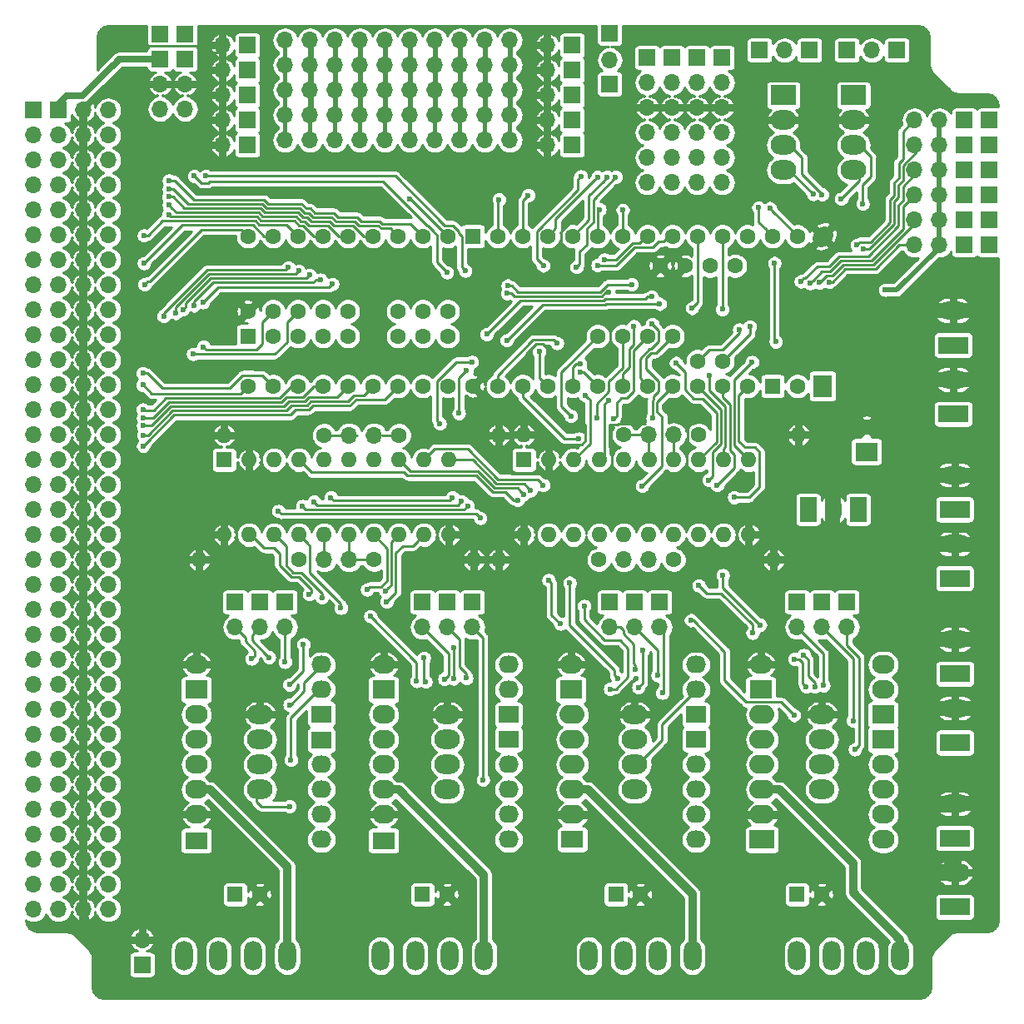
<source format=gtl>
G04 #@! TF.GenerationSoftware,KiCad,Pcbnew,(5.1.2)-1*
G04 #@! TF.CreationDate,2019-07-20T16:27:37-07:00*
G04 #@! TF.ProjectId,4Rose_t35_002a,34526f73-655f-4743-9335-5f303032612e,rev?*
G04 #@! TF.SameCoordinates,Original*
G04 #@! TF.FileFunction,Copper,L1,Top*
G04 #@! TF.FilePolarity,Positive*
%FSLAX46Y46*%
G04 Gerber Fmt 4.6, Leading zero omitted, Abs format (unit mm)*
G04 Created by KiCad (PCBNEW (5.1.2)-1) date 2019-07-20 16:27:37*
%MOMM*%
%LPD*%
G04 APERTURE LIST*
%ADD10O,3.048000X1.800000*%
%ADD11R,3.048000X1.800000*%
%ADD12R,1.600000X1.600000*%
%ADD13O,1.600000X1.600000*%
%ADD14O,1.700000X1.700000*%
%ADD15R,1.700000X1.700000*%
%ADD16C,1.600000*%
%ADD17C,1.778000*%
%ADD18C,1.778000*%
%ADD19R,1.905000X2.286000*%
%ADD20R,2.286000X1.905000*%
%ADD21R,1.700000X2.500000*%
%ADD22O,1.700000X2.500000*%
%ADD23O,1.800000X3.048000*%
%ADD24O,2.286000X1.905000*%
%ADD25R,2.032000X1.778000*%
%ADD26O,2.032000X1.778000*%
%ADD27R,2.286000X1.778000*%
%ADD28O,2.540000X1.905000*%
%ADD29R,2.540000X1.905000*%
%ADD30R,2.600000X2.000000*%
%ADD31O,2.600000X2.000000*%
%ADD32C,0.600000*%
%ADD33C,0.812800*%
%ADD34C,1.727200*%
%ADD35C,0.635000*%
%ADD36C,0.228600*%
%ADD37C,0.508000*%
%ADD38C,1.524000*%
%ADD39C,0.762000*%
%ADD40C,0.381000*%
%ADD41C,0.254000*%
G04 APERTURE END LIST*
D10*
X209054700Y-122443600D03*
D11*
X209054700Y-125943600D03*
D10*
X209054700Y-129443600D03*
D11*
X209054700Y-132943600D03*
X209092800Y-149656800D03*
D10*
X209092800Y-146156800D03*
D11*
X209092800Y-142656800D03*
D10*
X209092800Y-139156800D03*
D12*
X134772400Y-120904000D03*
D13*
X157632400Y-128524000D03*
X137312400Y-120904000D03*
X155092400Y-128524000D03*
X139852400Y-120904000D03*
X152552400Y-128524000D03*
X142392400Y-120904000D03*
X150012400Y-128524000D03*
X144932400Y-120904000D03*
X147472400Y-128524000D03*
X147472400Y-120904000D03*
X144932400Y-128524000D03*
X150012400Y-120904000D03*
X142392400Y-128524000D03*
X152552400Y-120904000D03*
X139852400Y-128524000D03*
X155092400Y-120904000D03*
X137312400Y-128524000D03*
X157632400Y-120904000D03*
X134772400Y-128524000D03*
D14*
X120472200Y-166624000D03*
X120472200Y-164084000D03*
X120472200Y-161544000D03*
X120472200Y-159004000D03*
X120472200Y-156464000D03*
X120472200Y-153924000D03*
X120472200Y-151384000D03*
X120472200Y-148844000D03*
X120472200Y-146304000D03*
X120472200Y-143764000D03*
X120472200Y-141224000D03*
X120472200Y-138684000D03*
X120472200Y-136144000D03*
X120472200Y-133604000D03*
X120472200Y-131064000D03*
X120472200Y-128524000D03*
X120472200Y-125984000D03*
X120472200Y-123444000D03*
X120472200Y-120904000D03*
X120472200Y-118364000D03*
X120472200Y-115824000D03*
X120472200Y-113284000D03*
X120472200Y-110744000D03*
X120472200Y-108204000D03*
X120472200Y-105664000D03*
X120472200Y-103124000D03*
X120472200Y-100584000D03*
X120472200Y-98044000D03*
X120472200Y-95504000D03*
X120472200Y-92964000D03*
X120472200Y-90424000D03*
X120472200Y-87884000D03*
X120472200Y-85344000D03*
X117932200Y-166624000D03*
X117932200Y-164084000D03*
X117932200Y-161544000D03*
X117932200Y-159004000D03*
X117932200Y-156464000D03*
X117932200Y-153924000D03*
X117932200Y-151384000D03*
X117932200Y-148844000D03*
X117932200Y-146304000D03*
X117932200Y-143764000D03*
X117932200Y-141224000D03*
X117932200Y-138684000D03*
X117932200Y-136144000D03*
X117932200Y-133604000D03*
X117932200Y-131064000D03*
X117932200Y-128524000D03*
X117932200Y-125984000D03*
X117932200Y-123444000D03*
X117932200Y-120904000D03*
X117932200Y-118364000D03*
X117932200Y-115824000D03*
X117932200Y-113284000D03*
X117932200Y-110744000D03*
X117932200Y-108204000D03*
X117932200Y-105664000D03*
X117932200Y-103124000D03*
X117932200Y-100584000D03*
X117932200Y-98044000D03*
X117932200Y-95504000D03*
X117932200Y-92964000D03*
X117932200Y-90424000D03*
X117932200Y-87884000D03*
D15*
X117932200Y-85344000D03*
X115392200Y-85344000D03*
D14*
X115392200Y-87884000D03*
X115392200Y-90424000D03*
X115392200Y-92964000D03*
X115392200Y-95504000D03*
X115392200Y-98044000D03*
X115392200Y-100584000D03*
X115392200Y-103124000D03*
X115392200Y-105664000D03*
X115392200Y-108204000D03*
X115392200Y-110744000D03*
X115392200Y-113284000D03*
X115392200Y-115824000D03*
X115392200Y-118364000D03*
X115392200Y-120904000D03*
X115392200Y-123444000D03*
X115392200Y-125984000D03*
X115392200Y-128524000D03*
X115392200Y-131064000D03*
X115392200Y-133604000D03*
X115392200Y-136144000D03*
X115392200Y-138684000D03*
X115392200Y-141224000D03*
X115392200Y-143764000D03*
X115392200Y-146304000D03*
X115392200Y-148844000D03*
X115392200Y-151384000D03*
X115392200Y-153924000D03*
X115392200Y-156464000D03*
X115392200Y-159004000D03*
X115392200Y-161544000D03*
X115392200Y-164084000D03*
X115392200Y-166624000D03*
D15*
X203200000Y-79248000D03*
D14*
X200660000Y-79248000D03*
D15*
X198120000Y-79248000D03*
D16*
X154990800Y-98171000D03*
X152450800Y-98171000D03*
X149910800Y-98171000D03*
X147370800Y-98171000D03*
X157530800Y-98171000D03*
D12*
X160070800Y-98171000D03*
D16*
X162610800Y-98171000D03*
X144830800Y-98171000D03*
X142290800Y-98171000D03*
X139750800Y-98171000D03*
X137210800Y-98171000D03*
X137210800Y-113411000D03*
X139750800Y-113411000D03*
X142290800Y-113411000D03*
X144830800Y-113411000D03*
X147370800Y-113411000D03*
X149910800Y-113411000D03*
X152450800Y-113411000D03*
X154990800Y-113411000D03*
X165150800Y-98171000D03*
X167690800Y-98171000D03*
X170230800Y-98171000D03*
X172770800Y-98171000D03*
X175310800Y-98171000D03*
X177850800Y-98171000D03*
X180390800Y-98171000D03*
X182930800Y-98171000D03*
X185470800Y-98171000D03*
X188010800Y-98171000D03*
X190550800Y-98171000D03*
X193090800Y-98171000D03*
D17*
X195630800Y-98171000D03*
D18*
X195451195Y-98350605D02*
X195810405Y-97991395D01*
D16*
X157530800Y-113411000D03*
X160070800Y-113411000D03*
X162610800Y-113411000D03*
X165150800Y-113411000D03*
X167690800Y-113411000D03*
X170230800Y-113411000D03*
X172770800Y-113411000D03*
X175310800Y-113411000D03*
X177850800Y-113411000D03*
X180390800Y-113411000D03*
X182930800Y-113411000D03*
X185470800Y-113411000D03*
X188010800Y-113411000D03*
D12*
X190550800Y-113411000D03*
D16*
X193090800Y-113411000D03*
D19*
X195630800Y-113411000D03*
D16*
X185470800Y-110871000D03*
X182930800Y-110871000D03*
X157530800Y-105791000D03*
X154990800Y-105791000D03*
X152450800Y-105791000D03*
X147370800Y-105791000D03*
X144830800Y-105791000D03*
X142290800Y-105791000D03*
X139750800Y-105791000D03*
X137210800Y-105791000D03*
D12*
X137210800Y-108331000D03*
D16*
X139750800Y-108331000D03*
X142290800Y-108331000D03*
X144830800Y-108331000D03*
X147370800Y-108331000D03*
X152450800Y-108331000D03*
X154990800Y-108331000D03*
X157530800Y-108331000D03*
X172770800Y-108331000D03*
X175310800Y-108331000D03*
X177850800Y-108331000D03*
X180390800Y-108331000D03*
X186740800Y-101171000D03*
X184200800Y-101171000D03*
X181660800Y-101171000D03*
X179120800Y-101171000D03*
D15*
X160020000Y-135382000D03*
D14*
X160020000Y-137922000D03*
D15*
X157480000Y-135382000D03*
D14*
X157480000Y-137922000D03*
D15*
X154940000Y-135382000D03*
D14*
X154940000Y-137922000D03*
X140970000Y-78232000D03*
X140970000Y-80772000D03*
X140970000Y-83312000D03*
X140970000Y-85852000D03*
X140970000Y-88392000D03*
D16*
X138390000Y-165100000D03*
D12*
X135890000Y-165100000D03*
D13*
X165252400Y-128524000D03*
X188112400Y-120904000D03*
X167792400Y-128524000D03*
X185572400Y-120904000D03*
X170302400Y-128524000D03*
X183032400Y-120904000D03*
X172902400Y-128524000D03*
X180492400Y-120904000D03*
X175412400Y-128524000D03*
X177982400Y-120904000D03*
X177952400Y-128524000D03*
X175382400Y-120904000D03*
X180492400Y-128524000D03*
X172912400Y-120904000D03*
X183032400Y-128524000D03*
X170292400Y-120904000D03*
X185572400Y-128524000D03*
X167792400Y-120904000D03*
X188112400Y-128524000D03*
D12*
X165252400Y-120904000D03*
X174625000Y-165100000D03*
D16*
X177125000Y-165100000D03*
D12*
X154940000Y-165100000D03*
D16*
X157440000Y-165100000D03*
D12*
X193040000Y-165100000D03*
D16*
X195540000Y-165100000D03*
D20*
X200101200Y-120065800D03*
D16*
X200101200Y-117565800D03*
D21*
X199237600Y-125958600D03*
D22*
X196697600Y-125958600D03*
D21*
X194157600Y-125958600D03*
D14*
X148590000Y-78232000D03*
X148590000Y-80772000D03*
X148590000Y-83312000D03*
X148590000Y-85852000D03*
X148590000Y-88392000D03*
X151130000Y-78232000D03*
X151130000Y-80772000D03*
X151130000Y-83312000D03*
X151130000Y-85852000D03*
X151130000Y-88392000D03*
X153670000Y-78232000D03*
X153670000Y-80772000D03*
X153670000Y-83312000D03*
X153670000Y-85852000D03*
X153670000Y-88392000D03*
X156210000Y-78232000D03*
X156210000Y-80772000D03*
X156210000Y-83312000D03*
X156210000Y-85852000D03*
X156210000Y-88392000D03*
X158750000Y-78232000D03*
X158750000Y-80772000D03*
X158750000Y-83312000D03*
X158750000Y-85852000D03*
X158750000Y-88392000D03*
X161290000Y-78232000D03*
X161290000Y-80772000D03*
X161290000Y-83312000D03*
X161290000Y-85852000D03*
X161290000Y-88392000D03*
X163830000Y-78232000D03*
X163830000Y-80772000D03*
X163830000Y-83312000D03*
X163830000Y-85852000D03*
X163830000Y-88392000D03*
X146050000Y-78232000D03*
X146050000Y-80772000D03*
X146050000Y-83312000D03*
X146050000Y-85852000D03*
X146050000Y-88392000D03*
X143510000Y-78232000D03*
X143510000Y-80772000D03*
X143510000Y-83312000D03*
X143510000Y-85852000D03*
X143510000Y-88392000D03*
D11*
X209071557Y-166370000D03*
D10*
X209071557Y-162870000D03*
D11*
X209071557Y-159370000D03*
D10*
X209071557Y-155870000D03*
D23*
X130683000Y-171323000D03*
X134183000Y-171323000D03*
X137683000Y-171323000D03*
X141183000Y-171323000D03*
X193040000Y-171323000D03*
X196540000Y-171323000D03*
X200040000Y-171323000D03*
X203540000Y-171323000D03*
X150698200Y-171323000D03*
X154198200Y-171323000D03*
X157698200Y-171323000D03*
X161198200Y-171323000D03*
D11*
X208915000Y-116230400D03*
D10*
X208915000Y-112730400D03*
D11*
X208915000Y-109230400D03*
D10*
X208915000Y-105730400D03*
D23*
X171881800Y-171323000D03*
X175381800Y-171323000D03*
X178881800Y-171323000D03*
X182381800Y-171323000D03*
D15*
X140970000Y-135382000D03*
D14*
X140970000Y-137922000D03*
D15*
X138430000Y-135382000D03*
D14*
X138430000Y-137922000D03*
D15*
X135890000Y-135382000D03*
D14*
X135890000Y-137922000D03*
D24*
X131953000Y-146812000D03*
D25*
X144653000Y-146735800D03*
D24*
X131953000Y-149352000D03*
D20*
X131953000Y-144272000D03*
D24*
X131953000Y-141732000D03*
D26*
X144653000Y-141732000D03*
X144653000Y-144272000D03*
D25*
X144653000Y-149428200D03*
D26*
X144653000Y-151892000D03*
X144653000Y-154432000D03*
X144653000Y-156972000D03*
X144653000Y-159512000D03*
D24*
X131953000Y-151892000D03*
X131953000Y-154432000D03*
X131953000Y-156972000D03*
D27*
X131953000Y-159639000D03*
D24*
X151003000Y-146812000D03*
D25*
X163703000Y-146812000D03*
D24*
X151003000Y-149352000D03*
D20*
X151003000Y-144272000D03*
D24*
X151003000Y-141732000D03*
D26*
X163703000Y-141732000D03*
X163703000Y-144272000D03*
D25*
X163703000Y-149352000D03*
D26*
X163703000Y-151892000D03*
X163703000Y-154432000D03*
X163703000Y-156972000D03*
X163703000Y-159512000D03*
D24*
X151003000Y-151892000D03*
X151003000Y-154432000D03*
X151003000Y-156972000D03*
D27*
X151003000Y-159639000D03*
D28*
X170180000Y-146812000D03*
D25*
X182753000Y-146812000D03*
D28*
X170180000Y-149352000D03*
D20*
X170053000Y-144272000D03*
D24*
X170053000Y-141732000D03*
D26*
X182753000Y-141732000D03*
X182753000Y-144272000D03*
D25*
X182753000Y-149352000D03*
D26*
X182753000Y-151892000D03*
X182753000Y-154432000D03*
X182753000Y-156972000D03*
X182753000Y-159512000D03*
D28*
X170180000Y-151892000D03*
X170180000Y-154432000D03*
X170180000Y-156972000D03*
D27*
X170180000Y-159512000D03*
D15*
X194310000Y-79248000D03*
D14*
X191770000Y-79248000D03*
D15*
X189230000Y-79248000D03*
X173990000Y-77512000D03*
D14*
X173990000Y-80222000D03*
D15*
X173990000Y-82677000D03*
X179070000Y-135382000D03*
D14*
X179070000Y-137922000D03*
D15*
X176530000Y-135382000D03*
D14*
X176530000Y-137922000D03*
D15*
X173990000Y-135382000D03*
D14*
X173990000Y-137922000D03*
D28*
X189484000Y-146812000D03*
D20*
X201803000Y-146812000D03*
D28*
X189484000Y-149352000D03*
D20*
X189357000Y-144272000D03*
D24*
X189357000Y-141732000D03*
X201803000Y-141732000D03*
X201803000Y-144272000D03*
D20*
X201803000Y-149352000D03*
D24*
X201803000Y-151892000D03*
X201803000Y-154432000D03*
X201803000Y-156972000D03*
X201803000Y-159512000D03*
D28*
X189484000Y-151892000D03*
X189484000Y-154432000D03*
X189484000Y-156972000D03*
D29*
X189484000Y-159512000D03*
D14*
X193040000Y-137922000D03*
D15*
X193040000Y-135382000D03*
D14*
X195580000Y-137922000D03*
D15*
X195580000Y-135382000D03*
D14*
X198120000Y-137922000D03*
D15*
X198120000Y-135382000D03*
D14*
X147485100Y-131064000D03*
X144945100Y-131064000D03*
X147472400Y-118402100D03*
X150012400Y-118402100D03*
X177952400Y-131064000D03*
X175412400Y-131064000D03*
X177952400Y-118364000D03*
X180492400Y-118364000D03*
D15*
X126428500Y-172224700D03*
D14*
X126428500Y-169684700D03*
X123012200Y-85344000D03*
X123012200Y-87884000D03*
X123012200Y-90424000D03*
X123012200Y-92964000D03*
X123012200Y-95504000D03*
X123012200Y-98044000D03*
X123012200Y-100584000D03*
X123012200Y-103124000D03*
X123012200Y-105664000D03*
X123012200Y-108204000D03*
X123012200Y-110744000D03*
X123012200Y-113284000D03*
X123012200Y-115824000D03*
X123012200Y-118364000D03*
X123012200Y-120904000D03*
X123012200Y-123444000D03*
X123012200Y-125984000D03*
X123012200Y-128524000D03*
X123012200Y-131064000D03*
X123012200Y-133604000D03*
X123012200Y-136144000D03*
X123012200Y-138684000D03*
X123012200Y-141224000D03*
X123012200Y-143764000D03*
X123012200Y-146304000D03*
X123012200Y-148844000D03*
X123012200Y-151384000D03*
X123012200Y-153924000D03*
X123012200Y-156464000D03*
X123012200Y-159004000D03*
X123012200Y-161544000D03*
X123012200Y-164084000D03*
X123012200Y-166624000D03*
D15*
X130810000Y-77597000D03*
X130810000Y-80137000D03*
D14*
X130810000Y-82677000D03*
X130810000Y-85217000D03*
D15*
X128270000Y-77597000D03*
X128270000Y-80137000D03*
D14*
X128270000Y-82677000D03*
X128270000Y-85217000D03*
D15*
X177800000Y-80010000D03*
D14*
X177800000Y-82550000D03*
X177800000Y-85090000D03*
X177800000Y-87630000D03*
X177800000Y-90170000D03*
X177800000Y-92710000D03*
X204978000Y-86360000D03*
X207518000Y-86360000D03*
D15*
X210058000Y-86360000D03*
X212598000Y-86360000D03*
X212598000Y-88900000D03*
X210058000Y-88900000D03*
D14*
X207518000Y-88900000D03*
X204978000Y-88900000D03*
X182880000Y-92710000D03*
X182880000Y-90170000D03*
X182880000Y-87630000D03*
X182880000Y-85090000D03*
X182880000Y-82550000D03*
D15*
X182880000Y-80010000D03*
D14*
X185420000Y-92710000D03*
X185420000Y-90170000D03*
X185420000Y-87630000D03*
X185420000Y-85090000D03*
X185420000Y-82550000D03*
D15*
X185420000Y-80010000D03*
X180340000Y-80010000D03*
D14*
X180340000Y-82550000D03*
X180340000Y-85090000D03*
X180340000Y-87630000D03*
X180340000Y-90170000D03*
X180340000Y-92710000D03*
X204978000Y-93980000D03*
X207518000Y-93980000D03*
D15*
X210058000Y-93980000D03*
X212598000Y-93980000D03*
D14*
X204978000Y-91440000D03*
X207518000Y-91440000D03*
D15*
X210058000Y-91440000D03*
X212598000Y-91440000D03*
X212598000Y-96520000D03*
X210058000Y-96520000D03*
D14*
X207518000Y-96520000D03*
X204978000Y-96520000D03*
X204978000Y-99060000D03*
X207518000Y-99060000D03*
D15*
X210058000Y-99060000D03*
X212598000Y-99060000D03*
D30*
X198780400Y-83820000D03*
D31*
X198780400Y-86360000D03*
X198780400Y-88900000D03*
X198780400Y-91440000D03*
X191643000Y-91440000D03*
X191643000Y-88900000D03*
X191643000Y-86360000D03*
D30*
X191643000Y-83820000D03*
D14*
X167640000Y-88900000D03*
D15*
X170180000Y-88900000D03*
D14*
X167640000Y-86360000D03*
D15*
X170180000Y-86360000D03*
D14*
X167640000Y-83820000D03*
D15*
X170180000Y-83820000D03*
D14*
X167640000Y-81280000D03*
D15*
X170180000Y-81280000D03*
D14*
X167640000Y-78740000D03*
D15*
X170180000Y-78740000D03*
D14*
X134620000Y-88900000D03*
D15*
X137160000Y-88900000D03*
D14*
X134620000Y-86360000D03*
D15*
X137160000Y-86360000D03*
D14*
X134620000Y-83820000D03*
D15*
X137160000Y-83820000D03*
D14*
X134620000Y-81280000D03*
D15*
X137160000Y-81280000D03*
D14*
X134620000Y-78740000D03*
D15*
X137160000Y-78740000D03*
D13*
X132232400Y-131064000D03*
D16*
X142392400Y-131064000D03*
X150012400Y-131064000D03*
D13*
X160172400Y-131064000D03*
X134772400Y-118402100D03*
D16*
X144932400Y-118402100D03*
X152552400Y-118402100D03*
D13*
X162712400Y-118402100D03*
X162712400Y-131064000D03*
D16*
X172872400Y-131064000D03*
X180492400Y-131064000D03*
D13*
X190652400Y-131064000D03*
D16*
X175412400Y-118364000D03*
D13*
X165252400Y-118364000D03*
X193192400Y-118364000D03*
D16*
X183032400Y-118364000D03*
D31*
X195580000Y-146812000D03*
X195580000Y-149352000D03*
X195580000Y-151892000D03*
X195580000Y-154432000D03*
X176530000Y-146812000D03*
X176530000Y-149352000D03*
X176530000Y-151892000D03*
X176530000Y-154432000D03*
X157480000Y-154432000D03*
X157480000Y-151892000D03*
X157480000Y-149352000D03*
X157480000Y-146812000D03*
X138430000Y-146812000D03*
X138430000Y-149352000D03*
X138430000Y-151892000D03*
X138430000Y-154432000D03*
D32*
X123139200Y-81114900D03*
X123710700Y-80543400D03*
X124371100Y-80111600D03*
X168643300Y-109042200D03*
X174586900Y-92140168D03*
X170611800Y-101307900D03*
X162725100Y-94424500D03*
X170853751Y-118735333D03*
X167233600Y-101142800D03*
X171043600Y-92062300D03*
X166814500Y-109880400D03*
X159981900Y-110947200D03*
X170975390Y-111153070D03*
X156702048Y-117213010D03*
X159435800Y-111836200D03*
X170975390Y-111953083D03*
X158635700Y-116166900D03*
X157441900Y-101828600D03*
X176425101Y-107318299D03*
X173847393Y-103884479D03*
X163576100Y-103974800D03*
X131741471Y-92026166D03*
X176212500Y-103060500D03*
X159289750Y-101669850D03*
X178308000Y-107086400D03*
X163615409Y-103175474D03*
X132905500Y-92036900D03*
X167220900Y-123482100D03*
X177266600Y-123571000D03*
X184048400Y-122948700D03*
X165937059Y-124006835D03*
X184912000Y-123482100D03*
X165236152Y-124392514D03*
X186639200Y-124714000D03*
X164632683Y-124995983D03*
X202006200Y-103619300D03*
X199109845Y-99034120D03*
X188239400Y-107340400D03*
X199784824Y-99463564D03*
X187147200Y-107657900D03*
X165696900Y-93992700D03*
X172745400Y-92140168D03*
X173710600Y-92140168D03*
X194678300Y-93865700D03*
X172961300Y-95427800D03*
X175310590Y-95496010D03*
X195580000Y-93916500D03*
X173443900Y-100528490D03*
X173871016Y-114828716D03*
X172745400Y-101104700D03*
X171488100Y-114325400D03*
X182359300Y-105462321D03*
X180733700Y-111048800D03*
X184124600Y-112331500D03*
X185432700Y-105575100D03*
X190868300Y-108877100D03*
X190728600Y-100888800D03*
X188468000Y-110947200D03*
X197523100Y-94348300D03*
X189115700Y-95250000D03*
X199707500Y-94843600D03*
X190270591Y-95298251D03*
X137577445Y-141114651D03*
X139331700Y-140982700D03*
X157175200Y-143179800D03*
X159410400Y-143090900D03*
X176568100Y-142176500D03*
X178854100Y-142811500D03*
X140970000Y-141465300D03*
X161092230Y-153458810D03*
X179336700Y-144602200D03*
X126504700Y-113284000D03*
X126504700Y-112090200D03*
X126504700Y-115785898D03*
X126530100Y-116624100D03*
X126530100Y-117424113D03*
X126553979Y-118376700D03*
X126542801Y-119481599D03*
X141300200Y-101320600D03*
X128625600Y-106299000D03*
X142342736Y-101680755D03*
X129853041Y-105966342D03*
X143434821Y-102107461D03*
X130581400Y-105600500D03*
X144540422Y-102567084D03*
X131711700Y-105206800D03*
X145783300Y-103022400D03*
X132613400Y-104889300D03*
X131610100Y-110134400D03*
X132676900Y-109397800D03*
X161481410Y-108123090D03*
X178247634Y-104313090D03*
X193421000Y-102750990D03*
X163512500Y-108737400D03*
X179070000Y-105033710D03*
X194373500Y-102933500D03*
X145630900Y-124726700D03*
X157988000Y-124728368D03*
X170053000Y-116459000D03*
X143903700Y-125156979D03*
X172669200Y-116632090D03*
X158908997Y-125117939D03*
X142739215Y-125585590D03*
X174384489Y-116733690D03*
X159558090Y-125585590D03*
X160820100Y-126822200D03*
X140284200Y-126098300D03*
X178333400Y-116674909D03*
X196316600Y-102831900D03*
X195313300Y-102870000D03*
X129153572Y-93341775D03*
X129132489Y-94141509D03*
X129146501Y-94970408D03*
X129133600Y-95978645D03*
X126606298Y-98082100D03*
X126619000Y-100914200D03*
X126682500Y-103047800D03*
X129159000Y-92481400D03*
X153661067Y-94369933D03*
X189280800Y-137680700D03*
X185496200Y-132626100D03*
X193725800Y-140741400D03*
X194830700Y-143967200D03*
X188518800Y-138493500D03*
X183032400Y-133667500D03*
X192760600Y-141160500D03*
X193941700Y-143941800D03*
X182257700Y-137210800D03*
X192747900Y-146862800D03*
X198907400Y-150355300D03*
X198733367Y-147430533D03*
X195719700Y-143852898D03*
X158102300Y-143141700D03*
X158097590Y-140004800D03*
X151177615Y-134246934D03*
X151307800Y-135305800D03*
X155092400Y-141025892D03*
X155270200Y-143471900D03*
X154355800Y-143395700D03*
X149301200Y-134099300D03*
X149631400Y-136804400D03*
X171386500Y-135763000D03*
X174015400Y-144195800D03*
X168986200Y-137566400D03*
X167754300Y-133121400D03*
X176911000Y-144030700D03*
X177355500Y-140258800D03*
X169913300Y-133400800D03*
X174777400Y-143129000D03*
X144713917Y-134889283D03*
X141422549Y-145808699D03*
X146646900Y-135953500D03*
X141566875Y-151413691D03*
X142836900Y-139661900D03*
X143433800Y-134569200D03*
X141414500Y-143764000D03*
X141414500Y-156146500D03*
D33*
X141183000Y-170942000D02*
X141183000Y-171332800D01*
X133350000Y-154432000D02*
X132080000Y-154432000D01*
X141183000Y-170942000D02*
X141183000Y-162265000D01*
X141183000Y-162265000D02*
X133350000Y-154432000D01*
X151130000Y-154432000D02*
X151803100Y-154432000D01*
X152501600Y-154432000D02*
X151130000Y-154432000D01*
X161198200Y-171043600D02*
X161198200Y-163128600D01*
X161198200Y-163128600D02*
X152501600Y-154432000D01*
X170903900Y-154432000D02*
X170180000Y-154432000D01*
X171729400Y-154432000D02*
X170180000Y-154432000D01*
X182381800Y-171043600D02*
X182381800Y-165084400D01*
X182381800Y-165084400D02*
X171729400Y-154432000D01*
D34*
X206439757Y-155902137D02*
X206480758Y-155861137D01*
X208817558Y-155902137D02*
X206439757Y-155902137D01*
X208817558Y-161626937D02*
X208919158Y-161728537D01*
X208817557Y-162902137D02*
X208817558Y-161626937D01*
X206500958Y-162902137D02*
X206506158Y-162896938D01*
X208817557Y-162902137D02*
X206500958Y-162902137D01*
D35*
X120396000Y-166624000D02*
X120396000Y-164084000D01*
X120396000Y-166624000D02*
X120396000Y-167652700D01*
X120548400Y-167500300D02*
X120726200Y-167500300D01*
X120396000Y-167652700D02*
X120548400Y-167500300D01*
X120396000Y-164084000D02*
X120396000Y-161544000D01*
X120396000Y-161544000D02*
X120396000Y-159004000D01*
X120396000Y-159004000D02*
X120396000Y-156464000D01*
X120396000Y-156464000D02*
X120396000Y-153924000D01*
X120396000Y-153924000D02*
X120396000Y-151384000D01*
X120396000Y-151384000D02*
X120396000Y-148844000D01*
X120396000Y-148844000D02*
X120396000Y-146304000D01*
X120396000Y-146304000D02*
X120396000Y-143764000D01*
X120396000Y-143764000D02*
X120396000Y-141224000D01*
X120396000Y-141224000D02*
X120396000Y-138684000D01*
X120396000Y-138684000D02*
X120396000Y-136144000D01*
X120396000Y-136144000D02*
X120396000Y-133604000D01*
X120396000Y-133604000D02*
X120396000Y-131064000D01*
X120396000Y-131064000D02*
X120396000Y-128524000D01*
X120396000Y-128524000D02*
X120396000Y-125984000D01*
X120396000Y-125984000D02*
X120396000Y-123444000D01*
X120396000Y-123444000D02*
X120396000Y-120904000D01*
X120396000Y-120904000D02*
X120396000Y-118364000D01*
X120396000Y-118364000D02*
X120396000Y-115824000D01*
X120396000Y-115824000D02*
X120396000Y-113284000D01*
X120396000Y-113284000D02*
X120396000Y-110744000D01*
X120396000Y-110744000D02*
X120396000Y-108204000D01*
X120396000Y-108204000D02*
X120396000Y-105664000D01*
X120396000Y-105664000D02*
X120396000Y-103124000D01*
X120396000Y-103124000D02*
X120396000Y-100584000D01*
X120396000Y-100584000D02*
X120396000Y-98044000D01*
X120396000Y-98044000D02*
X120396000Y-95504000D01*
X120396000Y-95504000D02*
X120396000Y-92964000D01*
X120396000Y-92964000D02*
X120396000Y-90424000D01*
X120396000Y-90424000D02*
X120396000Y-87884000D01*
X120396000Y-87884000D02*
X120396000Y-85344000D01*
D36*
X120396000Y-85344000D02*
X120484900Y-85344000D01*
X120484900Y-85344000D02*
X122212100Y-83616800D01*
D35*
X120396000Y-85344000D02*
X122605800Y-83134200D01*
X122605800Y-83134200D02*
X124612400Y-83134200D01*
D36*
X134620000Y-80899000D02*
X134620000Y-79768700D01*
X134620000Y-79768700D02*
X134340600Y-79489300D01*
X134340600Y-79489300D02*
X133134100Y-79489300D01*
X133134100Y-79489300D02*
X132422900Y-78778100D01*
X132422900Y-78778100D02*
X126098300Y-78778100D01*
X126098300Y-78778100D02*
X125984000Y-78892400D01*
D37*
X167792400Y-122035370D02*
X168680330Y-122923300D01*
X167792400Y-120904000D02*
X167792400Y-122035370D01*
D36*
X168680330Y-122923300D02*
X173507400Y-122923300D01*
X174205900Y-120431334D02*
X174383700Y-120253534D01*
X174205900Y-122224800D02*
X174205900Y-120431334D01*
X174383700Y-120253534D02*
X174383700Y-120040400D01*
X174383700Y-120040400D02*
X173977300Y-119634000D01*
X173977300Y-119634000D02*
X173977300Y-117348000D01*
X173977300Y-117348000D02*
X173978999Y-117349699D01*
X171538900Y-117360700D02*
X171386500Y-117208300D01*
X168059100Y-115722400D02*
X168059100Y-115544600D01*
X171538900Y-117360700D02*
X169697400Y-117360700D01*
X169697400Y-117360700D02*
X168059100Y-115722400D01*
X174066200Y-109931200D02*
X173951900Y-110045500D01*
X173685200Y-106616500D02*
X174066200Y-106997500D01*
X174066200Y-106997500D02*
X174066200Y-109931200D01*
X170611800Y-106616500D02*
X173685200Y-106616500D01*
X168478200Y-106616500D02*
X170611800Y-106616500D01*
X166865300Y-106616500D02*
X168478200Y-106616500D01*
X160070800Y-113411000D02*
X166865300Y-106616500D01*
X178320801Y-101970999D02*
X177975101Y-101970999D01*
X179120800Y-101171000D02*
X178320801Y-101970999D01*
X177975101Y-101970999D02*
X177850800Y-102095300D01*
X177850800Y-102095300D02*
X171119800Y-102095300D01*
X171119800Y-102095300D02*
X170967400Y-102247700D01*
X170967400Y-102247700D02*
X169354500Y-102247700D01*
X169354500Y-102247700D02*
X169075100Y-101968300D01*
X169075100Y-97677534D02*
X170435834Y-96316800D01*
X169075100Y-101968300D02*
X169075100Y-97677534D01*
X173774100Y-122656600D02*
X174117000Y-122656600D01*
X173507400Y-122923300D02*
X173774100Y-122656600D01*
X173774100Y-122656600D02*
X174205900Y-122224800D01*
X174117000Y-122656600D02*
X175983900Y-124523500D01*
X175983900Y-124523500D02*
X179349400Y-124523500D01*
X179349400Y-124523500D02*
X181851300Y-122021600D01*
X181851300Y-122021600D02*
X181851300Y-119710200D01*
X181851300Y-119710200D02*
X181889400Y-119672100D01*
X181889400Y-119672100D02*
X181889400Y-116979700D01*
X181889400Y-116979700D02*
X182333900Y-116535200D01*
X166471600Y-109118400D02*
X165455600Y-110134400D01*
X167220900Y-109118400D02*
X166471600Y-109118400D01*
X167957500Y-109855000D02*
X167220900Y-109118400D01*
X169684700Y-109855000D02*
X167957500Y-109855000D01*
X165455600Y-110134400D02*
X165455600Y-111125000D01*
X170611800Y-106616500D02*
X170611800Y-108927900D01*
X170611800Y-108927900D02*
X169684700Y-109855000D01*
D38*
X210873700Y-155870000D02*
X208817557Y-155870000D01*
X208838800Y-146156800D02*
X206611100Y-146156800D01*
X208872079Y-146156800D02*
X208877279Y-146151600D01*
X206611100Y-146156800D02*
X208872079Y-146156800D01*
X208877279Y-146151600D02*
X211023200Y-146151600D01*
X208838800Y-139156800D02*
X206626100Y-139156800D01*
X206626100Y-139156800D02*
X206635900Y-139166600D01*
X206635900Y-139166600D02*
X211061300Y-139166600D01*
X208800700Y-129443600D02*
X206519900Y-129443600D01*
X206519900Y-129443600D02*
X206578200Y-129501900D01*
X206578200Y-129501900D02*
X210921600Y-129501900D01*
X208800700Y-122443600D02*
X211013400Y-122443600D01*
X211013400Y-122443600D02*
X211003600Y-122453400D01*
X211003600Y-122453400D02*
X206425800Y-122453400D01*
X208661000Y-112730400D02*
X211003000Y-112730400D01*
X211003000Y-112730400D02*
X210995500Y-112737900D01*
X210995500Y-112737900D02*
X206705200Y-112737900D01*
X208661000Y-105730400D02*
X207076400Y-105730400D01*
X207076400Y-105730400D02*
X207098900Y-105752900D01*
X207098900Y-105752900D02*
X210921600Y-105752900D01*
X200101200Y-117565800D02*
X201039100Y-117565800D01*
X201039100Y-117565800D02*
X201037200Y-117563900D01*
X201037200Y-117563900D02*
X199110600Y-117563900D01*
X196697600Y-125958600D02*
X196697600Y-124079000D01*
X196697600Y-124079000D02*
X196621400Y-124155200D01*
X196621400Y-124155200D02*
X196621400Y-128600200D01*
D39*
X189230000Y-156972000D02*
X190957200Y-156972000D01*
X190957200Y-156972000D02*
X190944500Y-156984700D01*
X190944500Y-156984700D02*
X187680600Y-156984700D01*
X170180000Y-156972000D02*
X171856400Y-156972000D01*
X171856400Y-156972000D02*
X171818300Y-157010100D01*
X171818300Y-157010100D02*
X168605200Y-157010100D01*
X151130000Y-156972000D02*
X152692100Y-156972000D01*
X152692100Y-156972000D02*
X152679400Y-156959300D01*
X152679400Y-156959300D02*
X149529800Y-156959300D01*
X132080000Y-156972000D02*
X133502400Y-156972000D01*
X133502400Y-156972000D02*
X133426200Y-156895800D01*
X133426200Y-156895800D02*
X130225800Y-156895800D01*
D36*
X174779234Y-117348000D02*
X174914233Y-117213001D01*
X173977300Y-117348000D02*
X174779234Y-117348000D01*
X176946335Y-117213001D02*
X176984435Y-117251101D01*
X176984435Y-117251101D02*
X177574165Y-117251101D01*
X174914233Y-117213001D02*
X176946335Y-117213001D01*
X168778034Y-119349634D02*
X171148616Y-119349634D01*
X171148616Y-119349634D02*
X171538900Y-118959350D01*
X171538900Y-118959350D02*
X171538900Y-117360700D01*
X167792400Y-118364000D02*
X168778034Y-119349634D01*
D35*
X124117100Y-80137000D02*
X128270000Y-80137000D01*
X123139200Y-81114900D02*
X123710700Y-80543400D01*
X123710700Y-80543400D02*
X124117100Y-80137000D01*
X120370600Y-83883500D02*
X123139200Y-81114900D01*
X118770400Y-83883500D02*
X120370600Y-83883500D01*
X117856000Y-85344000D02*
X117856000Y-84797900D01*
X117856000Y-84797900D02*
X118770400Y-83883500D01*
D36*
X174586900Y-92140168D02*
X172310411Y-94416657D01*
X172310411Y-96697536D02*
X171637311Y-97370636D01*
X170911799Y-101007901D02*
X170611800Y-101307900D01*
X171637311Y-97370636D02*
X171637311Y-99012389D01*
X171637311Y-99012389D02*
X170911799Y-99737901D01*
X172310411Y-94416657D02*
X172310411Y-96697536D01*
X170911799Y-99737901D02*
X170911799Y-101007901D01*
X166200641Y-108689789D02*
X162610800Y-112279630D01*
X162610800Y-112279630D02*
X162610800Y-113411000D01*
X168290889Y-108689789D02*
X166200641Y-108689789D01*
X168643300Y-109042200D02*
X168290889Y-108689789D01*
X162610800Y-94538800D02*
X162725100Y-94424500D01*
X162610800Y-98171000D02*
X162610800Y-94538800D01*
X169343763Y-118735333D02*
X170429487Y-118735333D01*
X165150800Y-114542370D02*
X169343763Y-118735333D01*
X170429487Y-118735333D02*
X170853751Y-118735333D01*
X165150800Y-113411000D02*
X165150800Y-114542370D01*
X170743601Y-92362299D02*
X171043600Y-92062300D01*
X170743601Y-93479899D02*
X170743601Y-92362299D01*
X166565301Y-97658199D02*
X170743601Y-93479899D01*
X167233600Y-101142800D02*
X166565301Y-100474501D01*
X166565301Y-100474501D02*
X166565301Y-97658199D01*
X166814500Y-112534700D02*
X166814500Y-110304664D01*
X166814500Y-110304664D02*
X166814500Y-109880400D01*
X167690800Y-113411000D02*
X166814500Y-112534700D01*
X170230800Y-113411000D02*
X170230800Y-111511496D01*
X170230800Y-111511496D02*
X170589226Y-111153070D01*
X170589226Y-111153070D02*
X170975390Y-111153070D01*
X158345434Y-110947200D02*
X156402049Y-112890585D01*
X156402049Y-112890585D02*
X156402049Y-116913011D01*
X156402049Y-116913011D02*
X156702048Y-117213010D01*
X159981900Y-110947200D02*
X158345434Y-110947200D01*
X171312883Y-111953083D02*
X170975390Y-111953083D01*
X172770800Y-113411000D02*
X171312883Y-111953083D01*
X158673800Y-112598200D02*
X158673800Y-115704536D01*
X158635700Y-115742636D02*
X158635700Y-116166900D01*
X158673800Y-115704536D02*
X158635700Y-115742636D01*
X159435800Y-111836200D02*
X158673800Y-112598200D01*
X164000364Y-103974800D02*
X164263975Y-104238411D01*
X173544374Y-103884479D02*
X173847393Y-103884479D01*
X173190442Y-104238411D02*
X173544374Y-103884479D01*
X164263975Y-104238411D02*
X173190442Y-104238411D01*
X163576100Y-103974800D02*
X164000364Y-103974800D01*
X132041470Y-92326165D02*
X131741471Y-92026166D01*
X132468106Y-92752801D02*
X132041470Y-92326165D01*
X133136865Y-92752801D02*
X132468106Y-92752801D01*
X133309855Y-92579811D02*
X133136865Y-92752801D01*
X150961777Y-92579811D02*
X133309855Y-92579811D01*
X155438665Y-97056699D02*
X150961777Y-92579811D01*
X156416499Y-100803199D02*
X156416499Y-98034533D01*
X157441900Y-101828600D02*
X156416499Y-100803199D01*
X156416499Y-98034533D02*
X156105101Y-97723135D01*
X156105101Y-97723135D02*
X156105101Y-97636135D01*
X156105101Y-97636135D02*
X155525665Y-97056699D01*
X155525665Y-97056699D02*
X155438665Y-97056699D01*
X176425101Y-109150552D02*
X176425101Y-107742563D01*
X176425101Y-107742563D02*
X176425101Y-107318299D01*
X175996600Y-111439047D02*
X175996600Y-109579053D01*
X175310800Y-113411000D02*
X175310800Y-112124847D01*
X175310800Y-112124847D02*
X175996600Y-111439047D01*
X175996600Y-109579053D02*
X176425101Y-109150552D01*
X164039673Y-103175474D02*
X163615409Y-103175474D01*
X164673999Y-103809800D02*
X164039673Y-103175474D01*
X173012906Y-103809800D02*
X164673999Y-103809800D01*
X173762206Y-103060500D02*
X173012906Y-103809800D01*
X176212500Y-103060500D02*
X173762206Y-103060500D01*
X133329764Y-92036900D02*
X132905500Y-92036900D01*
X157216599Y-97056699D02*
X152196800Y-92036900D01*
X158065665Y-97056699D02*
X157216599Y-97056699D01*
X158645101Y-97636135D02*
X158065665Y-97056699D01*
X158956499Y-98148899D02*
X158645101Y-97837501D01*
X158956499Y-101336599D02*
X158956499Y-98148899D01*
X159289750Y-101669850D02*
X158956499Y-101336599D01*
X158645101Y-97837501D02*
X158645101Y-97636135D01*
X152196800Y-92036900D02*
X133329764Y-92036900D01*
X177050801Y-112611001D02*
X177050801Y-110607652D01*
X177050801Y-110607652D02*
X178041564Y-109616889D01*
X177850800Y-113411000D02*
X177050801Y-112611001D01*
X178965101Y-108833052D02*
X178965101Y-107743501D01*
X178607999Y-107386399D02*
X178308000Y-107086400D01*
X178965101Y-107743501D02*
X178607999Y-107386399D01*
X178041564Y-109616889D02*
X178181264Y-109616889D01*
X178181264Y-109616889D02*
X178965101Y-108833052D01*
X177566599Y-123271001D02*
X177266600Y-123571000D01*
X179328099Y-121509501D02*
X177566599Y-123271001D01*
X179328099Y-116518401D02*
X179328099Y-121509501D01*
X178777900Y-115968202D02*
X179328099Y-116518401D01*
X178777900Y-115023900D02*
X178777900Y-115968202D01*
X180390800Y-113411000D02*
X178777900Y-115023900D01*
X155092400Y-120904000D02*
X156206701Y-119789699D01*
X166920901Y-123182101D02*
X167220900Y-123482100D01*
X156206701Y-119789699D02*
X159521401Y-119789699D01*
X159521401Y-119789699D02*
X162613769Y-122882067D01*
X162613769Y-122882067D02*
X163912944Y-122882067D01*
X163912944Y-122882067D02*
X163951044Y-122920167D01*
X166658967Y-122920167D02*
X166920901Y-123182101D01*
X163951044Y-122920167D02*
X166658967Y-122920167D01*
X184458099Y-122539001D02*
X184348399Y-122648701D01*
X184348399Y-122648701D02*
X184048400Y-122948700D01*
X184458099Y-120084448D02*
X184458099Y-122539001D01*
X185289811Y-119252736D02*
X184458099Y-120084448D01*
X185289811Y-115770011D02*
X185289811Y-119252736D01*
X182930800Y-113411000D02*
X185289811Y-115770011D01*
X157632400Y-120904000D02*
X159105600Y-120904000D01*
X158445200Y-120904000D02*
X159105600Y-120904000D01*
X163735408Y-123310678D02*
X163773508Y-123348778D01*
X163773508Y-123348778D02*
X165279002Y-123348778D01*
X160029555Y-120904000D02*
X162436233Y-123310678D01*
X165637060Y-123706836D02*
X165937059Y-124006835D01*
X162436233Y-123310678D02*
X163735408Y-123310678D01*
X159105600Y-120904000D02*
X160029555Y-120904000D01*
X165279002Y-123348778D02*
X165637060Y-123706836D01*
X186686701Y-121707399D02*
X185211999Y-123182101D01*
X186251878Y-119934312D02*
X186686701Y-120369135D01*
X186686701Y-120369135D02*
X186686701Y-121707399D01*
X185211999Y-123182101D02*
X184912000Y-123482100D01*
X185470800Y-114542370D02*
X186251878Y-115323448D01*
X185470800Y-113411000D02*
X185470800Y-114542370D01*
X186251878Y-115323448D02*
X186251878Y-119934312D01*
X160560030Y-122040622D02*
X162258697Y-123739289D01*
X163595972Y-123777389D02*
X164621027Y-123777389D01*
X152552400Y-120904000D02*
X153689022Y-122040622D01*
X153689022Y-122040622D02*
X160560030Y-122040622D01*
X162258697Y-123739289D02*
X163557872Y-123739289D01*
X164936153Y-124092515D02*
X165236152Y-124392514D01*
X164621027Y-123777389D02*
X164936153Y-124092515D01*
X163557872Y-123739289D02*
X163595972Y-123777389D01*
X189226701Y-123637799D02*
X188150500Y-124714000D01*
X188150500Y-124714000D02*
X186639200Y-124714000D01*
X187109100Y-114312700D02*
X187109100Y-119011700D01*
X188010800Y-113411000D02*
X187109100Y-114312700D01*
X187109100Y-119011700D02*
X187731400Y-119634000D01*
X187731400Y-119634000D02*
X188760100Y-119634000D01*
X188760100Y-119634000D02*
X189226701Y-120100601D01*
X189226701Y-120100601D02*
X189226701Y-123637799D01*
X164208419Y-124995983D02*
X164632683Y-124995983D01*
X142392400Y-120904000D02*
X143662400Y-122174000D01*
X153085800Y-122174000D02*
X153403300Y-122491500D01*
X143662400Y-122174000D02*
X153085800Y-122174000D01*
X153403300Y-122491500D02*
X160404761Y-122491500D01*
X163380336Y-124167900D02*
X164208419Y-124995983D01*
X160404761Y-122491500D02*
X162081161Y-124167900D01*
X162081161Y-124167900D02*
X163380336Y-124167900D01*
D37*
X203174600Y-103619300D02*
X202006200Y-103619300D01*
X207454500Y-99339400D02*
X203174600Y-103619300D01*
X207721200Y-86360000D02*
X207454500Y-86626700D01*
X207454500Y-86626700D02*
X207454500Y-99339400D01*
X207518000Y-99060000D02*
X207518000Y-96520000D01*
X207518000Y-96520000D02*
X207518000Y-93980000D01*
X207518000Y-93980000D02*
X207518000Y-91440000D01*
X207518000Y-91440000D02*
X207518000Y-88900000D01*
X207518000Y-88900000D02*
X207518000Y-86360000D01*
D36*
X185470800Y-110871000D02*
X188239400Y-108102400D01*
X188239400Y-108102400D02*
X188239400Y-107764664D01*
X188239400Y-107764664D02*
X188239400Y-107340400D01*
X202495178Y-96754922D02*
X200515979Y-98734121D01*
X202495178Y-94430822D02*
X202495178Y-96754922D01*
X199409844Y-98734121D02*
X199109845Y-99034120D01*
X204978000Y-86360000D02*
X203813699Y-87524301D01*
X203385088Y-92232812D02*
X202907900Y-92710000D01*
X202907900Y-92710000D02*
X202907900Y-94018100D01*
X203813699Y-90274989D02*
X203385088Y-90703599D01*
X203385088Y-90703599D02*
X203385088Y-92232812D01*
X203813699Y-87524301D02*
X203813699Y-90274989D01*
X200515979Y-98734121D02*
X199409844Y-98734121D01*
X202907900Y-94018100D02*
X202495178Y-94430822D01*
X187147200Y-108038900D02*
X187147200Y-107657900D01*
X185470800Y-109715300D02*
X187147200Y-108038900D01*
X182930800Y-110871000D02*
X184086500Y-109715300D01*
X184086500Y-109715300D02*
X185470800Y-109715300D01*
X202923789Y-96932458D02*
X202923789Y-94608358D01*
X203336511Y-94195636D02*
X203336511Y-92945243D01*
X203813699Y-90949847D02*
X205181200Y-89582346D01*
X203813699Y-92468055D02*
X203813699Y-90949847D01*
X203336511Y-92945243D02*
X203813699Y-92468055D01*
X205181200Y-89582346D02*
X205181200Y-88900000D01*
X200392683Y-99463564D02*
X202923789Y-96932458D01*
X202923789Y-94608358D02*
X203336511Y-94195636D01*
X199784824Y-99463564D02*
X200392683Y-99463564D01*
X165150800Y-94538800D02*
X165696900Y-93992700D01*
X165150800Y-98171000D02*
X165150800Y-94538800D01*
X172445401Y-92440167D02*
X172745400Y-92140168D01*
X168490799Y-96394769D02*
X172445401Y-92440167D01*
X168490799Y-97371001D02*
X168490799Y-96394769D01*
X167690800Y-98171000D02*
X168490799Y-97371001D01*
X173410601Y-92440167D02*
X173710600Y-92140168D01*
X173410601Y-92484065D02*
X173410601Y-92440167D01*
X171881800Y-96520000D02*
X171881800Y-94012866D01*
X170230800Y-98171000D02*
X171881800Y-96520000D01*
X171881800Y-94012866D02*
X173410601Y-92484065D01*
X192278000Y-91465400D02*
X192278000Y-91414600D01*
X194678300Y-93865700D02*
X192278000Y-91465400D01*
X172770800Y-95618300D02*
X172961300Y-95427800D01*
X172770800Y-98171000D02*
X172770800Y-95618300D01*
X175310800Y-95496220D02*
X175310590Y-95496010D01*
X175310800Y-98171000D02*
X175310800Y-95496220D01*
X195580000Y-93840300D02*
X195580000Y-93916500D01*
X193548000Y-91808300D02*
X195580000Y-93840300D01*
X192278000Y-88900000D02*
X193548000Y-90170000D01*
X193548000Y-90170000D02*
X193548000Y-91808300D01*
X173409266Y-120367134D02*
X173409266Y-115290466D01*
X173571017Y-115128715D02*
X173871016Y-114828716D01*
X173409266Y-115290466D02*
X173571017Y-115128715D01*
X172872400Y-120904000D02*
X173409266Y-120367134D01*
X173868164Y-100528490D02*
X173443900Y-100528490D01*
X174671264Y-100528490D02*
X173868164Y-100528490D01*
X176355654Y-98844100D02*
X174671264Y-100528490D01*
X177012600Y-98844100D02*
X176355654Y-98844100D01*
X177850800Y-98171000D02*
X177685700Y-98171000D01*
X177685700Y-98171000D02*
X177012600Y-98844100D01*
X172783500Y-101142800D02*
X172745400Y-101104700D01*
X174663100Y-101142800D02*
X172783500Y-101142800D01*
X179997100Y-98171000D02*
X179462235Y-98705865D01*
X180390800Y-98171000D02*
X179997100Y-98171000D01*
X178965101Y-98705865D02*
X178385665Y-99285301D01*
X178385665Y-99285301D02*
X176520599Y-99285301D01*
X179462235Y-98705865D02*
X178965101Y-98705865D01*
X176520599Y-99285301D02*
X174663100Y-101142800D01*
X171967511Y-119268889D02*
X171967511Y-114804811D01*
X170332400Y-120904000D02*
X171967511Y-119268889D01*
X171788099Y-114625399D02*
X171488100Y-114325400D01*
X171967511Y-114804811D02*
X171788099Y-114625399D01*
X182930800Y-98171000D02*
X182930800Y-104890821D01*
X182659299Y-105162322D02*
X182359300Y-105462321D01*
X182930800Y-104890821D02*
X182659299Y-105162322D01*
X181033699Y-111348799D02*
X180733700Y-111048800D01*
X181668699Y-111983799D02*
X181033699Y-111348799D01*
X181668699Y-113798065D02*
X181668699Y-111983799D01*
X182538934Y-114668300D02*
X181668699Y-113798065D01*
X184861200Y-119075200D02*
X184861200Y-116128800D01*
X183032400Y-120904000D02*
X184861200Y-119075200D01*
X184861200Y-116128800D02*
X183400700Y-114668300D01*
X183400700Y-114668300D02*
X182538934Y-114668300D01*
X185470800Y-99302370D02*
X185470800Y-98171000D01*
X185432700Y-98209100D02*
X185470800Y-98171000D01*
X185432700Y-105575100D02*
X185432700Y-98209100D01*
X185572400Y-120904000D02*
X185572400Y-119772630D01*
X184124600Y-112755764D02*
X184124600Y-112331500D01*
X185718422Y-119626608D02*
X185718422Y-115440076D01*
X185572400Y-119772630D02*
X185718422Y-119626608D01*
X184124600Y-113846254D02*
X184124600Y-112755764D01*
X185718422Y-115440076D02*
X184124600Y-113846254D01*
X190728600Y-100888800D02*
X190728600Y-100888800D01*
X190728600Y-108737400D02*
X190868300Y-108877100D01*
X190728600Y-100888800D02*
X190728600Y-108737400D01*
X188168001Y-111247199D02*
X188468000Y-110947200D01*
X186680489Y-119472089D02*
X186680489Y-112734711D01*
X188112400Y-120904000D02*
X186680489Y-119472089D01*
X186680489Y-112734711D02*
X188168001Y-111247199D01*
X199390000Y-92481400D02*
X199390000Y-91440000D01*
X197523100Y-94348300D02*
X199390000Y-92481400D01*
X189750801Y-97371001D02*
X190550800Y-98171000D01*
X189115700Y-96735900D02*
X189750801Y-97371001D01*
X189115700Y-95250000D02*
X189115700Y-96735900D01*
X200239999Y-89749999D02*
X199390000Y-88900000D01*
X200554301Y-90064301D02*
X200239999Y-89749999D01*
X200554301Y-92104499D02*
X200554301Y-90064301D01*
X199707500Y-94843600D02*
X199707500Y-92951300D01*
X199707500Y-92951300D02*
X200554301Y-92104499D01*
X193090800Y-98004232D02*
X192976572Y-98004232D01*
X192976572Y-98004232D02*
X190570590Y-95598250D01*
X190570590Y-95598250D02*
X190270591Y-95298251D01*
X137871200Y-140820896D02*
X137577445Y-141114651D01*
X137871200Y-140309600D02*
X137871200Y-140820896D01*
X136918700Y-139357100D02*
X137871200Y-140309600D01*
X135890000Y-137922000D02*
X136918700Y-138950700D01*
X136918700Y-138950700D02*
X136918700Y-139357100D01*
X139031701Y-140682701D02*
X139331700Y-140982700D01*
X137604500Y-139255500D02*
X139031701Y-140682701D01*
X138430000Y-137922000D02*
X137604500Y-138747500D01*
X137604500Y-138747500D02*
X137604500Y-139255500D01*
X157581600Y-142773400D02*
X157175200Y-143179800D01*
X154940000Y-137922000D02*
X157581600Y-140563600D01*
X157581600Y-140563600D02*
X157581600Y-142773400D01*
X159410400Y-142666636D02*
X159410400Y-143090900D01*
X157480000Y-137922000D02*
X158711900Y-139153900D01*
X158711900Y-139153900D02*
X158711900Y-141968136D01*
X158711900Y-141968136D02*
X159410400Y-142666636D01*
X176568100Y-141752236D02*
X176568100Y-142176500D01*
X175056800Y-137922000D02*
X175365699Y-138230899D01*
X173990000Y-137922000D02*
X175056800Y-137922000D01*
X175365699Y-138230899D02*
X175365699Y-138586499D01*
X175365699Y-138586499D02*
X176453800Y-139674600D01*
X176453800Y-139674600D02*
X176453800Y-141637936D01*
X176453800Y-141637936D02*
X176568100Y-141752236D01*
X178854100Y-142387236D02*
X178854100Y-142811500D01*
X178854100Y-140246100D02*
X178854100Y-142387236D01*
X176530000Y-137922000D02*
X178854100Y-140246100D01*
X140970000Y-137922000D02*
X140970000Y-141465300D01*
X161092230Y-153034546D02*
X161092230Y-153458810D01*
X161092230Y-138994230D02*
X161092230Y-153034546D01*
X160020000Y-137922000D02*
X161092230Y-138994230D01*
X179481102Y-144457798D02*
X179336700Y-144602200D01*
X179501800Y-144437100D02*
X179481102Y-144457798D01*
X179070000Y-137922000D02*
X179501800Y-138353800D01*
X179501800Y-138353800D02*
X179501800Y-144437100D01*
D40*
X143649700Y-80708500D02*
X143649700Y-78168500D01*
X143649700Y-83248500D02*
X143649700Y-80708500D01*
X143649700Y-85788500D02*
X143649700Y-83248500D01*
X146088100Y-83083400D02*
X146088100Y-85623400D01*
X146088100Y-80543400D02*
X146088100Y-83083400D01*
X146088100Y-78003400D02*
X146088100Y-80543400D01*
X148628100Y-80543400D02*
X148628100Y-78003400D01*
X148628100Y-83083400D02*
X148628100Y-80543400D01*
X148628100Y-85623400D02*
X148628100Y-83083400D01*
X151168100Y-83083400D02*
X151168100Y-85623400D01*
X151168100Y-80543400D02*
X151168100Y-83083400D01*
X151168100Y-78003400D02*
X151168100Y-80543400D01*
X153708100Y-80543400D02*
X153708100Y-78003400D01*
X153708100Y-83083400D02*
X153708100Y-80543400D01*
X153708100Y-85623400D02*
X153708100Y-83083400D01*
X156248100Y-80543400D02*
X156248100Y-78003400D01*
X156248100Y-83083400D02*
X156248100Y-80543400D01*
X156248100Y-85623400D02*
X156248100Y-83083400D01*
X158788100Y-83083400D02*
X158788100Y-85623400D01*
X158788100Y-80543400D02*
X158788100Y-83083400D01*
X158788100Y-78003400D02*
X158788100Y-80543400D01*
X161328100Y-80543400D02*
X161328100Y-78003400D01*
X161328100Y-83083400D02*
X161328100Y-80543400D01*
X161328100Y-85623400D02*
X161328100Y-83083400D01*
X163868100Y-83083400D02*
X163868100Y-85623400D01*
X163868100Y-80543400D02*
X163868100Y-83083400D01*
X163868100Y-78003400D02*
X163868100Y-80543400D01*
X140970000Y-88392000D02*
X140970000Y-85852000D01*
X140970000Y-85852000D02*
X140970000Y-83312000D01*
X140970000Y-83312000D02*
X140970000Y-80772000D01*
X140970000Y-80772000D02*
X140970000Y-78232000D01*
X143510000Y-78232000D02*
X143510000Y-80772000D01*
X143510000Y-80772000D02*
X143510000Y-83312000D01*
X143510000Y-83312000D02*
X143510000Y-85852000D01*
X143510000Y-85852000D02*
X143510000Y-88392000D01*
X146050000Y-88392000D02*
X146050000Y-85852000D01*
X146050000Y-85852000D02*
X146050000Y-83312000D01*
X146050000Y-83312000D02*
X146050000Y-80772000D01*
X146050000Y-80772000D02*
X146050000Y-78232000D01*
X148590000Y-78232000D02*
X148590000Y-80772000D01*
X148590000Y-80772000D02*
X148590000Y-83312000D01*
X148590000Y-83312000D02*
X148590000Y-85852000D01*
X148590000Y-85852000D02*
X148590000Y-88392000D01*
X151130000Y-88392000D02*
X151130000Y-85852000D01*
X151130000Y-85852000D02*
X151130000Y-83312000D01*
X151130000Y-83312000D02*
X151130000Y-80772000D01*
X151130000Y-80772000D02*
X151130000Y-78232000D01*
X153670000Y-78232000D02*
X153670000Y-80772000D01*
X153670000Y-80772000D02*
X153670000Y-83312000D01*
X153670000Y-83312000D02*
X153670000Y-85852000D01*
X153670000Y-85852000D02*
X153670000Y-88392000D01*
X156210000Y-88392000D02*
X156210000Y-85852000D01*
X156210000Y-85852000D02*
X156210000Y-83312000D01*
X156210000Y-83312000D02*
X156210000Y-80772000D01*
X156210000Y-80772000D02*
X156210000Y-78232000D01*
X158750000Y-78232000D02*
X158750000Y-80772000D01*
X158750000Y-80772000D02*
X158750000Y-83312000D01*
X158750000Y-83312000D02*
X158750000Y-85852000D01*
X158750000Y-85852000D02*
X158750000Y-88392000D01*
X161290000Y-88392000D02*
X161290000Y-85852000D01*
X161290000Y-85852000D02*
X161290000Y-83312000D01*
X161290000Y-83312000D02*
X161290000Y-80772000D01*
X161290000Y-80772000D02*
X161290000Y-78232000D01*
X163830000Y-78232000D02*
X163830000Y-80772000D01*
X163830000Y-80772000D02*
X163830000Y-83312000D01*
X163830000Y-83312000D02*
X163830000Y-85852000D01*
X163830000Y-85852000D02*
X163830000Y-88392000D01*
D36*
X127406400Y-114185700D02*
X126504700Y-113284000D01*
X136436100Y-114185700D02*
X127406400Y-114185700D01*
X137210800Y-113411000D02*
X136436100Y-114185700D01*
X128465664Y-113626900D02*
X126928964Y-112090200D01*
X135318500Y-113626900D02*
X128465664Y-113626900D01*
X136639300Y-112306100D02*
X135318500Y-113626900D01*
X138645900Y-112306100D02*
X137755066Y-112306100D01*
X137755066Y-112306100D02*
X137745665Y-112296699D01*
X126928964Y-112090200D02*
X126504700Y-112090200D01*
X137745665Y-112296699D02*
X136675935Y-112296699D01*
X136675935Y-112296699D02*
X136666534Y-112306100D01*
X139750800Y-113411000D02*
X138645900Y-112306100D01*
X136666534Y-112306100D02*
X136639300Y-112306100D01*
X126555502Y-115836700D02*
X126504700Y-115785898D01*
X127635000Y-115836700D02*
X126555502Y-115836700D01*
X128857389Y-114614311D02*
X127635000Y-115836700D01*
X140433995Y-114614311D02*
X128857389Y-114614311D01*
X142290800Y-113411000D02*
X141637306Y-113411000D01*
X141637306Y-113411000D02*
X140433995Y-114614311D01*
X127558800Y-116624100D02*
X126530100Y-116624100D01*
X143939966Y-113411000D02*
X142825665Y-114525301D01*
X144830800Y-113411000D02*
X143939966Y-113411000D01*
X142825665Y-114525301D02*
X141129153Y-114525301D01*
X141129153Y-114525301D02*
X140611532Y-115042922D01*
X140611532Y-115042922D02*
X129139978Y-115042922D01*
X129139978Y-115042922D02*
X127558800Y-116624100D01*
X146246822Y-114534978D02*
X143422135Y-114534978D01*
X147370800Y-113411000D02*
X146246822Y-114534978D01*
X143422135Y-114534978D02*
X143003201Y-114953912D01*
X143003201Y-114953912D02*
X141382888Y-114953912D01*
X141382888Y-114953912D02*
X140865267Y-115471533D01*
X126954364Y-117424113D02*
X126530100Y-117424113D01*
X129333667Y-115471533D02*
X127381087Y-117424113D01*
X127381087Y-117424113D02*
X126954364Y-117424113D01*
X140865267Y-115471533D02*
X129333667Y-115471533D01*
X143599671Y-114963589D02*
X143180737Y-115382523D01*
X129511202Y-115900144D02*
X127034646Y-118376700D01*
X141589277Y-115382523D02*
X141071656Y-115900144D01*
X127034646Y-118376700D02*
X126978243Y-118376700D01*
X126978243Y-118376700D02*
X126553979Y-118376700D01*
X141071656Y-115900144D02*
X129511202Y-115900144D01*
X148993211Y-114328589D02*
X148006064Y-114328589D01*
X149910800Y-113411000D02*
X148993211Y-114328589D01*
X147371064Y-114963589D02*
X143599671Y-114963589D01*
X143180737Y-115382523D02*
X141589277Y-115382523D01*
X148006064Y-114328589D02*
X147371064Y-114963589D01*
X126842800Y-119181600D02*
X126542801Y-119481599D01*
X129695645Y-116328755D02*
X126842800Y-119181600D01*
X141512855Y-116328755D02*
X129695645Y-116328755D01*
X142030476Y-115811134D02*
X141512855Y-116328755D01*
X151104600Y-114757200D02*
X148183600Y-114757200D01*
X152450800Y-113411000D02*
X151104600Y-114757200D01*
X148183600Y-114757200D02*
X147548600Y-115392200D01*
X147548600Y-115392200D02*
X143777207Y-115392200D01*
X143777207Y-115392200D02*
X143358273Y-115811134D01*
X143358273Y-115811134D02*
X142030476Y-115811134D01*
X128625600Y-106006900D02*
X128625600Y-106299000D01*
X141046200Y-101574600D02*
X133057900Y-101574600D01*
X133057900Y-101574600D02*
X128625600Y-106006900D01*
X141300200Y-101320600D02*
X141046200Y-101574600D01*
X142020280Y-102003211D02*
X133235435Y-102003211D01*
X142342736Y-101680755D02*
X142020280Y-102003211D01*
X133235435Y-102003211D02*
X129853041Y-105385605D01*
X129853041Y-105385605D02*
X129853041Y-105542078D01*
X129853041Y-105542078D02*
X129853041Y-105966342D01*
X143434821Y-102107461D02*
X143110404Y-102431878D01*
X143110404Y-102431878D02*
X133412914Y-102431878D01*
X130881399Y-104963393D02*
X130881399Y-105300501D01*
X130881399Y-105300501D02*
X130581400Y-105600500D01*
X133412914Y-102431878D02*
X130881399Y-104963393D01*
X131711700Y-104782536D02*
X131711700Y-105206800D01*
X143822753Y-102860489D02*
X133633747Y-102860489D01*
X144116158Y-102567084D02*
X143822753Y-102860489D01*
X133633747Y-102860489D02*
X131711700Y-104782536D01*
X144540422Y-102567084D02*
X144116158Y-102567084D01*
X134162800Y-103339900D02*
X132913399Y-104589301D01*
X132913399Y-104589301D02*
X132613400Y-104889300D01*
X145465800Y-103339900D02*
X134162800Y-103339900D01*
X145783300Y-103022400D02*
X145465800Y-103339900D01*
X141176499Y-106905301D02*
X142290800Y-105791000D01*
X141176499Y-108899201D02*
X141176499Y-106905301D01*
X131610100Y-110134400D02*
X139941300Y-110134400D01*
X139941300Y-110134400D02*
X141176499Y-108899201D01*
X138636499Y-109115101D02*
X138053801Y-109697799D01*
X138053801Y-109697799D02*
X132976899Y-109697799D01*
X132976899Y-109697799D02*
X132676900Y-109397800D01*
X139750800Y-105791000D02*
X138636499Y-106905301D01*
X138636499Y-106905301D02*
X138636499Y-109115101D01*
X173367978Y-104667022D02*
X173536211Y-104498789D01*
X177637671Y-104498789D02*
X177823370Y-104313090D01*
X164937478Y-104667022D02*
X173367978Y-104667022D01*
X161481410Y-108123090D02*
X164937478Y-104667022D01*
X173536211Y-104498789D02*
X177637671Y-104498789D01*
X177823370Y-104313090D02*
X178247634Y-104313090D01*
X197310333Y-100199867D02*
X196291200Y-101219000D01*
X193890809Y-102450991D02*
X193720999Y-102450991D01*
X196291200Y-101219000D02*
X195122800Y-101219000D01*
X200262527Y-100199867D02*
X197310333Y-100199867D01*
X193720999Y-102450991D02*
X193421000Y-102750990D01*
X204812900Y-92075000D02*
X203813699Y-93074201D01*
X195122800Y-101219000D02*
X193890809Y-102450991D01*
X205181200Y-92075000D02*
X204812900Y-92075000D01*
X203813699Y-93074201D02*
X203813699Y-94538155D01*
X203813699Y-94538155D02*
X203352400Y-94999454D01*
X203352400Y-94999454D02*
X203352400Y-97109994D01*
X203352400Y-97109994D02*
X200262527Y-100199867D01*
X173607437Y-105033710D02*
X178645736Y-105033710D01*
X163512500Y-108737400D02*
X167154267Y-105095633D01*
X173545514Y-105095633D02*
X173607437Y-105033710D01*
X167154267Y-105095633D02*
X173545514Y-105095633D01*
X178645736Y-105033710D02*
X179070000Y-105033710D01*
X195580000Y-101727000D02*
X194673499Y-102633501D01*
X194673499Y-102633501D02*
X194373500Y-102933500D01*
X196418200Y-101727000D02*
X195580000Y-101727000D01*
X204343000Y-94615000D02*
X203813699Y-95144301D01*
X205181200Y-94615000D02*
X204343000Y-94615000D01*
X203813699Y-95144301D02*
X203813699Y-97408355D01*
X203813699Y-97408355D02*
X200593576Y-100628478D01*
X200593576Y-100628478D02*
X197516722Y-100628478D01*
X197516722Y-100628478D02*
X196418200Y-101727000D01*
X145961100Y-125056900D02*
X157659468Y-125056900D01*
X145630900Y-124726700D02*
X145961100Y-125056900D01*
X157659468Y-125056900D02*
X157988000Y-124728368D01*
X169753001Y-116159001D02*
X170053000Y-116459000D01*
X169079901Y-112021899D02*
X169079901Y-115485901D01*
X169079901Y-115485901D02*
X169753001Y-116159001D01*
X172770800Y-108331000D02*
X169079901Y-112021899D01*
X175310800Y-111518700D02*
X173885101Y-112944399D01*
X173885101Y-113945865D02*
X172669200Y-115161766D01*
X172669200Y-116207826D02*
X172669200Y-116632090D01*
X172669200Y-115161766D02*
X172669200Y-116207826D01*
X173885101Y-112944399D02*
X173885101Y-113945865D01*
X175310800Y-108331000D02*
X175310800Y-111518700D01*
X158541425Y-125485511D02*
X158608998Y-125417938D01*
X144232232Y-125485511D02*
X158541425Y-125485511D01*
X143903700Y-125156979D02*
X144232232Y-125485511D01*
X158608998Y-125417938D02*
X158908997Y-125117939D01*
X142739215Y-125585590D02*
X143067747Y-125914122D01*
X143067747Y-125914122D02*
X159229558Y-125914122D01*
X159229558Y-125914122D02*
X159258091Y-125885589D01*
X159258091Y-125885589D02*
X159558090Y-125585590D01*
X174684488Y-116433691D02*
X174384489Y-116733690D01*
X174684488Y-115091412D02*
X174684488Y-116433691D01*
X175133000Y-114642900D02*
X174684488Y-115091412D01*
X176425211Y-109756589D02*
X176425211Y-113350689D01*
X177850800Y-108331000D02*
X176425211Y-109756589D01*
X176425211Y-113350689D02*
X176425101Y-113350799D01*
X176425101Y-113350799D02*
X176425101Y-113945865D01*
X176425101Y-113945865D02*
X175728066Y-114642900D01*
X175728066Y-114642900D02*
X175133000Y-114642900D01*
X140584199Y-126398299D02*
X140284200Y-126098300D01*
X140604798Y-126377700D02*
X140584199Y-126398299D01*
X160820100Y-126822200D02*
X160375600Y-126377700D01*
X160375600Y-126377700D02*
X140604798Y-126377700D01*
X178435000Y-114760654D02*
X178333400Y-114862254D01*
X178333400Y-114862254D02*
X178333400Y-116250645D01*
X180390800Y-108331000D02*
X178676300Y-110045500D01*
X177698400Y-111609434D02*
X178965101Y-112876135D01*
X178676300Y-110045500D02*
X178219100Y-110045500D01*
X178219100Y-110045500D02*
X177698400Y-110566200D01*
X177698400Y-110566200D02*
X177698400Y-111609434D01*
X178965101Y-112876135D02*
X178965101Y-113945865D01*
X178965101Y-113945865D02*
X178435000Y-114475966D01*
X178333400Y-116250645D02*
X178333400Y-116674909D01*
X178435000Y-114475966D02*
X178435000Y-114760654D01*
X196608700Y-102831900D02*
X196316600Y-102831900D01*
X197954900Y-101485700D02*
X196608700Y-102831900D01*
X201015600Y-101485700D02*
X197954900Y-101485700D01*
X205181200Y-99060000D02*
X203441300Y-99060000D01*
X203441300Y-99060000D02*
X201015600Y-101485700D01*
X195364100Y-102870000D02*
X195313300Y-102870000D01*
X205181200Y-96647000D02*
X200771111Y-101057089D01*
X205181200Y-96520000D02*
X205181200Y-96647000D01*
X197773911Y-101057089D02*
X196672200Y-102158800D01*
X196672200Y-102158800D02*
X196075300Y-102158800D01*
X200771111Y-101057089D02*
X197773911Y-101057089D01*
X196075300Y-102158800D02*
X195364100Y-102870000D01*
X150759967Y-97371001D02*
X150445665Y-97056699D01*
X152450800Y-98171000D02*
X151650801Y-97371001D01*
X151650801Y-97371001D02*
X150759967Y-97371001D01*
X150445665Y-97056699D02*
X148511812Y-97056699D01*
X148511812Y-97056699D02*
X148083201Y-96628088D01*
X148083201Y-96628088D02*
X146148841Y-96628088D01*
X146148841Y-96628088D02*
X145720231Y-96199477D01*
X143786884Y-96199477D02*
X143358273Y-95770866D01*
X143358273Y-95770866D02*
X142942119Y-95770866D01*
X142942119Y-95770866D02*
X142443464Y-95272211D01*
X142443464Y-95272211D02*
X139046770Y-95272211D01*
X139046770Y-95272211D02*
X138653070Y-94878511D01*
X131114572Y-94878511D02*
X129577836Y-93341775D01*
X129577836Y-93341775D02*
X129153572Y-93341775D01*
X138653070Y-94878511D02*
X131114572Y-94878511D01*
X145720231Y-96199477D02*
X143786884Y-96199477D01*
X149910800Y-98171000D02*
X149019966Y-98171000D01*
X149019966Y-98171000D02*
X147905665Y-97056699D01*
X138869234Y-95700822D02*
X138475534Y-95307122D01*
X129556753Y-94141509D02*
X129132489Y-94141509D01*
X145542695Y-96628088D02*
X143609348Y-96628088D01*
X130722366Y-95307122D02*
X129556753Y-94141509D01*
X138475534Y-95307122D02*
X130722366Y-95307122D01*
X142265928Y-95700822D02*
X138869234Y-95700822D01*
X142764583Y-96199477D02*
X142265928Y-95700822D01*
X143180737Y-96199477D02*
X142764583Y-96199477D01*
X143609348Y-96628088D02*
X143180737Y-96199477D01*
X145971303Y-97056698D02*
X145542695Y-96628088D01*
X147905665Y-97056699D02*
X145971303Y-97056698D01*
X142088392Y-96129433D02*
X138691698Y-96129433D01*
X129446500Y-95270407D02*
X129146501Y-94970408D01*
X142587047Y-96628088D02*
X142088392Y-96129433D01*
X143431812Y-97056699D02*
X143003201Y-96628088D01*
X129911826Y-95735733D02*
X129446500Y-95270407D01*
X138297998Y-95735733D02*
X129911826Y-95735733D01*
X138691698Y-96129433D02*
X138297998Y-95735733D01*
X143003201Y-96628088D02*
X142587047Y-96628088D01*
X145365159Y-97056699D02*
X143431812Y-97056699D01*
X146479460Y-98171000D02*
X145365159Y-97056699D01*
X147370800Y-98171000D02*
X146479460Y-98171000D01*
X143939966Y-98171000D02*
X142825665Y-97056699D01*
X142825665Y-97056699D02*
X142409511Y-97056699D01*
X142409511Y-97056699D02*
X141910856Y-96558044D01*
X129319299Y-96164344D02*
X129133600Y-95978645D01*
X141910856Y-96558044D02*
X138514162Y-96558044D01*
X138514162Y-96558044D02*
X138120462Y-96164344D01*
X144830800Y-98171000D02*
X143939966Y-98171000D01*
X138120462Y-96164344D02*
X129319299Y-96164344D01*
X127030562Y-98082100D02*
X126606298Y-98082100D01*
X128519707Y-96592955D02*
X127030562Y-98082100D01*
X138336626Y-96986655D02*
X137942926Y-96592955D01*
X142290800Y-98171000D02*
X141106455Y-96986655D01*
X141106455Y-96986655D02*
X138336626Y-96986655D01*
X137942926Y-96592955D02*
X128519707Y-96592955D01*
X126918999Y-100614201D02*
X126619000Y-100914200D01*
X139750800Y-98171000D02*
X138861800Y-98171000D01*
X130511634Y-97021566D02*
X126918999Y-100614201D01*
X138861800Y-98171000D02*
X137712366Y-97021566D01*
X137712366Y-97021566D02*
X130511634Y-97021566D01*
X126982499Y-102747801D02*
X126682500Y-103047800D01*
X127194945Y-102747801D02*
X126982499Y-102747801D01*
X132482946Y-97459800D02*
X127194945Y-102747801D01*
X137210800Y-98171000D02*
X136499600Y-97459800D01*
X136499600Y-97459800D02*
X132482946Y-97459800D01*
X129583264Y-92481400D02*
X129159000Y-92481400D01*
X148689348Y-96628088D02*
X148260737Y-96199477D01*
X150623201Y-96628088D02*
X148689348Y-96628088D01*
X153708100Y-96888300D02*
X150883413Y-96888300D01*
X146326377Y-96199477D02*
X145897766Y-95770866D01*
X150883413Y-96888300D02*
X150623201Y-96628088D01*
X154990800Y-98171000D02*
X153708100Y-96888300D01*
X148260737Y-96199477D02*
X146326377Y-96199477D01*
X145897766Y-95770866D02*
X143964420Y-95770866D01*
X143119655Y-95342255D02*
X142621000Y-94843600D01*
X138861800Y-94449900D02*
X131716864Y-94449900D01*
X143964420Y-95770866D02*
X143535809Y-95342255D01*
X142621000Y-94843600D02*
X139255500Y-94843600D01*
X131716864Y-94449900D02*
X129748364Y-92481400D01*
X143535809Y-95342255D02*
X143119655Y-95342255D01*
X129748364Y-92481400D02*
X129583264Y-92481400D01*
X139255500Y-94843600D02*
X138861800Y-94449900D01*
X153729733Y-94369933D02*
X153661067Y-94369933D01*
X157530800Y-98171000D02*
X153729733Y-94369933D01*
X189280800Y-137680700D02*
X185496200Y-133896100D01*
X185496200Y-133896100D02*
X185496200Y-132626100D01*
X194830700Y-143542936D02*
X194830700Y-143967200D01*
X194170300Y-142882536D02*
X194830700Y-143542936D01*
X193725800Y-140741400D02*
X194170300Y-141185900D01*
X194170300Y-141185900D02*
X194170300Y-142882536D01*
X183832500Y-134467600D02*
X183032400Y-133667500D01*
X185343800Y-134467600D02*
X183832500Y-134467600D01*
X188518800Y-138493500D02*
X188518800Y-137642600D01*
X188518800Y-137642600D02*
X185343800Y-134467600D01*
X193641701Y-143641801D02*
X193941700Y-143941800D01*
X193641701Y-141533601D02*
X193641701Y-143641801D01*
X192760600Y-141160500D02*
X193268600Y-141160500D01*
X193268600Y-141160500D02*
X193641701Y-141533601D01*
X192447901Y-146562801D02*
X192747900Y-146862800D01*
X182486300Y-137210800D02*
X185674000Y-140398500D01*
X182257700Y-137210800D02*
X182486300Y-137210800D01*
X185674000Y-140398500D02*
X185674000Y-143344900D01*
X185674000Y-143344900D02*
X187867910Y-145538810D01*
X187867910Y-145538810D02*
X191423910Y-145538810D01*
X191423910Y-145538810D02*
X192447901Y-146562801D01*
X199207399Y-150055301D02*
X198907400Y-150355300D01*
X199356602Y-149906098D02*
X199207399Y-150055301D01*
X199356602Y-140987402D02*
X199356602Y-149906098D01*
X198120000Y-137922000D02*
X198120000Y-139750800D01*
X198120000Y-139750800D02*
X199356602Y-140987402D01*
X198733367Y-141075367D02*
X198733367Y-147006269D01*
X198733367Y-147006269D02*
X198733367Y-147430533D01*
X195580000Y-137922000D02*
X198733367Y-141075367D01*
X193040000Y-137922000D02*
X195719700Y-140601700D01*
X195719700Y-143428634D02*
X195719700Y-143852898D01*
X195719700Y-140601700D02*
X195719700Y-143428634D01*
X158102300Y-143141700D02*
X158102300Y-140009510D01*
X158102300Y-140009510D02*
X158097590Y-140004800D01*
X151806289Y-129270111D02*
X151806289Y-133618260D01*
X152552400Y-128524000D02*
X151806289Y-129270111D01*
X151477614Y-133946935D02*
X151177615Y-134246934D01*
X151806289Y-133618260D02*
X151477614Y-133946935D01*
X155092400Y-141025892D02*
X155092400Y-143294100D01*
X155092400Y-143294100D02*
X155270200Y-143471900D01*
X153978099Y-129638301D02*
X154292401Y-129323999D01*
X151307800Y-135305800D02*
X152234900Y-134378700D01*
X152234900Y-134378700D02*
X152234900Y-130378200D01*
X152974799Y-129638301D02*
X153978099Y-129638301D01*
X154292401Y-129323999D02*
X155092400Y-128524000D01*
X152234900Y-130378200D02*
X152974799Y-129638301D01*
X154355800Y-141528800D02*
X154355800Y-143395700D01*
X149631400Y-136804400D02*
X154355800Y-141528800D01*
X149601199Y-133799301D02*
X149301200Y-134099300D01*
X150756899Y-133799301D02*
X149601199Y-133799301D01*
X151377678Y-129889278D02*
X151377678Y-133178522D01*
X150012400Y-128524000D02*
X151377678Y-129889278D01*
X151377678Y-133178522D02*
X150756899Y-133799301D01*
X174439664Y-144195800D02*
X174015400Y-144195800D01*
X174617464Y-144195800D02*
X174439664Y-144195800D01*
X171386500Y-137134600D02*
X173482000Y-139230100D01*
X171386500Y-135763000D02*
X171386500Y-137134600D01*
X173482000Y-139230100D02*
X175031400Y-139230100D01*
X175031400Y-139230100D02*
X175856900Y-140055600D01*
X175856900Y-140055600D02*
X175856900Y-142956364D01*
X175856900Y-142956364D02*
X174617464Y-144195800D01*
X176911000Y-144030700D02*
X177355500Y-143586200D01*
X177355500Y-140683064D02*
X177355500Y-140258800D01*
X177355500Y-143586200D02*
X177355500Y-140683064D01*
X168054299Y-133421399D02*
X167754300Y-133121400D01*
X168054299Y-136685299D02*
X168054299Y-133421399D01*
X168986200Y-137566400D02*
X168935400Y-137566400D01*
X168935400Y-137566400D02*
X168054299Y-136685299D01*
X176830000Y-151892000D02*
X176530000Y-151892000D01*
X179324000Y-149398000D02*
X176830000Y-151892000D01*
X182880000Y-144272000D02*
X179324000Y-147828000D01*
X179324000Y-147828000D02*
X179324000Y-149398000D01*
X174477401Y-142829001D02*
X174777400Y-143129000D01*
X174477401Y-142270201D02*
X174477401Y-142829001D01*
X169913300Y-133400800D02*
X169913300Y-137706100D01*
X169913300Y-137706100D02*
X174477401Y-142270201D01*
X144490483Y-134889283D02*
X144713917Y-134889283D01*
X139954000Y-128524000D02*
X139852400Y-128524000D01*
X144713917Y-134465019D02*
X142611487Y-132362589D01*
X144713917Y-134889283D02*
X144713917Y-134465019D01*
X141824089Y-132362589D02*
X141084300Y-131622800D01*
X141084300Y-131622800D02*
X141084300Y-129654300D01*
X142611487Y-132362589D02*
X141824089Y-132362589D01*
X141084300Y-129654300D02*
X139954000Y-128524000D01*
X141490701Y-145808699D02*
X141422549Y-145808699D01*
X142913100Y-144386300D02*
X141490701Y-145808699D01*
X144780000Y-141732000D02*
X142913100Y-143598900D01*
X142913100Y-143598900D02*
X142913100Y-144386300D01*
X146665950Y-135972550D02*
X146646900Y-135953500D01*
X143192399Y-129323999D02*
X142392400Y-128524000D01*
X143506701Y-129638301D02*
X143192399Y-129323999D01*
X143506701Y-132389037D02*
X143506701Y-129638301D01*
X146646900Y-135529236D02*
X143506701Y-132389037D01*
X146646900Y-135953500D02*
X146646900Y-135529236D01*
X141566875Y-150989427D02*
X141566875Y-151413691D01*
X141566875Y-147142225D02*
X141566875Y-150989427D01*
X144780000Y-144272000D02*
X144437100Y-144272000D01*
X144437100Y-144272000D02*
X141566875Y-147142225D01*
X141714499Y-143464001D02*
X141414500Y-143764000D01*
X142836900Y-139661900D02*
X142836900Y-142341600D01*
X142836900Y-142341600D02*
X141714499Y-143464001D01*
X138087100Y-155676600D02*
X138087100Y-153746199D01*
X141414500Y-156146500D02*
X138557000Y-156146500D01*
X138557000Y-156146500D02*
X138087100Y-155676600D01*
X138836400Y-129857500D02*
X137502900Y-128524000D01*
X143611600Y-134391400D02*
X143611600Y-134048500D01*
X139852400Y-129857500D02*
X138836400Y-129857500D01*
X140411200Y-130416300D02*
X139852400Y-129857500D01*
X143433800Y-134569200D02*
X143611600Y-134391400D01*
X137502900Y-128524000D02*
X137312400Y-128524000D01*
X143611600Y-134048500D02*
X142354300Y-132791200D01*
X141579600Y-132791200D02*
X140411200Y-131622800D01*
X142354300Y-132791200D02*
X141579600Y-132791200D01*
X140411200Y-131622800D02*
X140411200Y-130416300D01*
D33*
X189230000Y-151892000D02*
X189806664Y-151892000D01*
X189738000Y-154432000D02*
X189230000Y-154432000D01*
X191211200Y-154432000D02*
X189230000Y-154432000D01*
X198729600Y-161950400D02*
X191211200Y-154432000D01*
X198729600Y-164871400D02*
X198729600Y-161950400D01*
X203540000Y-170942000D02*
X203540000Y-169681800D01*
X203540000Y-169681800D02*
X198729600Y-164871400D01*
D36*
X147485100Y-128536700D02*
X147472400Y-128524000D01*
X147485100Y-131064000D02*
X147485100Y-128536700D01*
X148563700Y-131064000D02*
X150012400Y-131064000D01*
X147485100Y-131064000D02*
X148563700Y-131064000D01*
X150825200Y-118402100D02*
X151903800Y-118402100D01*
X144945100Y-128536700D02*
X144932400Y-128524000D01*
X144945100Y-131064000D02*
X144945100Y-128536700D01*
X147083119Y-118402100D02*
X144526000Y-118402100D01*
X148285200Y-118402100D02*
X147083119Y-118402100D01*
X180492400Y-119772630D02*
X180492400Y-118364000D01*
X180492400Y-120904000D02*
X180492400Y-119772630D01*
X177952400Y-118364000D02*
X175412400Y-118364000D01*
X177952400Y-120904000D02*
X177952400Y-118364000D01*
D41*
G36*
X172629543Y-78362000D02*
G01*
X172639351Y-78461585D01*
X172668399Y-78557343D01*
X172715571Y-78645595D01*
X172779052Y-78722948D01*
X172856405Y-78786429D01*
X172944657Y-78833601D01*
X173040415Y-78862649D01*
X173140000Y-78872457D01*
X173837429Y-78872457D01*
X173723786Y-78883650D01*
X173467802Y-78961302D01*
X173231886Y-79087402D01*
X173025103Y-79257103D01*
X172855402Y-79463886D01*
X172729302Y-79699802D01*
X172651650Y-79955786D01*
X172625430Y-80222000D01*
X172651650Y-80488214D01*
X172729302Y-80744198D01*
X172855402Y-80980114D01*
X173025103Y-81186897D01*
X173183078Y-81316543D01*
X173140000Y-81316543D01*
X173040415Y-81326351D01*
X172944657Y-81355399D01*
X172856405Y-81402571D01*
X172779052Y-81466052D01*
X172715571Y-81543405D01*
X172668399Y-81631657D01*
X172639351Y-81727415D01*
X172629543Y-81827000D01*
X172629543Y-83527000D01*
X172639351Y-83626585D01*
X172668399Y-83722343D01*
X172715571Y-83810595D01*
X172779052Y-83887948D01*
X172856405Y-83951429D01*
X172944657Y-83998601D01*
X173040415Y-84027649D01*
X173140000Y-84037457D01*
X174840000Y-84037457D01*
X174939585Y-84027649D01*
X175035343Y-83998601D01*
X175123595Y-83951429D01*
X175200948Y-83887948D01*
X175264429Y-83810595D01*
X175311601Y-83722343D01*
X175340649Y-83626585D01*
X175350457Y-83527000D01*
X175350457Y-82550000D01*
X176435430Y-82550000D01*
X176461650Y-82816214D01*
X176539302Y-83072198D01*
X176665402Y-83308114D01*
X176835103Y-83514897D01*
X177041886Y-83684598D01*
X177277802Y-83810698D01*
X177533786Y-83888350D01*
X177545998Y-83889553D01*
X177545998Y-83941556D01*
X177352584Y-83888810D01*
X177126840Y-83999177D01*
X176926966Y-84151464D01*
X176760642Y-84339818D01*
X176634260Y-84557001D01*
X176598821Y-84642586D01*
X176653960Y-84836000D01*
X177546000Y-84836000D01*
X177546000Y-84816000D01*
X178054000Y-84816000D01*
X178054000Y-84836000D01*
X178946040Y-84836000D01*
X179001179Y-84642586D01*
X178965740Y-84557001D01*
X178839358Y-84339818D01*
X178673034Y-84151464D01*
X178473160Y-83999177D01*
X178247416Y-83888810D01*
X178054002Y-83941556D01*
X178054002Y-83889553D01*
X178066214Y-83888350D01*
X178322198Y-83810698D01*
X178558114Y-83684598D01*
X178764897Y-83514897D01*
X178934598Y-83308114D01*
X179060698Y-83072198D01*
X179070000Y-83041533D01*
X179079302Y-83072198D01*
X179205402Y-83308114D01*
X179375103Y-83514897D01*
X179581886Y-83684598D01*
X179817802Y-83810698D01*
X180073786Y-83888350D01*
X180085998Y-83889553D01*
X180085998Y-83941556D01*
X179892584Y-83888810D01*
X179666840Y-83999177D01*
X179466966Y-84151464D01*
X179300642Y-84339818D01*
X179174260Y-84557001D01*
X179138821Y-84642586D01*
X179193960Y-84836000D01*
X180086000Y-84836000D01*
X180086000Y-84816000D01*
X180594000Y-84816000D01*
X180594000Y-84836000D01*
X181486040Y-84836000D01*
X181541179Y-84642586D01*
X181505740Y-84557001D01*
X181379358Y-84339818D01*
X181213034Y-84151464D01*
X181013160Y-83999177D01*
X180787416Y-83888810D01*
X180594002Y-83941556D01*
X180594002Y-83889553D01*
X180606214Y-83888350D01*
X180862198Y-83810698D01*
X181098114Y-83684598D01*
X181304897Y-83514897D01*
X181474598Y-83308114D01*
X181600698Y-83072198D01*
X181610000Y-83041533D01*
X181619302Y-83072198D01*
X181745402Y-83308114D01*
X181915103Y-83514897D01*
X182121886Y-83684598D01*
X182357802Y-83810698D01*
X182613786Y-83888350D01*
X182625998Y-83889553D01*
X182625998Y-83941556D01*
X182432584Y-83888810D01*
X182206840Y-83999177D01*
X182006966Y-84151464D01*
X181840642Y-84339818D01*
X181714260Y-84557001D01*
X181678821Y-84642586D01*
X181733960Y-84836000D01*
X182626000Y-84836000D01*
X182626000Y-84816000D01*
X183134000Y-84816000D01*
X183134000Y-84836000D01*
X184026040Y-84836000D01*
X184081179Y-84642586D01*
X184045740Y-84557001D01*
X183919358Y-84339818D01*
X183753034Y-84151464D01*
X183553160Y-83999177D01*
X183327416Y-83888810D01*
X183134002Y-83941556D01*
X183134002Y-83889553D01*
X183146214Y-83888350D01*
X183402198Y-83810698D01*
X183638114Y-83684598D01*
X183844897Y-83514897D01*
X184014598Y-83308114D01*
X184140698Y-83072198D01*
X184150000Y-83041533D01*
X184159302Y-83072198D01*
X184285402Y-83308114D01*
X184455103Y-83514897D01*
X184661886Y-83684598D01*
X184897802Y-83810698D01*
X185153786Y-83888350D01*
X185165998Y-83889553D01*
X185165998Y-83941556D01*
X184972584Y-83888810D01*
X184746840Y-83999177D01*
X184546966Y-84151464D01*
X184380642Y-84339818D01*
X184254260Y-84557001D01*
X184218821Y-84642586D01*
X184273960Y-84836000D01*
X185166000Y-84836000D01*
X185166000Y-84816000D01*
X185674000Y-84816000D01*
X185674000Y-84836000D01*
X186566040Y-84836000D01*
X186621179Y-84642586D01*
X186585740Y-84557001D01*
X186459358Y-84339818D01*
X186293034Y-84151464D01*
X186093160Y-83999177D01*
X185867416Y-83888810D01*
X185674002Y-83941556D01*
X185674002Y-83889553D01*
X185686214Y-83888350D01*
X185942198Y-83810698D01*
X186178114Y-83684598D01*
X186384897Y-83514897D01*
X186554598Y-83308114D01*
X186680698Y-83072198D01*
X186757201Y-82820000D01*
X189832543Y-82820000D01*
X189832543Y-84820000D01*
X189842351Y-84919585D01*
X189871399Y-85015343D01*
X189918571Y-85103595D01*
X189982052Y-85180948D01*
X190059405Y-85244429D01*
X190147657Y-85291601D01*
X190243415Y-85320649D01*
X190343000Y-85330457D01*
X190348967Y-85330457D01*
X190208392Y-85478800D01*
X190058280Y-85717083D01*
X189990993Y-85888697D01*
X190043745Y-86106000D01*
X191389000Y-86106000D01*
X191389000Y-86086000D01*
X191897000Y-86086000D01*
X191897000Y-86106000D01*
X193242255Y-86106000D01*
X193295007Y-85888697D01*
X193227720Y-85717083D01*
X193077608Y-85478800D01*
X192937033Y-85330457D01*
X192943000Y-85330457D01*
X193042585Y-85320649D01*
X193138343Y-85291601D01*
X193226595Y-85244429D01*
X193303948Y-85180948D01*
X193367429Y-85103595D01*
X193414601Y-85015343D01*
X193443649Y-84919585D01*
X193453457Y-84820000D01*
X193453457Y-82820000D01*
X196969943Y-82820000D01*
X196969943Y-84820000D01*
X196979751Y-84919585D01*
X197008799Y-85015343D01*
X197055971Y-85103595D01*
X197119452Y-85180948D01*
X197196805Y-85244429D01*
X197285057Y-85291601D01*
X197380815Y-85320649D01*
X197480400Y-85330457D01*
X197486367Y-85330457D01*
X197345792Y-85478800D01*
X197195680Y-85717083D01*
X197128393Y-85888697D01*
X197181145Y-86106000D01*
X198526400Y-86106000D01*
X198526400Y-86086000D01*
X199034400Y-86086000D01*
X199034400Y-86106000D01*
X200379655Y-86106000D01*
X200432407Y-85888697D01*
X200365120Y-85717083D01*
X200215008Y-85478800D01*
X200074433Y-85330457D01*
X200080400Y-85330457D01*
X200179985Y-85320649D01*
X200275743Y-85291601D01*
X200363995Y-85244429D01*
X200441348Y-85180948D01*
X200504829Y-85103595D01*
X200552001Y-85015343D01*
X200581049Y-84919585D01*
X200590857Y-84820000D01*
X200590857Y-82820000D01*
X200581049Y-82720415D01*
X200552001Y-82624657D01*
X200504829Y-82536405D01*
X200441348Y-82459052D01*
X200363995Y-82395571D01*
X200275743Y-82348399D01*
X200179985Y-82319351D01*
X200080400Y-82309543D01*
X197480400Y-82309543D01*
X197380815Y-82319351D01*
X197285057Y-82348399D01*
X197196805Y-82395571D01*
X197119452Y-82459052D01*
X197055971Y-82536405D01*
X197008799Y-82624657D01*
X196979751Y-82720415D01*
X196969943Y-82820000D01*
X193453457Y-82820000D01*
X193443649Y-82720415D01*
X193414601Y-82624657D01*
X193367429Y-82536405D01*
X193303948Y-82459052D01*
X193226595Y-82395571D01*
X193138343Y-82348399D01*
X193042585Y-82319351D01*
X192943000Y-82309543D01*
X190343000Y-82309543D01*
X190243415Y-82319351D01*
X190147657Y-82348399D01*
X190059405Y-82395571D01*
X189982052Y-82459052D01*
X189918571Y-82536405D01*
X189871399Y-82624657D01*
X189842351Y-82720415D01*
X189832543Y-82820000D01*
X186757201Y-82820000D01*
X186758350Y-82816214D01*
X186784570Y-82550000D01*
X186758350Y-82283786D01*
X186680698Y-82027802D01*
X186554598Y-81791886D01*
X186384897Y-81585103D01*
X186178114Y-81415402D01*
X186094028Y-81370457D01*
X186270000Y-81370457D01*
X186369585Y-81360649D01*
X186465343Y-81331601D01*
X186553595Y-81284429D01*
X186630948Y-81220948D01*
X186694429Y-81143595D01*
X186741601Y-81055343D01*
X186770649Y-80959585D01*
X186780457Y-80860000D01*
X186780457Y-79160000D01*
X186770649Y-79060415D01*
X186741601Y-78964657D01*
X186694429Y-78876405D01*
X186630948Y-78799052D01*
X186553595Y-78735571D01*
X186465343Y-78688399D01*
X186369585Y-78659351D01*
X186270000Y-78649543D01*
X184570000Y-78649543D01*
X184470415Y-78659351D01*
X184374657Y-78688399D01*
X184286405Y-78735571D01*
X184209052Y-78799052D01*
X184150000Y-78871008D01*
X184090948Y-78799052D01*
X184013595Y-78735571D01*
X183925343Y-78688399D01*
X183829585Y-78659351D01*
X183730000Y-78649543D01*
X182030000Y-78649543D01*
X181930415Y-78659351D01*
X181834657Y-78688399D01*
X181746405Y-78735571D01*
X181669052Y-78799052D01*
X181610000Y-78871008D01*
X181550948Y-78799052D01*
X181473595Y-78735571D01*
X181385343Y-78688399D01*
X181289585Y-78659351D01*
X181190000Y-78649543D01*
X179490000Y-78649543D01*
X179390415Y-78659351D01*
X179294657Y-78688399D01*
X179206405Y-78735571D01*
X179129052Y-78799052D01*
X179070000Y-78871008D01*
X179010948Y-78799052D01*
X178933595Y-78735571D01*
X178845343Y-78688399D01*
X178749585Y-78659351D01*
X178650000Y-78649543D01*
X176950000Y-78649543D01*
X176850415Y-78659351D01*
X176754657Y-78688399D01*
X176666405Y-78735571D01*
X176589052Y-78799052D01*
X176525571Y-78876405D01*
X176478399Y-78964657D01*
X176449351Y-79060415D01*
X176439543Y-79160000D01*
X176439543Y-80860000D01*
X176449351Y-80959585D01*
X176478399Y-81055343D01*
X176525571Y-81143595D01*
X176589052Y-81220948D01*
X176666405Y-81284429D01*
X176754657Y-81331601D01*
X176850415Y-81360649D01*
X176950000Y-81370457D01*
X177125972Y-81370457D01*
X177041886Y-81415402D01*
X176835103Y-81585103D01*
X176665402Y-81791886D01*
X176539302Y-82027802D01*
X176461650Y-82283786D01*
X176435430Y-82550000D01*
X175350457Y-82550000D01*
X175350457Y-81827000D01*
X175340649Y-81727415D01*
X175311601Y-81631657D01*
X175264429Y-81543405D01*
X175200948Y-81466052D01*
X175123595Y-81402571D01*
X175035343Y-81355399D01*
X174939585Y-81326351D01*
X174840000Y-81316543D01*
X174796922Y-81316543D01*
X174954897Y-81186897D01*
X175124598Y-80980114D01*
X175250698Y-80744198D01*
X175328350Y-80488214D01*
X175354570Y-80222000D01*
X175328350Y-79955786D01*
X175250698Y-79699802D01*
X175124598Y-79463886D01*
X174954897Y-79257103D01*
X174748114Y-79087402D01*
X174512198Y-78961302D01*
X174256214Y-78883650D01*
X174142571Y-78872457D01*
X174840000Y-78872457D01*
X174939585Y-78862649D01*
X175035343Y-78833601D01*
X175123595Y-78786429D01*
X175200948Y-78722948D01*
X175264429Y-78645595D01*
X175311601Y-78557343D01*
X175340649Y-78461585D01*
X175346911Y-78398000D01*
X187869543Y-78398000D01*
X187869543Y-80098000D01*
X187879351Y-80197585D01*
X187908399Y-80293343D01*
X187955571Y-80381595D01*
X188019052Y-80458948D01*
X188096405Y-80522429D01*
X188184657Y-80569601D01*
X188280415Y-80598649D01*
X188380000Y-80608457D01*
X190080000Y-80608457D01*
X190179585Y-80598649D01*
X190275343Y-80569601D01*
X190363595Y-80522429D01*
X190440948Y-80458948D01*
X190504429Y-80381595D01*
X190551601Y-80293343D01*
X190580649Y-80197585D01*
X190590457Y-80098000D01*
X190590457Y-79922028D01*
X190635402Y-80006114D01*
X190805103Y-80212897D01*
X191011886Y-80382598D01*
X191247802Y-80508698D01*
X191503786Y-80586350D01*
X191703294Y-80606000D01*
X191836706Y-80606000D01*
X192036214Y-80586350D01*
X192292198Y-80508698D01*
X192528114Y-80382598D01*
X192734897Y-80212897D01*
X192904598Y-80006114D01*
X192949543Y-79922028D01*
X192949543Y-80098000D01*
X192959351Y-80197585D01*
X192988399Y-80293343D01*
X193035571Y-80381595D01*
X193099052Y-80458948D01*
X193176405Y-80522429D01*
X193264657Y-80569601D01*
X193360415Y-80598649D01*
X193460000Y-80608457D01*
X195160000Y-80608457D01*
X195259585Y-80598649D01*
X195355343Y-80569601D01*
X195443595Y-80522429D01*
X195520948Y-80458948D01*
X195584429Y-80381595D01*
X195631601Y-80293343D01*
X195660649Y-80197585D01*
X195670457Y-80098000D01*
X195670457Y-78398000D01*
X196759543Y-78398000D01*
X196759543Y-80098000D01*
X196769351Y-80197585D01*
X196798399Y-80293343D01*
X196845571Y-80381595D01*
X196909052Y-80458948D01*
X196986405Y-80522429D01*
X197074657Y-80569601D01*
X197170415Y-80598649D01*
X197270000Y-80608457D01*
X198970000Y-80608457D01*
X199069585Y-80598649D01*
X199165343Y-80569601D01*
X199253595Y-80522429D01*
X199330948Y-80458948D01*
X199394429Y-80381595D01*
X199441601Y-80293343D01*
X199470649Y-80197585D01*
X199480457Y-80098000D01*
X199480457Y-79922028D01*
X199525402Y-80006114D01*
X199695103Y-80212897D01*
X199901886Y-80382598D01*
X200137802Y-80508698D01*
X200393786Y-80586350D01*
X200593294Y-80606000D01*
X200726706Y-80606000D01*
X200926214Y-80586350D01*
X201182198Y-80508698D01*
X201418114Y-80382598D01*
X201624897Y-80212897D01*
X201794598Y-80006114D01*
X201839543Y-79922028D01*
X201839543Y-80098000D01*
X201849351Y-80197585D01*
X201878399Y-80293343D01*
X201925571Y-80381595D01*
X201989052Y-80458948D01*
X202066405Y-80522429D01*
X202154657Y-80569601D01*
X202250415Y-80598649D01*
X202350000Y-80608457D01*
X204050000Y-80608457D01*
X204149585Y-80598649D01*
X204245343Y-80569601D01*
X204333595Y-80522429D01*
X204410948Y-80458948D01*
X204474429Y-80381595D01*
X204521601Y-80293343D01*
X204550649Y-80197585D01*
X204560457Y-80098000D01*
X204560457Y-78398000D01*
X204550649Y-78298415D01*
X204521601Y-78202657D01*
X204474429Y-78114405D01*
X204410948Y-78037052D01*
X204333595Y-77973571D01*
X204245343Y-77926399D01*
X204149585Y-77897351D01*
X204050000Y-77887543D01*
X202350000Y-77887543D01*
X202250415Y-77897351D01*
X202154657Y-77926399D01*
X202066405Y-77973571D01*
X201989052Y-78037052D01*
X201925571Y-78114405D01*
X201878399Y-78202657D01*
X201849351Y-78298415D01*
X201839543Y-78398000D01*
X201839543Y-78573972D01*
X201794598Y-78489886D01*
X201624897Y-78283103D01*
X201418114Y-78113402D01*
X201182198Y-77987302D01*
X200926214Y-77909650D01*
X200726706Y-77890000D01*
X200593294Y-77890000D01*
X200393786Y-77909650D01*
X200137802Y-77987302D01*
X199901886Y-78113402D01*
X199695103Y-78283103D01*
X199525402Y-78489886D01*
X199480457Y-78573972D01*
X199480457Y-78398000D01*
X199470649Y-78298415D01*
X199441601Y-78202657D01*
X199394429Y-78114405D01*
X199330948Y-78037052D01*
X199253595Y-77973571D01*
X199165343Y-77926399D01*
X199069585Y-77897351D01*
X198970000Y-77887543D01*
X197270000Y-77887543D01*
X197170415Y-77897351D01*
X197074657Y-77926399D01*
X196986405Y-77973571D01*
X196909052Y-78037052D01*
X196845571Y-78114405D01*
X196798399Y-78202657D01*
X196769351Y-78298415D01*
X196759543Y-78398000D01*
X195670457Y-78398000D01*
X195660649Y-78298415D01*
X195631601Y-78202657D01*
X195584429Y-78114405D01*
X195520948Y-78037052D01*
X195443595Y-77973571D01*
X195355343Y-77926399D01*
X195259585Y-77897351D01*
X195160000Y-77887543D01*
X193460000Y-77887543D01*
X193360415Y-77897351D01*
X193264657Y-77926399D01*
X193176405Y-77973571D01*
X193099052Y-78037052D01*
X193035571Y-78114405D01*
X192988399Y-78202657D01*
X192959351Y-78298415D01*
X192949543Y-78398000D01*
X192949543Y-78573972D01*
X192904598Y-78489886D01*
X192734897Y-78283103D01*
X192528114Y-78113402D01*
X192292198Y-77987302D01*
X192036214Y-77909650D01*
X191836706Y-77890000D01*
X191703294Y-77890000D01*
X191503786Y-77909650D01*
X191247802Y-77987302D01*
X191011886Y-78113402D01*
X190805103Y-78283103D01*
X190635402Y-78489886D01*
X190590457Y-78573972D01*
X190590457Y-78398000D01*
X190580649Y-78298415D01*
X190551601Y-78202657D01*
X190504429Y-78114405D01*
X190440948Y-78037052D01*
X190363595Y-77973571D01*
X190275343Y-77926399D01*
X190179585Y-77897351D01*
X190080000Y-77887543D01*
X188380000Y-77887543D01*
X188280415Y-77897351D01*
X188184657Y-77926399D01*
X188096405Y-77973571D01*
X188019052Y-78037052D01*
X187955571Y-78114405D01*
X187908399Y-78202657D01*
X187879351Y-78298415D01*
X187869543Y-78398000D01*
X175346911Y-78398000D01*
X175350457Y-78362000D01*
X175350457Y-76733400D01*
X205321091Y-76733400D01*
X205770055Y-76822705D01*
X206140064Y-77069936D01*
X206387295Y-77439945D01*
X206476600Y-77888909D01*
X206476600Y-80669901D01*
X206479106Y-80695005D01*
X206578353Y-81187181D01*
X206585643Y-81210986D01*
X206597811Y-81233466D01*
X206880041Y-81648718D01*
X206896225Y-81668072D01*
X208582862Y-83319571D01*
X208601992Y-83334978D01*
X209010689Y-83603419D01*
X209032738Y-83614982D01*
X209055962Y-83621894D01*
X209535788Y-83716025D01*
X209560237Y-83718400D01*
X212356891Y-83718400D01*
X212805855Y-83807705D01*
X213175864Y-84054936D01*
X213423095Y-84424945D01*
X213512400Y-84873909D01*
X213512400Y-85005886D01*
X213448000Y-84999543D01*
X211748000Y-84999543D01*
X211648415Y-85009351D01*
X211552657Y-85038399D01*
X211464405Y-85085571D01*
X211387052Y-85149052D01*
X211328000Y-85221008D01*
X211268948Y-85149052D01*
X211191595Y-85085571D01*
X211103343Y-85038399D01*
X211007585Y-85009351D01*
X210908000Y-84999543D01*
X209208000Y-84999543D01*
X209108415Y-85009351D01*
X209012657Y-85038399D01*
X208924405Y-85085571D01*
X208847052Y-85149052D01*
X208783571Y-85226405D01*
X208736399Y-85314657D01*
X208707351Y-85410415D01*
X208697543Y-85510000D01*
X208697543Y-85685972D01*
X208652598Y-85601886D01*
X208482897Y-85395103D01*
X208276114Y-85225402D01*
X208040198Y-85099302D01*
X207784214Y-85021650D01*
X207584706Y-85002000D01*
X207451294Y-85002000D01*
X207251786Y-85021650D01*
X206995802Y-85099302D01*
X206759886Y-85225402D01*
X206553103Y-85395103D01*
X206383402Y-85601886D01*
X206257302Y-85837802D01*
X206248000Y-85868467D01*
X206238698Y-85837802D01*
X206112598Y-85601886D01*
X205942897Y-85395103D01*
X205736114Y-85225402D01*
X205500198Y-85099302D01*
X205244214Y-85021650D01*
X205044706Y-85002000D01*
X204911294Y-85002000D01*
X204711786Y-85021650D01*
X204455802Y-85099302D01*
X204219886Y-85225402D01*
X204013103Y-85395103D01*
X203843402Y-85601886D01*
X203717302Y-85837802D01*
X203639650Y-86093786D01*
X203613430Y-86360000D01*
X203639650Y-86626214D01*
X203684354Y-86773582D01*
X203395292Y-87062644D01*
X203371537Y-87082139D01*
X203342014Y-87118114D01*
X203293772Y-87176897D01*
X203262886Y-87234682D01*
X203235987Y-87285006D01*
X203200403Y-87402310D01*
X203195625Y-87450823D01*
X203188388Y-87524301D01*
X203191399Y-87554870D01*
X203191400Y-90017223D01*
X202966681Y-90241942D01*
X202942926Y-90261437D01*
X202865161Y-90356196D01*
X202807376Y-90464304D01*
X202771792Y-90581608D01*
X202765843Y-90642012D01*
X202759777Y-90703599D01*
X202762788Y-90734168D01*
X202762789Y-91975047D01*
X202489493Y-92248343D01*
X202465738Y-92267838D01*
X202418016Y-92325989D01*
X202387973Y-92362596D01*
X202362852Y-92409595D01*
X202330188Y-92470705D01*
X202294604Y-92588009D01*
X202287069Y-92664515D01*
X202282589Y-92710000D01*
X202285600Y-92740570D01*
X202285601Y-93760335D01*
X202076771Y-93969165D01*
X202053016Y-93988660D01*
X202004031Y-94048350D01*
X201975251Y-94083418D01*
X201956380Y-94118724D01*
X201917466Y-94191527D01*
X201881882Y-94308831D01*
X201874273Y-94386086D01*
X201869867Y-94430822D01*
X201872878Y-94461391D01*
X201872879Y-96497156D01*
X200258215Y-98111821D01*
X199440413Y-98111821D01*
X199409844Y-98108810D01*
X199379275Y-98111821D01*
X199379272Y-98111821D01*
X199287852Y-98120825D01*
X199219535Y-98141549D01*
X199170547Y-98156409D01*
X199115303Y-98185938D01*
X199062440Y-98214194D01*
X199047908Y-98226120D01*
X199030264Y-98226120D01*
X198874160Y-98257171D01*
X198727113Y-98318079D01*
X198594775Y-98406505D01*
X198482230Y-98519050D01*
X198393804Y-98651388D01*
X198332896Y-98798435D01*
X198301845Y-98954539D01*
X198301845Y-99113701D01*
X198332896Y-99269805D01*
X198393804Y-99416852D01*
X198482230Y-99549190D01*
X198510607Y-99577567D01*
X197340902Y-99577567D01*
X197310333Y-99574556D01*
X197279764Y-99577567D01*
X197279761Y-99577567D01*
X197188341Y-99586571D01*
X197098338Y-99613873D01*
X197071036Y-99622155D01*
X196962928Y-99679940D01*
X196933956Y-99703717D01*
X196868171Y-99757705D01*
X196848682Y-99781453D01*
X196033436Y-100596700D01*
X195153368Y-100596700D01*
X195122799Y-100593689D01*
X195092230Y-100596700D01*
X195092228Y-100596700D01*
X195000808Y-100605704D01*
X194883504Y-100641288D01*
X194775396Y-100699073D01*
X194680638Y-100776838D01*
X194661149Y-100800586D01*
X193626776Y-101834960D01*
X193599007Y-101837695D01*
X193514593Y-101863302D01*
X193481702Y-101873279D01*
X193373595Y-101931064D01*
X193359063Y-101942990D01*
X193341419Y-101942990D01*
X193185315Y-101974041D01*
X193038268Y-102034949D01*
X192905930Y-102123375D01*
X192793385Y-102235920D01*
X192704959Y-102368258D01*
X192644051Y-102515305D01*
X192613000Y-102671409D01*
X192613000Y-102830571D01*
X192644051Y-102986675D01*
X192704959Y-103133722D01*
X192793385Y-103266060D01*
X192905930Y-103378605D01*
X193038268Y-103467031D01*
X193185315Y-103527939D01*
X193341419Y-103558990D01*
X193500581Y-103558990D01*
X193656685Y-103527939D01*
X193775882Y-103478567D01*
X193858430Y-103561115D01*
X193990768Y-103649541D01*
X194137815Y-103710449D01*
X194293919Y-103741500D01*
X194453081Y-103741500D01*
X194609185Y-103710449D01*
X194756232Y-103649541D01*
X194888570Y-103561115D01*
X194890450Y-103559235D01*
X194930568Y-103586041D01*
X195077615Y-103646949D01*
X195233719Y-103678000D01*
X195392881Y-103678000D01*
X195548985Y-103646949D01*
X195696032Y-103586041D01*
X195828370Y-103497615D01*
X195840459Y-103485526D01*
X195933868Y-103547941D01*
X196080915Y-103608849D01*
X196237019Y-103639900D01*
X196396181Y-103639900D01*
X196552285Y-103608849D01*
X196699332Y-103547941D01*
X196831670Y-103459515D01*
X196920129Y-103371056D01*
X196956104Y-103351827D01*
X197050862Y-103274062D01*
X197070357Y-103250307D01*
X198212666Y-102108000D01*
X200985031Y-102108000D01*
X201015600Y-102111011D01*
X201046169Y-102108000D01*
X201046172Y-102108000D01*
X201137592Y-102098996D01*
X201254896Y-102063412D01*
X201363004Y-102005627D01*
X201457762Y-101927862D01*
X201477257Y-101904107D01*
X203699065Y-99682300D01*
X203770808Y-99682300D01*
X203843402Y-99818114D01*
X204013103Y-100024897D01*
X204219886Y-100194598D01*
X204455802Y-100320698D01*
X204711786Y-100398350D01*
X204911294Y-100418000D01*
X205044706Y-100418000D01*
X205244214Y-100398350D01*
X205350014Y-100366256D01*
X202858970Y-102857300D01*
X202277976Y-102857300D01*
X202241885Y-102842351D01*
X202085781Y-102811300D01*
X201926619Y-102811300D01*
X201770515Y-102842351D01*
X201623468Y-102903259D01*
X201491130Y-102991685D01*
X201378585Y-103104230D01*
X201290159Y-103236568D01*
X201229251Y-103383615D01*
X201198200Y-103539719D01*
X201198200Y-103698881D01*
X201229251Y-103854985D01*
X201290159Y-104002032D01*
X201378585Y-104134370D01*
X201491130Y-104246915D01*
X201623468Y-104335341D01*
X201770515Y-104396249D01*
X201926619Y-104427300D01*
X202085781Y-104427300D01*
X202241885Y-104396249D01*
X202277976Y-104381300D01*
X203137177Y-104381300D01*
X203174600Y-104384986D01*
X203212023Y-104381300D01*
X203212026Y-104381300D01*
X203323978Y-104370274D01*
X203467615Y-104326702D01*
X203599992Y-104255945D01*
X203716022Y-104160722D01*
X203739884Y-104131646D01*
X207453530Y-100418000D01*
X207584706Y-100418000D01*
X207784214Y-100398350D01*
X208040198Y-100320698D01*
X208276114Y-100194598D01*
X208482897Y-100024897D01*
X208652598Y-99818114D01*
X208697543Y-99734028D01*
X208697543Y-99910000D01*
X208707351Y-100009585D01*
X208736399Y-100105343D01*
X208783571Y-100193595D01*
X208847052Y-100270948D01*
X208924405Y-100334429D01*
X209012657Y-100381601D01*
X209108415Y-100410649D01*
X209208000Y-100420457D01*
X210908000Y-100420457D01*
X211007585Y-100410649D01*
X211103343Y-100381601D01*
X211191595Y-100334429D01*
X211268948Y-100270948D01*
X211328000Y-100198992D01*
X211387052Y-100270948D01*
X211464405Y-100334429D01*
X211552657Y-100381601D01*
X211648415Y-100410649D01*
X211748000Y-100420457D01*
X213448000Y-100420457D01*
X213512400Y-100414114D01*
X213512400Y-167729091D01*
X213423095Y-168178055D01*
X213175864Y-168548064D01*
X212805855Y-168795295D01*
X212356891Y-168884600D01*
X209411148Y-168884600D01*
X209386560Y-168887003D01*
X208904110Y-168982209D01*
X208880275Y-168989400D01*
X208858621Y-169000890D01*
X208448504Y-169272232D01*
X208429324Y-169287803D01*
X207069576Y-170631169D01*
X207053558Y-170650477D01*
X206774276Y-171064367D01*
X206762440Y-171086270D01*
X206755029Y-171110439D01*
X206656878Y-171600001D01*
X206654400Y-171624966D01*
X206654400Y-174510891D01*
X206565095Y-174959855D01*
X206317864Y-175329864D01*
X205947855Y-175577095D01*
X205498891Y-175666400D01*
X122533825Y-175666400D01*
X122086171Y-175577639D01*
X121716840Y-175331830D01*
X121469239Y-174963693D01*
X121378307Y-174516484D01*
X121363758Y-171519239D01*
X121361188Y-171494432D01*
X121336725Y-171374700D01*
X125068043Y-171374700D01*
X125068043Y-173074700D01*
X125077851Y-173174285D01*
X125106899Y-173270043D01*
X125154071Y-173358295D01*
X125217552Y-173435648D01*
X125294905Y-173499129D01*
X125383157Y-173546301D01*
X125478915Y-173575349D01*
X125578500Y-173585157D01*
X127278500Y-173585157D01*
X127378085Y-173575349D01*
X127473843Y-173546301D01*
X127562095Y-173499129D01*
X127639448Y-173435648D01*
X127702929Y-173358295D01*
X127750101Y-173270043D01*
X127779149Y-173174285D01*
X127788957Y-173074700D01*
X127788957Y-171374700D01*
X127779149Y-171275115D01*
X127750101Y-171179357D01*
X127702929Y-171091105D01*
X127639448Y-171013752D01*
X127562095Y-170950271D01*
X127473843Y-170903099D01*
X127378085Y-170874051D01*
X127278500Y-170864243D01*
X126920193Y-170864243D01*
X127101660Y-170775523D01*
X127292870Y-170629837D01*
X129275000Y-170629837D01*
X129275000Y-172016164D01*
X129295373Y-172223016D01*
X129375884Y-172488425D01*
X129506628Y-172733027D01*
X129682578Y-172947423D01*
X129896974Y-173123373D01*
X130141576Y-173254116D01*
X130406985Y-173334627D01*
X130683000Y-173361812D01*
X130959016Y-173334627D01*
X131224425Y-173254116D01*
X131469027Y-173123373D01*
X131683423Y-172947423D01*
X131859373Y-172733027D01*
X131990116Y-172488425D01*
X132070627Y-172223016D01*
X132091000Y-172016164D01*
X132091000Y-170629837D01*
X132775000Y-170629837D01*
X132775000Y-172016164D01*
X132795373Y-172223016D01*
X132875884Y-172488425D01*
X133006628Y-172733027D01*
X133182578Y-172947423D01*
X133396974Y-173123373D01*
X133641576Y-173254116D01*
X133906985Y-173334627D01*
X134183000Y-173361812D01*
X134459016Y-173334627D01*
X134724425Y-173254116D01*
X134969027Y-173123373D01*
X135183423Y-172947423D01*
X135359373Y-172733027D01*
X135490116Y-172488425D01*
X135570627Y-172223016D01*
X135591000Y-172016164D01*
X135591000Y-170629837D01*
X136275000Y-170629837D01*
X136275000Y-172016164D01*
X136295373Y-172223016D01*
X136375884Y-172488425D01*
X136506628Y-172733027D01*
X136682578Y-172947423D01*
X136896974Y-173123373D01*
X137141576Y-173254116D01*
X137406985Y-173334627D01*
X137683000Y-173361812D01*
X137959016Y-173334627D01*
X138224425Y-173254116D01*
X138469027Y-173123373D01*
X138683423Y-172947423D01*
X138859373Y-172733027D01*
X138990116Y-172488425D01*
X139070627Y-172223016D01*
X139091000Y-172016164D01*
X139091000Y-170629836D01*
X139070627Y-170422984D01*
X138990116Y-170157575D01*
X138859373Y-169912973D01*
X138683422Y-169698577D01*
X138469026Y-169522627D01*
X138224424Y-169391884D01*
X137959015Y-169311373D01*
X137683000Y-169284188D01*
X137406984Y-169311373D01*
X137141575Y-169391884D01*
X136896973Y-169522627D01*
X136682577Y-169698578D01*
X136506627Y-169912974D01*
X136375884Y-170157576D01*
X136295373Y-170422985D01*
X136275000Y-170629837D01*
X135591000Y-170629837D01*
X135591000Y-170629836D01*
X135570627Y-170422984D01*
X135490116Y-170157575D01*
X135359373Y-169912973D01*
X135183422Y-169698577D01*
X134969026Y-169522627D01*
X134724424Y-169391884D01*
X134459015Y-169311373D01*
X134183000Y-169284188D01*
X133906984Y-169311373D01*
X133641575Y-169391884D01*
X133396973Y-169522627D01*
X133182577Y-169698578D01*
X133006627Y-169912974D01*
X132875884Y-170157576D01*
X132795373Y-170422985D01*
X132775000Y-170629837D01*
X132091000Y-170629837D01*
X132091000Y-170629836D01*
X132070627Y-170422984D01*
X131990116Y-170157575D01*
X131859373Y-169912973D01*
X131683422Y-169698577D01*
X131469026Y-169522627D01*
X131224424Y-169391884D01*
X130959015Y-169311373D01*
X130683000Y-169284188D01*
X130406984Y-169311373D01*
X130141575Y-169391884D01*
X129896973Y-169522627D01*
X129682577Y-169698578D01*
X129506627Y-169912974D01*
X129375884Y-170157576D01*
X129295373Y-170422985D01*
X129275000Y-170629837D01*
X127292870Y-170629837D01*
X127301534Y-170623236D01*
X127467858Y-170434882D01*
X127594240Y-170217699D01*
X127629679Y-170132114D01*
X127574540Y-169938700D01*
X126682500Y-169938700D01*
X126682500Y-169958700D01*
X126174500Y-169958700D01*
X126174500Y-169938700D01*
X125282460Y-169938700D01*
X125227321Y-170132114D01*
X125262760Y-170217699D01*
X125389142Y-170434882D01*
X125555466Y-170623236D01*
X125755340Y-170775523D01*
X125936807Y-170864243D01*
X125578500Y-170864243D01*
X125478915Y-170874051D01*
X125383157Y-170903099D01*
X125294905Y-170950271D01*
X125217552Y-171013752D01*
X125154071Y-171091105D01*
X125106899Y-171179357D01*
X125077851Y-171275115D01*
X125068043Y-171374700D01*
X121336725Y-171374700D01*
X121261823Y-171008104D01*
X121254473Y-170984318D01*
X121242574Y-170962351D01*
X120964384Y-170551258D01*
X120948447Y-170532075D01*
X119637474Y-169237286D01*
X125227321Y-169237286D01*
X125282460Y-169430700D01*
X126174500Y-169430700D01*
X126174500Y-168536257D01*
X126682500Y-168536257D01*
X126682500Y-169430700D01*
X127574540Y-169430700D01*
X127629679Y-169237286D01*
X127594240Y-169151701D01*
X127467858Y-168934518D01*
X127301534Y-168746164D01*
X127101660Y-168593877D01*
X126875916Y-168483510D01*
X126682500Y-168536257D01*
X126174500Y-168536257D01*
X125981084Y-168483510D01*
X125755340Y-168593877D01*
X125555466Y-168746164D01*
X125389142Y-168934518D01*
X125262760Y-169151701D01*
X125227321Y-169237286D01*
X119637474Y-169237286D01*
X119637037Y-169236855D01*
X119617859Y-169221290D01*
X119207790Y-168950045D01*
X119185779Y-168938411D01*
X119162308Y-168931371D01*
X118679947Y-168836202D01*
X118655364Y-168833800D01*
X115734909Y-168833800D01*
X115285945Y-168744495D01*
X114915936Y-168497264D01*
X114668705Y-168127255D01*
X114587822Y-167720630D01*
X114634086Y-167758598D01*
X114870002Y-167884698D01*
X115125986Y-167962350D01*
X115325494Y-167982000D01*
X115458906Y-167982000D01*
X115658414Y-167962350D01*
X115914398Y-167884698D01*
X116150314Y-167758598D01*
X116357097Y-167588897D01*
X116526798Y-167382114D01*
X116652898Y-167146198D01*
X116662200Y-167115533D01*
X116671502Y-167146198D01*
X116797602Y-167382114D01*
X116967303Y-167588897D01*
X117174086Y-167758598D01*
X117410002Y-167884698D01*
X117665986Y-167962350D01*
X117865494Y-167982000D01*
X117998906Y-167982000D01*
X118198414Y-167962350D01*
X118454398Y-167884698D01*
X118690314Y-167758598D01*
X118897097Y-167588897D01*
X119066798Y-167382114D01*
X119192898Y-167146198D01*
X119270550Y-166890214D01*
X119271753Y-166878002D01*
X119326159Y-166878002D01*
X119271021Y-167071414D01*
X119306460Y-167156999D01*
X119432842Y-167374182D01*
X119599166Y-167562536D01*
X119799040Y-167714823D01*
X120024784Y-167825190D01*
X120218200Y-167772443D01*
X120218200Y-166878000D01*
X120198200Y-166878000D01*
X120198200Y-166370000D01*
X120218200Y-166370000D01*
X120218200Y-165475557D01*
X120024784Y-165422810D01*
X119799040Y-165533177D01*
X119599166Y-165685464D01*
X119432842Y-165873818D01*
X119306460Y-166091001D01*
X119271021Y-166176586D01*
X119326159Y-166369998D01*
X119271753Y-166369998D01*
X119270550Y-166357786D01*
X119192898Y-166101802D01*
X119066798Y-165865886D01*
X118897097Y-165659103D01*
X118690314Y-165489402D01*
X118454398Y-165363302D01*
X118423733Y-165354000D01*
X118454398Y-165344698D01*
X118690314Y-165218598D01*
X118897097Y-165048897D01*
X119066798Y-164842114D01*
X119192898Y-164606198D01*
X119270550Y-164350214D01*
X119271753Y-164338002D01*
X119326159Y-164338002D01*
X119271021Y-164531414D01*
X119306460Y-164616999D01*
X119432842Y-164834182D01*
X119599166Y-165022536D01*
X119799040Y-165174823D01*
X120024784Y-165285190D01*
X120218200Y-165232443D01*
X120218200Y-164338000D01*
X120198200Y-164338000D01*
X120198200Y-163830000D01*
X120218200Y-163830000D01*
X120218200Y-162935557D01*
X120024784Y-162882810D01*
X119799040Y-162993177D01*
X119599166Y-163145464D01*
X119432842Y-163333818D01*
X119306460Y-163551001D01*
X119271021Y-163636586D01*
X119326159Y-163829998D01*
X119271753Y-163829998D01*
X119270550Y-163817786D01*
X119192898Y-163561802D01*
X119066798Y-163325886D01*
X118897097Y-163119103D01*
X118690314Y-162949402D01*
X118454398Y-162823302D01*
X118423733Y-162814000D01*
X118454398Y-162804698D01*
X118690314Y-162678598D01*
X118897097Y-162508897D01*
X119066798Y-162302114D01*
X119192898Y-162066198D01*
X119270550Y-161810214D01*
X119271753Y-161798002D01*
X119326159Y-161798002D01*
X119271021Y-161991414D01*
X119306460Y-162076999D01*
X119432842Y-162294182D01*
X119599166Y-162482536D01*
X119799040Y-162634823D01*
X120024784Y-162745190D01*
X120218200Y-162692443D01*
X120218200Y-161798000D01*
X120198200Y-161798000D01*
X120198200Y-161290000D01*
X120218200Y-161290000D01*
X120218200Y-160395557D01*
X120024784Y-160342810D01*
X119799040Y-160453177D01*
X119599166Y-160605464D01*
X119432842Y-160793818D01*
X119306460Y-161011001D01*
X119271021Y-161096586D01*
X119326159Y-161289998D01*
X119271753Y-161289998D01*
X119270550Y-161277786D01*
X119192898Y-161021802D01*
X119066798Y-160785886D01*
X118897097Y-160579103D01*
X118690314Y-160409402D01*
X118454398Y-160283302D01*
X118423733Y-160274000D01*
X118454398Y-160264698D01*
X118690314Y-160138598D01*
X118897097Y-159968897D01*
X119066798Y-159762114D01*
X119192898Y-159526198D01*
X119270550Y-159270214D01*
X119271753Y-159258002D01*
X119326159Y-159258002D01*
X119271021Y-159451414D01*
X119306460Y-159536999D01*
X119432842Y-159754182D01*
X119599166Y-159942536D01*
X119799040Y-160094823D01*
X120024784Y-160205190D01*
X120218200Y-160152443D01*
X120218200Y-159258000D01*
X120198200Y-159258000D01*
X120198200Y-158750000D01*
X120218200Y-158750000D01*
X120218200Y-157855557D01*
X120024784Y-157802810D01*
X119799040Y-157913177D01*
X119599166Y-158065464D01*
X119432842Y-158253818D01*
X119306460Y-158471001D01*
X119271021Y-158556586D01*
X119326159Y-158749998D01*
X119271753Y-158749998D01*
X119270550Y-158737786D01*
X119192898Y-158481802D01*
X119066798Y-158245886D01*
X118897097Y-158039103D01*
X118690314Y-157869402D01*
X118454398Y-157743302D01*
X118423733Y-157734000D01*
X118454398Y-157724698D01*
X118690314Y-157598598D01*
X118897097Y-157428897D01*
X119066798Y-157222114D01*
X119192898Y-156986198D01*
X119270550Y-156730214D01*
X119271753Y-156718002D01*
X119326159Y-156718002D01*
X119271021Y-156911414D01*
X119306460Y-156996999D01*
X119432842Y-157214182D01*
X119599166Y-157402536D01*
X119799040Y-157554823D01*
X120024784Y-157665190D01*
X120218200Y-157612443D01*
X120218200Y-156718000D01*
X120198200Y-156718000D01*
X120198200Y-156210000D01*
X120218200Y-156210000D01*
X120218200Y-155315557D01*
X120024784Y-155262810D01*
X119799040Y-155373177D01*
X119599166Y-155525464D01*
X119432842Y-155713818D01*
X119306460Y-155931001D01*
X119271021Y-156016586D01*
X119326159Y-156209998D01*
X119271753Y-156209998D01*
X119270550Y-156197786D01*
X119192898Y-155941802D01*
X119066798Y-155705886D01*
X118897097Y-155499103D01*
X118690314Y-155329402D01*
X118454398Y-155203302D01*
X118423733Y-155194000D01*
X118454398Y-155184698D01*
X118690314Y-155058598D01*
X118897097Y-154888897D01*
X119066798Y-154682114D01*
X119192898Y-154446198D01*
X119270550Y-154190214D01*
X119271753Y-154178002D01*
X119326159Y-154178002D01*
X119271021Y-154371414D01*
X119306460Y-154456999D01*
X119432842Y-154674182D01*
X119599166Y-154862536D01*
X119799040Y-155014823D01*
X120024784Y-155125190D01*
X120218200Y-155072443D01*
X120218200Y-154178000D01*
X120198200Y-154178000D01*
X120198200Y-153670000D01*
X120218200Y-153670000D01*
X120218200Y-152775557D01*
X120024784Y-152722810D01*
X119799040Y-152833177D01*
X119599166Y-152985464D01*
X119432842Y-153173818D01*
X119306460Y-153391001D01*
X119271021Y-153476586D01*
X119326159Y-153669998D01*
X119271753Y-153669998D01*
X119270550Y-153657786D01*
X119192898Y-153401802D01*
X119066798Y-153165886D01*
X118897097Y-152959103D01*
X118690314Y-152789402D01*
X118454398Y-152663302D01*
X118423733Y-152654000D01*
X118454398Y-152644698D01*
X118690314Y-152518598D01*
X118897097Y-152348897D01*
X119066798Y-152142114D01*
X119192898Y-151906198D01*
X119270550Y-151650214D01*
X119271753Y-151638002D01*
X119326159Y-151638002D01*
X119271021Y-151831414D01*
X119306460Y-151916999D01*
X119432842Y-152134182D01*
X119599166Y-152322536D01*
X119799040Y-152474823D01*
X120024784Y-152585190D01*
X120218200Y-152532443D01*
X120218200Y-151638000D01*
X120198200Y-151638000D01*
X120198200Y-151130000D01*
X120218200Y-151130000D01*
X120218200Y-150235557D01*
X120024784Y-150182810D01*
X119799040Y-150293177D01*
X119599166Y-150445464D01*
X119432842Y-150633818D01*
X119306460Y-150851001D01*
X119271021Y-150936586D01*
X119326159Y-151129998D01*
X119271753Y-151129998D01*
X119270550Y-151117786D01*
X119192898Y-150861802D01*
X119066798Y-150625886D01*
X118897097Y-150419103D01*
X118690314Y-150249402D01*
X118454398Y-150123302D01*
X118423733Y-150114000D01*
X118454398Y-150104698D01*
X118690314Y-149978598D01*
X118897097Y-149808897D01*
X119066798Y-149602114D01*
X119192898Y-149366198D01*
X119270550Y-149110214D01*
X119271753Y-149098002D01*
X119326159Y-149098002D01*
X119271021Y-149291414D01*
X119306460Y-149376999D01*
X119432842Y-149594182D01*
X119599166Y-149782536D01*
X119799040Y-149934823D01*
X120024784Y-150045190D01*
X120218200Y-149992443D01*
X120218200Y-149098000D01*
X120198200Y-149098000D01*
X120198200Y-148590000D01*
X120218200Y-148590000D01*
X120218200Y-147695557D01*
X120024784Y-147642810D01*
X119799040Y-147753177D01*
X119599166Y-147905464D01*
X119432842Y-148093818D01*
X119306460Y-148311001D01*
X119271021Y-148396586D01*
X119326159Y-148589998D01*
X119271753Y-148589998D01*
X119270550Y-148577786D01*
X119192898Y-148321802D01*
X119066798Y-148085886D01*
X118897097Y-147879103D01*
X118690314Y-147709402D01*
X118454398Y-147583302D01*
X118423733Y-147574000D01*
X118454398Y-147564698D01*
X118690314Y-147438598D01*
X118897097Y-147268897D01*
X119066798Y-147062114D01*
X119192898Y-146826198D01*
X119270550Y-146570214D01*
X119271753Y-146558002D01*
X119326159Y-146558002D01*
X119271021Y-146751414D01*
X119306460Y-146836999D01*
X119432842Y-147054182D01*
X119599166Y-147242536D01*
X119799040Y-147394823D01*
X120024784Y-147505190D01*
X120218200Y-147452443D01*
X120218200Y-146558000D01*
X120198200Y-146558000D01*
X120198200Y-146050000D01*
X120218200Y-146050000D01*
X120218200Y-145155557D01*
X120024784Y-145102810D01*
X119799040Y-145213177D01*
X119599166Y-145365464D01*
X119432842Y-145553818D01*
X119306460Y-145771001D01*
X119271021Y-145856586D01*
X119326159Y-146049998D01*
X119271753Y-146049998D01*
X119270550Y-146037786D01*
X119192898Y-145781802D01*
X119066798Y-145545886D01*
X118897097Y-145339103D01*
X118690314Y-145169402D01*
X118454398Y-145043302D01*
X118423733Y-145034000D01*
X118454398Y-145024698D01*
X118690314Y-144898598D01*
X118897097Y-144728897D01*
X119066798Y-144522114D01*
X119192898Y-144286198D01*
X119270550Y-144030214D01*
X119271753Y-144018002D01*
X119326159Y-144018002D01*
X119271021Y-144211414D01*
X119306460Y-144296999D01*
X119432842Y-144514182D01*
X119599166Y-144702536D01*
X119799040Y-144854823D01*
X120024784Y-144965190D01*
X120218200Y-144912443D01*
X120218200Y-144018000D01*
X120198200Y-144018000D01*
X120198200Y-143510000D01*
X120218200Y-143510000D01*
X120218200Y-142615557D01*
X120024784Y-142562810D01*
X119799040Y-142673177D01*
X119599166Y-142825464D01*
X119432842Y-143013818D01*
X119306460Y-143231001D01*
X119271021Y-143316586D01*
X119326159Y-143509998D01*
X119271753Y-143509998D01*
X119270550Y-143497786D01*
X119192898Y-143241802D01*
X119066798Y-143005886D01*
X118897097Y-142799103D01*
X118690314Y-142629402D01*
X118454398Y-142503302D01*
X118423733Y-142494000D01*
X118454398Y-142484698D01*
X118690314Y-142358598D01*
X118897097Y-142188897D01*
X119066798Y-141982114D01*
X119192898Y-141746198D01*
X119270550Y-141490214D01*
X119271753Y-141478002D01*
X119326159Y-141478002D01*
X119271021Y-141671414D01*
X119306460Y-141756999D01*
X119432842Y-141974182D01*
X119599166Y-142162536D01*
X119799040Y-142314823D01*
X120024784Y-142425190D01*
X120218200Y-142372443D01*
X120218200Y-141478000D01*
X120198200Y-141478000D01*
X120198200Y-140970000D01*
X120218200Y-140970000D01*
X120218200Y-140075557D01*
X120024784Y-140022810D01*
X119799040Y-140133177D01*
X119599166Y-140285464D01*
X119432842Y-140473818D01*
X119306460Y-140691001D01*
X119271021Y-140776586D01*
X119326159Y-140969998D01*
X119271753Y-140969998D01*
X119270550Y-140957786D01*
X119192898Y-140701802D01*
X119066798Y-140465886D01*
X118897097Y-140259103D01*
X118690314Y-140089402D01*
X118454398Y-139963302D01*
X118423733Y-139954000D01*
X118454398Y-139944698D01*
X118690314Y-139818598D01*
X118897097Y-139648897D01*
X119066798Y-139442114D01*
X119192898Y-139206198D01*
X119270550Y-138950214D01*
X119271753Y-138938002D01*
X119326159Y-138938002D01*
X119271021Y-139131414D01*
X119306460Y-139216999D01*
X119432842Y-139434182D01*
X119599166Y-139622536D01*
X119799040Y-139774823D01*
X120024784Y-139885190D01*
X120218200Y-139832443D01*
X120218200Y-138938000D01*
X120198200Y-138938000D01*
X120198200Y-138430000D01*
X120218200Y-138430000D01*
X120218200Y-137535557D01*
X120024784Y-137482810D01*
X119799040Y-137593177D01*
X119599166Y-137745464D01*
X119432842Y-137933818D01*
X119306460Y-138151001D01*
X119271021Y-138236586D01*
X119326159Y-138429998D01*
X119271753Y-138429998D01*
X119270550Y-138417786D01*
X119192898Y-138161802D01*
X119066798Y-137925886D01*
X118897097Y-137719103D01*
X118690314Y-137549402D01*
X118454398Y-137423302D01*
X118423733Y-137414000D01*
X118454398Y-137404698D01*
X118690314Y-137278598D01*
X118897097Y-137108897D01*
X119066798Y-136902114D01*
X119192898Y-136666198D01*
X119270550Y-136410214D01*
X119271753Y-136398002D01*
X119326159Y-136398002D01*
X119271021Y-136591414D01*
X119306460Y-136676999D01*
X119432842Y-136894182D01*
X119599166Y-137082536D01*
X119799040Y-137234823D01*
X120024784Y-137345190D01*
X120218200Y-137292443D01*
X120218200Y-136398000D01*
X120198200Y-136398000D01*
X120198200Y-135890000D01*
X120218200Y-135890000D01*
X120218200Y-134995557D01*
X120024784Y-134942810D01*
X119799040Y-135053177D01*
X119599166Y-135205464D01*
X119432842Y-135393818D01*
X119306460Y-135611001D01*
X119271021Y-135696586D01*
X119326159Y-135889998D01*
X119271753Y-135889998D01*
X119270550Y-135877786D01*
X119192898Y-135621802D01*
X119066798Y-135385886D01*
X118897097Y-135179103D01*
X118690314Y-135009402D01*
X118454398Y-134883302D01*
X118423733Y-134874000D01*
X118454398Y-134864698D01*
X118690314Y-134738598D01*
X118897097Y-134568897D01*
X119066798Y-134362114D01*
X119192898Y-134126198D01*
X119270550Y-133870214D01*
X119271753Y-133858002D01*
X119326159Y-133858002D01*
X119271021Y-134051414D01*
X119306460Y-134136999D01*
X119432842Y-134354182D01*
X119599166Y-134542536D01*
X119799040Y-134694823D01*
X120024784Y-134805190D01*
X120218200Y-134752443D01*
X120218200Y-133858000D01*
X120198200Y-133858000D01*
X120198200Y-133350000D01*
X120218200Y-133350000D01*
X120218200Y-132455557D01*
X120024784Y-132402810D01*
X119799040Y-132513177D01*
X119599166Y-132665464D01*
X119432842Y-132853818D01*
X119306460Y-133071001D01*
X119271021Y-133156586D01*
X119326159Y-133349998D01*
X119271753Y-133349998D01*
X119270550Y-133337786D01*
X119192898Y-133081802D01*
X119066798Y-132845886D01*
X118897097Y-132639103D01*
X118690314Y-132469402D01*
X118454398Y-132343302D01*
X118423733Y-132334000D01*
X118454398Y-132324698D01*
X118690314Y-132198598D01*
X118897097Y-132028897D01*
X119066798Y-131822114D01*
X119192898Y-131586198D01*
X119270550Y-131330214D01*
X119271753Y-131318002D01*
X119326159Y-131318002D01*
X119271021Y-131511414D01*
X119306460Y-131596999D01*
X119432842Y-131814182D01*
X119599166Y-132002536D01*
X119799040Y-132154823D01*
X120024784Y-132265190D01*
X120218200Y-132212443D01*
X120218200Y-131318000D01*
X120198200Y-131318000D01*
X120198200Y-130810000D01*
X120218200Y-130810000D01*
X120218200Y-129915557D01*
X120024784Y-129862810D01*
X119799040Y-129973177D01*
X119599166Y-130125464D01*
X119432842Y-130313818D01*
X119306460Y-130531001D01*
X119271021Y-130616586D01*
X119326159Y-130809998D01*
X119271753Y-130809998D01*
X119270550Y-130797786D01*
X119192898Y-130541802D01*
X119066798Y-130305886D01*
X118897097Y-130099103D01*
X118690314Y-129929402D01*
X118454398Y-129803302D01*
X118423733Y-129794000D01*
X118454398Y-129784698D01*
X118690314Y-129658598D01*
X118897097Y-129488897D01*
X119066798Y-129282114D01*
X119192898Y-129046198D01*
X119270550Y-128790214D01*
X119271753Y-128778002D01*
X119326159Y-128778002D01*
X119271021Y-128971414D01*
X119306460Y-129056999D01*
X119432842Y-129274182D01*
X119599166Y-129462536D01*
X119799040Y-129614823D01*
X120024784Y-129725190D01*
X120218200Y-129672443D01*
X120218200Y-128778000D01*
X120198200Y-128778000D01*
X120198200Y-128270000D01*
X120218200Y-128270000D01*
X120218200Y-127375557D01*
X120024784Y-127322810D01*
X119799040Y-127433177D01*
X119599166Y-127585464D01*
X119432842Y-127773818D01*
X119306460Y-127991001D01*
X119271021Y-128076586D01*
X119326159Y-128269998D01*
X119271753Y-128269998D01*
X119270550Y-128257786D01*
X119192898Y-128001802D01*
X119066798Y-127765886D01*
X118897097Y-127559103D01*
X118690314Y-127389402D01*
X118454398Y-127263302D01*
X118423733Y-127254000D01*
X118454398Y-127244698D01*
X118690314Y-127118598D01*
X118897097Y-126948897D01*
X119066798Y-126742114D01*
X119192898Y-126506198D01*
X119270550Y-126250214D01*
X119271753Y-126238002D01*
X119326159Y-126238002D01*
X119271021Y-126431414D01*
X119306460Y-126516999D01*
X119432842Y-126734182D01*
X119599166Y-126922536D01*
X119799040Y-127074823D01*
X120024784Y-127185190D01*
X120218200Y-127132443D01*
X120218200Y-126238000D01*
X120198200Y-126238000D01*
X120198200Y-125730000D01*
X120218200Y-125730000D01*
X120218200Y-124835557D01*
X120024784Y-124782810D01*
X119799040Y-124893177D01*
X119599166Y-125045464D01*
X119432842Y-125233818D01*
X119306460Y-125451001D01*
X119271021Y-125536586D01*
X119326159Y-125729998D01*
X119271753Y-125729998D01*
X119270550Y-125717786D01*
X119192898Y-125461802D01*
X119066798Y-125225886D01*
X118897097Y-125019103D01*
X118690314Y-124849402D01*
X118454398Y-124723302D01*
X118423733Y-124714000D01*
X118454398Y-124704698D01*
X118690314Y-124578598D01*
X118897097Y-124408897D01*
X119066798Y-124202114D01*
X119192898Y-123966198D01*
X119270550Y-123710214D01*
X119271753Y-123698002D01*
X119326159Y-123698002D01*
X119271021Y-123891414D01*
X119306460Y-123976999D01*
X119432842Y-124194182D01*
X119599166Y-124382536D01*
X119799040Y-124534823D01*
X120024784Y-124645190D01*
X120218200Y-124592443D01*
X120218200Y-123698000D01*
X120198200Y-123698000D01*
X120198200Y-123190000D01*
X120218200Y-123190000D01*
X120218200Y-122295557D01*
X120024784Y-122242810D01*
X119799040Y-122353177D01*
X119599166Y-122505464D01*
X119432842Y-122693818D01*
X119306460Y-122911001D01*
X119271021Y-122996586D01*
X119326159Y-123189998D01*
X119271753Y-123189998D01*
X119270550Y-123177786D01*
X119192898Y-122921802D01*
X119066798Y-122685886D01*
X118897097Y-122479103D01*
X118690314Y-122309402D01*
X118454398Y-122183302D01*
X118423733Y-122174000D01*
X118454398Y-122164698D01*
X118690314Y-122038598D01*
X118897097Y-121868897D01*
X119066798Y-121662114D01*
X119192898Y-121426198D01*
X119270550Y-121170214D01*
X119271753Y-121158002D01*
X119326159Y-121158002D01*
X119271021Y-121351414D01*
X119306460Y-121436999D01*
X119432842Y-121654182D01*
X119599166Y-121842536D01*
X119799040Y-121994823D01*
X120024784Y-122105190D01*
X120218200Y-122052443D01*
X120218200Y-121158000D01*
X120198200Y-121158000D01*
X120198200Y-120650000D01*
X120218200Y-120650000D01*
X120218200Y-119755557D01*
X120024784Y-119702810D01*
X119799040Y-119813177D01*
X119599166Y-119965464D01*
X119432842Y-120153818D01*
X119306460Y-120371001D01*
X119271021Y-120456586D01*
X119326159Y-120649998D01*
X119271753Y-120649998D01*
X119270550Y-120637786D01*
X119192898Y-120381802D01*
X119066798Y-120145886D01*
X118897097Y-119939103D01*
X118690314Y-119769402D01*
X118454398Y-119643302D01*
X118423733Y-119634000D01*
X118454398Y-119624698D01*
X118690314Y-119498598D01*
X118897097Y-119328897D01*
X119066798Y-119122114D01*
X119192898Y-118886198D01*
X119270550Y-118630214D01*
X119271753Y-118618002D01*
X119326159Y-118618002D01*
X119271021Y-118811414D01*
X119306460Y-118896999D01*
X119432842Y-119114182D01*
X119599166Y-119302536D01*
X119799040Y-119454823D01*
X120024784Y-119565190D01*
X120218200Y-119512443D01*
X120218200Y-118618000D01*
X120198200Y-118618000D01*
X120198200Y-118110000D01*
X120218200Y-118110000D01*
X120218200Y-117215557D01*
X120024784Y-117162810D01*
X119799040Y-117273177D01*
X119599166Y-117425464D01*
X119432842Y-117613818D01*
X119306460Y-117831001D01*
X119271021Y-117916586D01*
X119326159Y-118109998D01*
X119271753Y-118109998D01*
X119270550Y-118097786D01*
X119192898Y-117841802D01*
X119066798Y-117605886D01*
X118897097Y-117399103D01*
X118690314Y-117229402D01*
X118454398Y-117103302D01*
X118423733Y-117094000D01*
X118454398Y-117084698D01*
X118690314Y-116958598D01*
X118897097Y-116788897D01*
X119066798Y-116582114D01*
X119192898Y-116346198D01*
X119270550Y-116090214D01*
X119271753Y-116078002D01*
X119326159Y-116078002D01*
X119271021Y-116271414D01*
X119306460Y-116356999D01*
X119432842Y-116574182D01*
X119599166Y-116762536D01*
X119799040Y-116914823D01*
X120024784Y-117025190D01*
X120218200Y-116972443D01*
X120218200Y-116078000D01*
X120198200Y-116078000D01*
X120198200Y-115570000D01*
X120218200Y-115570000D01*
X120218200Y-114675557D01*
X120024784Y-114622810D01*
X119799040Y-114733177D01*
X119599166Y-114885464D01*
X119432842Y-115073818D01*
X119306460Y-115291001D01*
X119271021Y-115376586D01*
X119326159Y-115569998D01*
X119271753Y-115569998D01*
X119270550Y-115557786D01*
X119192898Y-115301802D01*
X119066798Y-115065886D01*
X118897097Y-114859103D01*
X118690314Y-114689402D01*
X118454398Y-114563302D01*
X118423733Y-114554000D01*
X118454398Y-114544698D01*
X118690314Y-114418598D01*
X118897097Y-114248897D01*
X119066798Y-114042114D01*
X119192898Y-113806198D01*
X119270550Y-113550214D01*
X119271753Y-113538002D01*
X119326159Y-113538002D01*
X119271021Y-113731414D01*
X119306460Y-113816999D01*
X119432842Y-114034182D01*
X119599166Y-114222536D01*
X119799040Y-114374823D01*
X120024784Y-114485190D01*
X120218200Y-114432443D01*
X120218200Y-113538000D01*
X120198200Y-113538000D01*
X120198200Y-113030000D01*
X120218200Y-113030000D01*
X120218200Y-112135557D01*
X120024784Y-112082810D01*
X119799040Y-112193177D01*
X119599166Y-112345464D01*
X119432842Y-112533818D01*
X119306460Y-112751001D01*
X119271021Y-112836586D01*
X119326159Y-113029998D01*
X119271753Y-113029998D01*
X119270550Y-113017786D01*
X119192898Y-112761802D01*
X119066798Y-112525886D01*
X118897097Y-112319103D01*
X118690314Y-112149402D01*
X118454398Y-112023302D01*
X118423733Y-112014000D01*
X118454398Y-112004698D01*
X118690314Y-111878598D01*
X118897097Y-111708897D01*
X119066798Y-111502114D01*
X119192898Y-111266198D01*
X119270550Y-111010214D01*
X119271753Y-110998002D01*
X119326159Y-110998002D01*
X119271021Y-111191414D01*
X119306460Y-111276999D01*
X119432842Y-111494182D01*
X119599166Y-111682536D01*
X119799040Y-111834823D01*
X120024784Y-111945190D01*
X120218200Y-111892443D01*
X120218200Y-110998000D01*
X120198200Y-110998000D01*
X120198200Y-110490000D01*
X120218200Y-110490000D01*
X120218200Y-109595557D01*
X120024784Y-109542810D01*
X119799040Y-109653177D01*
X119599166Y-109805464D01*
X119432842Y-109993818D01*
X119306460Y-110211001D01*
X119271021Y-110296586D01*
X119326159Y-110489998D01*
X119271753Y-110489998D01*
X119270550Y-110477786D01*
X119192898Y-110221802D01*
X119066798Y-109985886D01*
X118897097Y-109779103D01*
X118690314Y-109609402D01*
X118454398Y-109483302D01*
X118423733Y-109474000D01*
X118454398Y-109464698D01*
X118690314Y-109338598D01*
X118897097Y-109168897D01*
X119066798Y-108962114D01*
X119192898Y-108726198D01*
X119270550Y-108470214D01*
X119271753Y-108458002D01*
X119326159Y-108458002D01*
X119271021Y-108651414D01*
X119306460Y-108736999D01*
X119432842Y-108954182D01*
X119599166Y-109142536D01*
X119799040Y-109294823D01*
X120024784Y-109405190D01*
X120218200Y-109352443D01*
X120218200Y-108458000D01*
X120198200Y-108458000D01*
X120198200Y-107950000D01*
X120218200Y-107950000D01*
X120218200Y-107055557D01*
X120024784Y-107002810D01*
X119799040Y-107113177D01*
X119599166Y-107265464D01*
X119432842Y-107453818D01*
X119306460Y-107671001D01*
X119271021Y-107756586D01*
X119326159Y-107949998D01*
X119271753Y-107949998D01*
X119270550Y-107937786D01*
X119192898Y-107681802D01*
X119066798Y-107445886D01*
X118897097Y-107239103D01*
X118690314Y-107069402D01*
X118454398Y-106943302D01*
X118423733Y-106934000D01*
X118454398Y-106924698D01*
X118690314Y-106798598D01*
X118897097Y-106628897D01*
X119066798Y-106422114D01*
X119192898Y-106186198D01*
X119270550Y-105930214D01*
X119271753Y-105918002D01*
X119326159Y-105918002D01*
X119271021Y-106111414D01*
X119306460Y-106196999D01*
X119432842Y-106414182D01*
X119599166Y-106602536D01*
X119799040Y-106754823D01*
X120024784Y-106865190D01*
X120218200Y-106812443D01*
X120218200Y-105918000D01*
X120198200Y-105918000D01*
X120198200Y-105410000D01*
X120218200Y-105410000D01*
X120218200Y-104515557D01*
X120024784Y-104462810D01*
X119799040Y-104573177D01*
X119599166Y-104725464D01*
X119432842Y-104913818D01*
X119306460Y-105131001D01*
X119271021Y-105216586D01*
X119326159Y-105409998D01*
X119271753Y-105409998D01*
X119270550Y-105397786D01*
X119192898Y-105141802D01*
X119066798Y-104905886D01*
X118897097Y-104699103D01*
X118690314Y-104529402D01*
X118454398Y-104403302D01*
X118423733Y-104394000D01*
X118454398Y-104384698D01*
X118690314Y-104258598D01*
X118897097Y-104088897D01*
X119066798Y-103882114D01*
X119192898Y-103646198D01*
X119270550Y-103390214D01*
X119271753Y-103378002D01*
X119326159Y-103378002D01*
X119271021Y-103571414D01*
X119306460Y-103656999D01*
X119432842Y-103874182D01*
X119599166Y-104062536D01*
X119799040Y-104214823D01*
X120024784Y-104325190D01*
X120218200Y-104272443D01*
X120218200Y-103378000D01*
X120198200Y-103378000D01*
X120198200Y-102870000D01*
X120218200Y-102870000D01*
X120218200Y-101975557D01*
X120024784Y-101922810D01*
X119799040Y-102033177D01*
X119599166Y-102185464D01*
X119432842Y-102373818D01*
X119306460Y-102591001D01*
X119271021Y-102676586D01*
X119326159Y-102869998D01*
X119271753Y-102869998D01*
X119270550Y-102857786D01*
X119192898Y-102601802D01*
X119066798Y-102365886D01*
X118897097Y-102159103D01*
X118690314Y-101989402D01*
X118454398Y-101863302D01*
X118423733Y-101854000D01*
X118454398Y-101844698D01*
X118690314Y-101718598D01*
X118897097Y-101548897D01*
X119066798Y-101342114D01*
X119192898Y-101106198D01*
X119270550Y-100850214D01*
X119271753Y-100838002D01*
X119326159Y-100838002D01*
X119271021Y-101031414D01*
X119306460Y-101116999D01*
X119432842Y-101334182D01*
X119599166Y-101522536D01*
X119799040Y-101674823D01*
X120024784Y-101785190D01*
X120218200Y-101732443D01*
X120218200Y-100838000D01*
X120198200Y-100838000D01*
X120198200Y-100330000D01*
X120218200Y-100330000D01*
X120218200Y-99435557D01*
X120024784Y-99382810D01*
X119799040Y-99493177D01*
X119599166Y-99645464D01*
X119432842Y-99833818D01*
X119306460Y-100051001D01*
X119271021Y-100136586D01*
X119326159Y-100329998D01*
X119271753Y-100329998D01*
X119270550Y-100317786D01*
X119192898Y-100061802D01*
X119066798Y-99825886D01*
X118897097Y-99619103D01*
X118690314Y-99449402D01*
X118454398Y-99323302D01*
X118423733Y-99314000D01*
X118454398Y-99304698D01*
X118690314Y-99178598D01*
X118897097Y-99008897D01*
X119066798Y-98802114D01*
X119192898Y-98566198D01*
X119270550Y-98310214D01*
X119271753Y-98298002D01*
X119326159Y-98298002D01*
X119271021Y-98491414D01*
X119306460Y-98576999D01*
X119432842Y-98794182D01*
X119599166Y-98982536D01*
X119799040Y-99134823D01*
X120024784Y-99245190D01*
X120218200Y-99192443D01*
X120218200Y-98298000D01*
X120198200Y-98298000D01*
X120198200Y-97790000D01*
X120218200Y-97790000D01*
X120218200Y-96895557D01*
X120024784Y-96842810D01*
X119799040Y-96953177D01*
X119599166Y-97105464D01*
X119432842Y-97293818D01*
X119306460Y-97511001D01*
X119271021Y-97596586D01*
X119326159Y-97789998D01*
X119271753Y-97789998D01*
X119270550Y-97777786D01*
X119192898Y-97521802D01*
X119066798Y-97285886D01*
X118897097Y-97079103D01*
X118690314Y-96909402D01*
X118454398Y-96783302D01*
X118423733Y-96774000D01*
X118454398Y-96764698D01*
X118690314Y-96638598D01*
X118897097Y-96468897D01*
X119066798Y-96262114D01*
X119192898Y-96026198D01*
X119270550Y-95770214D01*
X119271753Y-95758002D01*
X119326159Y-95758002D01*
X119271021Y-95951414D01*
X119306460Y-96036999D01*
X119432842Y-96254182D01*
X119599166Y-96442536D01*
X119799040Y-96594823D01*
X120024784Y-96705190D01*
X120218200Y-96652443D01*
X120218200Y-95758000D01*
X120198200Y-95758000D01*
X120198200Y-95250000D01*
X120218200Y-95250000D01*
X120218200Y-94355557D01*
X120024784Y-94302810D01*
X119799040Y-94413177D01*
X119599166Y-94565464D01*
X119432842Y-94753818D01*
X119306460Y-94971001D01*
X119271021Y-95056586D01*
X119326159Y-95249998D01*
X119271753Y-95249998D01*
X119270550Y-95237786D01*
X119192898Y-94981802D01*
X119066798Y-94745886D01*
X118897097Y-94539103D01*
X118690314Y-94369402D01*
X118454398Y-94243302D01*
X118423733Y-94234000D01*
X118454398Y-94224698D01*
X118690314Y-94098598D01*
X118897097Y-93928897D01*
X119066798Y-93722114D01*
X119192898Y-93486198D01*
X119270550Y-93230214D01*
X119271753Y-93218002D01*
X119326159Y-93218002D01*
X119271021Y-93411414D01*
X119306460Y-93496999D01*
X119432842Y-93714182D01*
X119599166Y-93902536D01*
X119799040Y-94054823D01*
X120024784Y-94165190D01*
X120218200Y-94112443D01*
X120218200Y-93218000D01*
X120198200Y-93218000D01*
X120198200Y-92710000D01*
X120218200Y-92710000D01*
X120218200Y-91815557D01*
X120024784Y-91762810D01*
X119799040Y-91873177D01*
X119599166Y-92025464D01*
X119432842Y-92213818D01*
X119306460Y-92431001D01*
X119271021Y-92516586D01*
X119326159Y-92709998D01*
X119271753Y-92709998D01*
X119270550Y-92697786D01*
X119192898Y-92441802D01*
X119066798Y-92205886D01*
X118897097Y-91999103D01*
X118690314Y-91829402D01*
X118454398Y-91703302D01*
X118423733Y-91694000D01*
X118454398Y-91684698D01*
X118690314Y-91558598D01*
X118897097Y-91388897D01*
X119066798Y-91182114D01*
X119192898Y-90946198D01*
X119270550Y-90690214D01*
X119271753Y-90678002D01*
X119326159Y-90678002D01*
X119271021Y-90871414D01*
X119306460Y-90956999D01*
X119432842Y-91174182D01*
X119599166Y-91362536D01*
X119799040Y-91514823D01*
X120024784Y-91625190D01*
X120218200Y-91572443D01*
X120218200Y-90678000D01*
X120198200Y-90678000D01*
X120198200Y-90170000D01*
X120218200Y-90170000D01*
X120218200Y-89275557D01*
X120024784Y-89222810D01*
X119799040Y-89333177D01*
X119599166Y-89485464D01*
X119432842Y-89673818D01*
X119306460Y-89891001D01*
X119271021Y-89976586D01*
X119326159Y-90169998D01*
X119271753Y-90169998D01*
X119270550Y-90157786D01*
X119192898Y-89901802D01*
X119066798Y-89665886D01*
X118897097Y-89459103D01*
X118690314Y-89289402D01*
X118454398Y-89163302D01*
X118423733Y-89154000D01*
X118454398Y-89144698D01*
X118690314Y-89018598D01*
X118897097Y-88848897D01*
X119066798Y-88642114D01*
X119192898Y-88406198D01*
X119270550Y-88150214D01*
X119271753Y-88138002D01*
X119326159Y-88138002D01*
X119271021Y-88331414D01*
X119306460Y-88416999D01*
X119432842Y-88634182D01*
X119599166Y-88822536D01*
X119799040Y-88974823D01*
X120024784Y-89085190D01*
X120218200Y-89032443D01*
X120218200Y-88138000D01*
X120198200Y-88138000D01*
X120198200Y-87630000D01*
X120218200Y-87630000D01*
X120218200Y-86735557D01*
X120024784Y-86682810D01*
X119799040Y-86793177D01*
X119599166Y-86945464D01*
X119432842Y-87133818D01*
X119306460Y-87351001D01*
X119271021Y-87436586D01*
X119326159Y-87629998D01*
X119271753Y-87629998D01*
X119270550Y-87617786D01*
X119192898Y-87361802D01*
X119066798Y-87125886D01*
X118897097Y-86919103D01*
X118690314Y-86749402D01*
X118606228Y-86704457D01*
X118782200Y-86704457D01*
X118881785Y-86694649D01*
X118977543Y-86665601D01*
X119065795Y-86618429D01*
X119143148Y-86554948D01*
X119206629Y-86477595D01*
X119253801Y-86389343D01*
X119282849Y-86293585D01*
X119292657Y-86194000D01*
X119292657Y-85843665D01*
X119306460Y-85876999D01*
X119432842Y-86094182D01*
X119599166Y-86282536D01*
X119799040Y-86434823D01*
X120024784Y-86545190D01*
X120218200Y-86492443D01*
X120218200Y-85598000D01*
X120198200Y-85598000D01*
X120198200Y-85090000D01*
X120218200Y-85090000D01*
X120218200Y-85070000D01*
X120726200Y-85070000D01*
X120726200Y-85090000D01*
X120746200Y-85090000D01*
X120746200Y-85598000D01*
X120726200Y-85598000D01*
X120726200Y-86492443D01*
X120919616Y-86545190D01*
X121145360Y-86434823D01*
X121345234Y-86282536D01*
X121511558Y-86094182D01*
X121637940Y-85876999D01*
X121673379Y-85791414D01*
X121618241Y-85598002D01*
X121672647Y-85598002D01*
X121673850Y-85610214D01*
X121751502Y-85866198D01*
X121877602Y-86102114D01*
X122047303Y-86308897D01*
X122254086Y-86478598D01*
X122490002Y-86604698D01*
X122520667Y-86614000D01*
X122490002Y-86623302D01*
X122254086Y-86749402D01*
X122047303Y-86919103D01*
X121877602Y-87125886D01*
X121751502Y-87361802D01*
X121673850Y-87617786D01*
X121672647Y-87629998D01*
X121618241Y-87629998D01*
X121673379Y-87436586D01*
X121637940Y-87351001D01*
X121511558Y-87133818D01*
X121345234Y-86945464D01*
X121145360Y-86793177D01*
X120919616Y-86682810D01*
X120726200Y-86735557D01*
X120726200Y-87630000D01*
X120746200Y-87630000D01*
X120746200Y-88138000D01*
X120726200Y-88138000D01*
X120726200Y-89032443D01*
X120919616Y-89085190D01*
X121145360Y-88974823D01*
X121345234Y-88822536D01*
X121511558Y-88634182D01*
X121637940Y-88416999D01*
X121673379Y-88331414D01*
X121618241Y-88138002D01*
X121672647Y-88138002D01*
X121673850Y-88150214D01*
X121751502Y-88406198D01*
X121877602Y-88642114D01*
X122047303Y-88848897D01*
X122254086Y-89018598D01*
X122490002Y-89144698D01*
X122520667Y-89154000D01*
X122490002Y-89163302D01*
X122254086Y-89289402D01*
X122047303Y-89459103D01*
X121877602Y-89665886D01*
X121751502Y-89901802D01*
X121673850Y-90157786D01*
X121672647Y-90169998D01*
X121618241Y-90169998D01*
X121673379Y-89976586D01*
X121637940Y-89891001D01*
X121511558Y-89673818D01*
X121345234Y-89485464D01*
X121145360Y-89333177D01*
X120919616Y-89222810D01*
X120726200Y-89275557D01*
X120726200Y-90170000D01*
X120746200Y-90170000D01*
X120746200Y-90678000D01*
X120726200Y-90678000D01*
X120726200Y-91572443D01*
X120919616Y-91625190D01*
X121145360Y-91514823D01*
X121345234Y-91362536D01*
X121511558Y-91174182D01*
X121637940Y-90956999D01*
X121673379Y-90871414D01*
X121618241Y-90678002D01*
X121672647Y-90678002D01*
X121673850Y-90690214D01*
X121751502Y-90946198D01*
X121877602Y-91182114D01*
X122047303Y-91388897D01*
X122254086Y-91558598D01*
X122490002Y-91684698D01*
X122520667Y-91694000D01*
X122490002Y-91703302D01*
X122254086Y-91829402D01*
X122047303Y-91999103D01*
X121877602Y-92205886D01*
X121751502Y-92441802D01*
X121673850Y-92697786D01*
X121672647Y-92709998D01*
X121618241Y-92709998D01*
X121673379Y-92516586D01*
X121637940Y-92431001D01*
X121511558Y-92213818D01*
X121345234Y-92025464D01*
X121145360Y-91873177D01*
X120919616Y-91762810D01*
X120726200Y-91815557D01*
X120726200Y-92710000D01*
X120746200Y-92710000D01*
X120746200Y-93218000D01*
X120726200Y-93218000D01*
X120726200Y-94112443D01*
X120919616Y-94165190D01*
X121145360Y-94054823D01*
X121345234Y-93902536D01*
X121511558Y-93714182D01*
X121637940Y-93496999D01*
X121673379Y-93411414D01*
X121618241Y-93218002D01*
X121672647Y-93218002D01*
X121673850Y-93230214D01*
X121751502Y-93486198D01*
X121877602Y-93722114D01*
X122047303Y-93928897D01*
X122254086Y-94098598D01*
X122490002Y-94224698D01*
X122520667Y-94234000D01*
X122490002Y-94243302D01*
X122254086Y-94369402D01*
X122047303Y-94539103D01*
X121877602Y-94745886D01*
X121751502Y-94981802D01*
X121673850Y-95237786D01*
X121672647Y-95249998D01*
X121618241Y-95249998D01*
X121673379Y-95056586D01*
X121637940Y-94971001D01*
X121511558Y-94753818D01*
X121345234Y-94565464D01*
X121145360Y-94413177D01*
X120919616Y-94302810D01*
X120726200Y-94355557D01*
X120726200Y-95250000D01*
X120746200Y-95250000D01*
X120746200Y-95758000D01*
X120726200Y-95758000D01*
X120726200Y-96652443D01*
X120919616Y-96705190D01*
X121145360Y-96594823D01*
X121345234Y-96442536D01*
X121511558Y-96254182D01*
X121637940Y-96036999D01*
X121673379Y-95951414D01*
X121618241Y-95758002D01*
X121672647Y-95758002D01*
X121673850Y-95770214D01*
X121751502Y-96026198D01*
X121877602Y-96262114D01*
X122047303Y-96468897D01*
X122254086Y-96638598D01*
X122490002Y-96764698D01*
X122520667Y-96774000D01*
X122490002Y-96783302D01*
X122254086Y-96909402D01*
X122047303Y-97079103D01*
X121877602Y-97285886D01*
X121751502Y-97521802D01*
X121673850Y-97777786D01*
X121672647Y-97789998D01*
X121618241Y-97789998D01*
X121673379Y-97596586D01*
X121637940Y-97511001D01*
X121511558Y-97293818D01*
X121345234Y-97105464D01*
X121145360Y-96953177D01*
X120919616Y-96842810D01*
X120726200Y-96895557D01*
X120726200Y-97790000D01*
X120746200Y-97790000D01*
X120746200Y-98298000D01*
X120726200Y-98298000D01*
X120726200Y-99192443D01*
X120919616Y-99245190D01*
X121145360Y-99134823D01*
X121345234Y-98982536D01*
X121511558Y-98794182D01*
X121637940Y-98576999D01*
X121673379Y-98491414D01*
X121618241Y-98298002D01*
X121672647Y-98298002D01*
X121673850Y-98310214D01*
X121751502Y-98566198D01*
X121877602Y-98802114D01*
X122047303Y-99008897D01*
X122254086Y-99178598D01*
X122490002Y-99304698D01*
X122520667Y-99314000D01*
X122490002Y-99323302D01*
X122254086Y-99449402D01*
X122047303Y-99619103D01*
X121877602Y-99825886D01*
X121751502Y-100061802D01*
X121673850Y-100317786D01*
X121672647Y-100329998D01*
X121618241Y-100329998D01*
X121673379Y-100136586D01*
X121637940Y-100051001D01*
X121511558Y-99833818D01*
X121345234Y-99645464D01*
X121145360Y-99493177D01*
X120919616Y-99382810D01*
X120726200Y-99435557D01*
X120726200Y-100330000D01*
X120746200Y-100330000D01*
X120746200Y-100838000D01*
X120726200Y-100838000D01*
X120726200Y-101732443D01*
X120919616Y-101785190D01*
X121145360Y-101674823D01*
X121345234Y-101522536D01*
X121511558Y-101334182D01*
X121637940Y-101116999D01*
X121673379Y-101031414D01*
X121618241Y-100838002D01*
X121672647Y-100838002D01*
X121673850Y-100850214D01*
X121751502Y-101106198D01*
X121877602Y-101342114D01*
X122047303Y-101548897D01*
X122254086Y-101718598D01*
X122490002Y-101844698D01*
X122520667Y-101854000D01*
X122490002Y-101863302D01*
X122254086Y-101989402D01*
X122047303Y-102159103D01*
X121877602Y-102365886D01*
X121751502Y-102601802D01*
X121673850Y-102857786D01*
X121672647Y-102869998D01*
X121618241Y-102869998D01*
X121673379Y-102676586D01*
X121637940Y-102591001D01*
X121511558Y-102373818D01*
X121345234Y-102185464D01*
X121145360Y-102033177D01*
X120919616Y-101922810D01*
X120726200Y-101975557D01*
X120726200Y-102870000D01*
X120746200Y-102870000D01*
X120746200Y-103378000D01*
X120726200Y-103378000D01*
X120726200Y-104272443D01*
X120919616Y-104325190D01*
X121145360Y-104214823D01*
X121345234Y-104062536D01*
X121511558Y-103874182D01*
X121637940Y-103656999D01*
X121673379Y-103571414D01*
X121618241Y-103378002D01*
X121672647Y-103378002D01*
X121673850Y-103390214D01*
X121751502Y-103646198D01*
X121877602Y-103882114D01*
X122047303Y-104088897D01*
X122254086Y-104258598D01*
X122490002Y-104384698D01*
X122520667Y-104394000D01*
X122490002Y-104403302D01*
X122254086Y-104529402D01*
X122047303Y-104699103D01*
X121877602Y-104905886D01*
X121751502Y-105141802D01*
X121673850Y-105397786D01*
X121672647Y-105409998D01*
X121618241Y-105409998D01*
X121673379Y-105216586D01*
X121637940Y-105131001D01*
X121511558Y-104913818D01*
X121345234Y-104725464D01*
X121145360Y-104573177D01*
X120919616Y-104462810D01*
X120726200Y-104515557D01*
X120726200Y-105410000D01*
X120746200Y-105410000D01*
X120746200Y-105918000D01*
X120726200Y-105918000D01*
X120726200Y-106812443D01*
X120919616Y-106865190D01*
X121145360Y-106754823D01*
X121345234Y-106602536D01*
X121511558Y-106414182D01*
X121637940Y-106196999D01*
X121673379Y-106111414D01*
X121618241Y-105918002D01*
X121672647Y-105918002D01*
X121673850Y-105930214D01*
X121751502Y-106186198D01*
X121877602Y-106422114D01*
X122047303Y-106628897D01*
X122254086Y-106798598D01*
X122490002Y-106924698D01*
X122520667Y-106934000D01*
X122490002Y-106943302D01*
X122254086Y-107069402D01*
X122047303Y-107239103D01*
X121877602Y-107445886D01*
X121751502Y-107681802D01*
X121673850Y-107937786D01*
X121672647Y-107949998D01*
X121618241Y-107949998D01*
X121673379Y-107756586D01*
X121637940Y-107671001D01*
X121511558Y-107453818D01*
X121345234Y-107265464D01*
X121145360Y-107113177D01*
X120919616Y-107002810D01*
X120726200Y-107055557D01*
X120726200Y-107950000D01*
X120746200Y-107950000D01*
X120746200Y-108458000D01*
X120726200Y-108458000D01*
X120726200Y-109352443D01*
X120919616Y-109405190D01*
X121145360Y-109294823D01*
X121345234Y-109142536D01*
X121511558Y-108954182D01*
X121637940Y-108736999D01*
X121673379Y-108651414D01*
X121618241Y-108458002D01*
X121672647Y-108458002D01*
X121673850Y-108470214D01*
X121751502Y-108726198D01*
X121877602Y-108962114D01*
X122047303Y-109168897D01*
X122254086Y-109338598D01*
X122490002Y-109464698D01*
X122520667Y-109474000D01*
X122490002Y-109483302D01*
X122254086Y-109609402D01*
X122047303Y-109779103D01*
X121877602Y-109985886D01*
X121751502Y-110221802D01*
X121673850Y-110477786D01*
X121672647Y-110489998D01*
X121618241Y-110489998D01*
X121673379Y-110296586D01*
X121637940Y-110211001D01*
X121511558Y-109993818D01*
X121345234Y-109805464D01*
X121145360Y-109653177D01*
X120919616Y-109542810D01*
X120726200Y-109595557D01*
X120726200Y-110490000D01*
X120746200Y-110490000D01*
X120746200Y-110998000D01*
X120726200Y-110998000D01*
X120726200Y-111892443D01*
X120919616Y-111945190D01*
X121145360Y-111834823D01*
X121345234Y-111682536D01*
X121511558Y-111494182D01*
X121637940Y-111276999D01*
X121673379Y-111191414D01*
X121618241Y-110998002D01*
X121672647Y-110998002D01*
X121673850Y-111010214D01*
X121751502Y-111266198D01*
X121877602Y-111502114D01*
X122047303Y-111708897D01*
X122254086Y-111878598D01*
X122490002Y-112004698D01*
X122520667Y-112014000D01*
X122490002Y-112023302D01*
X122254086Y-112149402D01*
X122047303Y-112319103D01*
X121877602Y-112525886D01*
X121751502Y-112761802D01*
X121673850Y-113017786D01*
X121672647Y-113029998D01*
X121618241Y-113029998D01*
X121673379Y-112836586D01*
X121637940Y-112751001D01*
X121511558Y-112533818D01*
X121345234Y-112345464D01*
X121145360Y-112193177D01*
X120919616Y-112082810D01*
X120726200Y-112135557D01*
X120726200Y-113030000D01*
X120746200Y-113030000D01*
X120746200Y-113538000D01*
X120726200Y-113538000D01*
X120726200Y-114432443D01*
X120919616Y-114485190D01*
X121145360Y-114374823D01*
X121345234Y-114222536D01*
X121511558Y-114034182D01*
X121637940Y-113816999D01*
X121673379Y-113731414D01*
X121618241Y-113538002D01*
X121672647Y-113538002D01*
X121673850Y-113550214D01*
X121751502Y-113806198D01*
X121877602Y-114042114D01*
X122047303Y-114248897D01*
X122254086Y-114418598D01*
X122490002Y-114544698D01*
X122520667Y-114554000D01*
X122490002Y-114563302D01*
X122254086Y-114689402D01*
X122047303Y-114859103D01*
X121877602Y-115065886D01*
X121751502Y-115301802D01*
X121673850Y-115557786D01*
X121672647Y-115569998D01*
X121618241Y-115569998D01*
X121673379Y-115376586D01*
X121637940Y-115291001D01*
X121511558Y-115073818D01*
X121345234Y-114885464D01*
X121145360Y-114733177D01*
X120919616Y-114622810D01*
X120726200Y-114675557D01*
X120726200Y-115570000D01*
X120746200Y-115570000D01*
X120746200Y-116078000D01*
X120726200Y-116078000D01*
X120726200Y-116972443D01*
X120919616Y-117025190D01*
X121145360Y-116914823D01*
X121345234Y-116762536D01*
X121511558Y-116574182D01*
X121637940Y-116356999D01*
X121673379Y-116271414D01*
X121618241Y-116078002D01*
X121672647Y-116078002D01*
X121673850Y-116090214D01*
X121751502Y-116346198D01*
X121877602Y-116582114D01*
X122047303Y-116788897D01*
X122254086Y-116958598D01*
X122490002Y-117084698D01*
X122520667Y-117094000D01*
X122490002Y-117103302D01*
X122254086Y-117229402D01*
X122047303Y-117399103D01*
X121877602Y-117605886D01*
X121751502Y-117841802D01*
X121673850Y-118097786D01*
X121672647Y-118109998D01*
X121618241Y-118109998D01*
X121673379Y-117916586D01*
X121637940Y-117831001D01*
X121511558Y-117613818D01*
X121345234Y-117425464D01*
X121145360Y-117273177D01*
X120919616Y-117162810D01*
X120726200Y-117215557D01*
X120726200Y-118110000D01*
X120746200Y-118110000D01*
X120746200Y-118618000D01*
X120726200Y-118618000D01*
X120726200Y-119512443D01*
X120919616Y-119565190D01*
X121145360Y-119454823D01*
X121345234Y-119302536D01*
X121511558Y-119114182D01*
X121637940Y-118896999D01*
X121673379Y-118811414D01*
X121618241Y-118618002D01*
X121672647Y-118618002D01*
X121673850Y-118630214D01*
X121751502Y-118886198D01*
X121877602Y-119122114D01*
X122047303Y-119328897D01*
X122254086Y-119498598D01*
X122490002Y-119624698D01*
X122520667Y-119634000D01*
X122490002Y-119643302D01*
X122254086Y-119769402D01*
X122047303Y-119939103D01*
X121877602Y-120145886D01*
X121751502Y-120381802D01*
X121673850Y-120637786D01*
X121672647Y-120649998D01*
X121618241Y-120649998D01*
X121673379Y-120456586D01*
X121637940Y-120371001D01*
X121511558Y-120153818D01*
X121345234Y-119965464D01*
X121145360Y-119813177D01*
X120919616Y-119702810D01*
X120726200Y-119755557D01*
X120726200Y-120650000D01*
X120746200Y-120650000D01*
X120746200Y-121158000D01*
X120726200Y-121158000D01*
X120726200Y-122052443D01*
X120919616Y-122105190D01*
X121145360Y-121994823D01*
X121345234Y-121842536D01*
X121511558Y-121654182D01*
X121637940Y-121436999D01*
X121673379Y-121351414D01*
X121618241Y-121158002D01*
X121672647Y-121158002D01*
X121673850Y-121170214D01*
X121751502Y-121426198D01*
X121877602Y-121662114D01*
X122047303Y-121868897D01*
X122254086Y-122038598D01*
X122490002Y-122164698D01*
X122520667Y-122174000D01*
X122490002Y-122183302D01*
X122254086Y-122309402D01*
X122047303Y-122479103D01*
X121877602Y-122685886D01*
X121751502Y-122921802D01*
X121673850Y-123177786D01*
X121672647Y-123189998D01*
X121618241Y-123189998D01*
X121673379Y-122996586D01*
X121637940Y-122911001D01*
X121511558Y-122693818D01*
X121345234Y-122505464D01*
X121145360Y-122353177D01*
X120919616Y-122242810D01*
X120726200Y-122295557D01*
X120726200Y-123190000D01*
X120746200Y-123190000D01*
X120746200Y-123698000D01*
X120726200Y-123698000D01*
X120726200Y-124592443D01*
X120919616Y-124645190D01*
X121145360Y-124534823D01*
X121345234Y-124382536D01*
X121511558Y-124194182D01*
X121637940Y-123976999D01*
X121673379Y-123891414D01*
X121618241Y-123698002D01*
X121672647Y-123698002D01*
X121673850Y-123710214D01*
X121751502Y-123966198D01*
X121877602Y-124202114D01*
X122047303Y-124408897D01*
X122254086Y-124578598D01*
X122490002Y-124704698D01*
X122520667Y-124714000D01*
X122490002Y-124723302D01*
X122254086Y-124849402D01*
X122047303Y-125019103D01*
X121877602Y-125225886D01*
X121751502Y-125461802D01*
X121673850Y-125717786D01*
X121672647Y-125729998D01*
X121618241Y-125729998D01*
X121673379Y-125536586D01*
X121637940Y-125451001D01*
X121511558Y-125233818D01*
X121345234Y-125045464D01*
X121145360Y-124893177D01*
X120919616Y-124782810D01*
X120726200Y-124835557D01*
X120726200Y-125730000D01*
X120746200Y-125730000D01*
X120746200Y-126238000D01*
X120726200Y-126238000D01*
X120726200Y-127132443D01*
X120919616Y-127185190D01*
X121145360Y-127074823D01*
X121345234Y-126922536D01*
X121511558Y-126734182D01*
X121637940Y-126516999D01*
X121673379Y-126431414D01*
X121618241Y-126238002D01*
X121672647Y-126238002D01*
X121673850Y-126250214D01*
X121751502Y-126506198D01*
X121877602Y-126742114D01*
X122047303Y-126948897D01*
X122254086Y-127118598D01*
X122490002Y-127244698D01*
X122520667Y-127254000D01*
X122490002Y-127263302D01*
X122254086Y-127389402D01*
X122047303Y-127559103D01*
X121877602Y-127765886D01*
X121751502Y-128001802D01*
X121673850Y-128257786D01*
X121672647Y-128269998D01*
X121618241Y-128269998D01*
X121673379Y-128076586D01*
X121637940Y-127991001D01*
X121511558Y-127773818D01*
X121345234Y-127585464D01*
X121145360Y-127433177D01*
X120919616Y-127322810D01*
X120726200Y-127375557D01*
X120726200Y-128270000D01*
X120746200Y-128270000D01*
X120746200Y-128778000D01*
X120726200Y-128778000D01*
X120726200Y-129672443D01*
X120919616Y-129725190D01*
X121145360Y-129614823D01*
X121345234Y-129462536D01*
X121511558Y-129274182D01*
X121637940Y-129056999D01*
X121673379Y-128971414D01*
X121618241Y-128778002D01*
X121672647Y-128778002D01*
X121673850Y-128790214D01*
X121751502Y-129046198D01*
X121877602Y-129282114D01*
X122047303Y-129488897D01*
X122254086Y-129658598D01*
X122490002Y-129784698D01*
X122520667Y-129794000D01*
X122490002Y-129803302D01*
X122254086Y-129929402D01*
X122047303Y-130099103D01*
X121877602Y-130305886D01*
X121751502Y-130541802D01*
X121673850Y-130797786D01*
X121672647Y-130809998D01*
X121618241Y-130809998D01*
X121673379Y-130616586D01*
X121637940Y-130531001D01*
X121511558Y-130313818D01*
X121345234Y-130125464D01*
X121145360Y-129973177D01*
X120919616Y-129862810D01*
X120726200Y-129915557D01*
X120726200Y-130810000D01*
X120746200Y-130810000D01*
X120746200Y-131318000D01*
X120726200Y-131318000D01*
X120726200Y-132212443D01*
X120919616Y-132265190D01*
X121145360Y-132154823D01*
X121345234Y-132002536D01*
X121511558Y-131814182D01*
X121637940Y-131596999D01*
X121673379Y-131511414D01*
X121618241Y-131318002D01*
X121672647Y-131318002D01*
X121673850Y-131330214D01*
X121751502Y-131586198D01*
X121877602Y-131822114D01*
X122047303Y-132028897D01*
X122254086Y-132198598D01*
X122490002Y-132324698D01*
X122520667Y-132334000D01*
X122490002Y-132343302D01*
X122254086Y-132469402D01*
X122047303Y-132639103D01*
X121877602Y-132845886D01*
X121751502Y-133081802D01*
X121673850Y-133337786D01*
X121672647Y-133349998D01*
X121618241Y-133349998D01*
X121673379Y-133156586D01*
X121637940Y-133071001D01*
X121511558Y-132853818D01*
X121345234Y-132665464D01*
X121145360Y-132513177D01*
X120919616Y-132402810D01*
X120726200Y-132455557D01*
X120726200Y-133350000D01*
X120746200Y-133350000D01*
X120746200Y-133858000D01*
X120726200Y-133858000D01*
X120726200Y-134752443D01*
X120919616Y-134805190D01*
X121145360Y-134694823D01*
X121345234Y-134542536D01*
X121511558Y-134354182D01*
X121637940Y-134136999D01*
X121673379Y-134051414D01*
X121618241Y-133858002D01*
X121672647Y-133858002D01*
X121673850Y-133870214D01*
X121751502Y-134126198D01*
X121877602Y-134362114D01*
X122047303Y-134568897D01*
X122254086Y-134738598D01*
X122490002Y-134864698D01*
X122520667Y-134874000D01*
X122490002Y-134883302D01*
X122254086Y-135009402D01*
X122047303Y-135179103D01*
X121877602Y-135385886D01*
X121751502Y-135621802D01*
X121673850Y-135877786D01*
X121672647Y-135889998D01*
X121618241Y-135889998D01*
X121673379Y-135696586D01*
X121637940Y-135611001D01*
X121511558Y-135393818D01*
X121345234Y-135205464D01*
X121145360Y-135053177D01*
X120919616Y-134942810D01*
X120726200Y-134995557D01*
X120726200Y-135890000D01*
X120746200Y-135890000D01*
X120746200Y-136398000D01*
X120726200Y-136398000D01*
X120726200Y-137292443D01*
X120919616Y-137345190D01*
X121145360Y-137234823D01*
X121345234Y-137082536D01*
X121511558Y-136894182D01*
X121637940Y-136676999D01*
X121673379Y-136591414D01*
X121618241Y-136398002D01*
X121672647Y-136398002D01*
X121673850Y-136410214D01*
X121751502Y-136666198D01*
X121877602Y-136902114D01*
X122047303Y-137108897D01*
X122254086Y-137278598D01*
X122490002Y-137404698D01*
X122520667Y-137414000D01*
X122490002Y-137423302D01*
X122254086Y-137549402D01*
X122047303Y-137719103D01*
X121877602Y-137925886D01*
X121751502Y-138161802D01*
X121673850Y-138417786D01*
X121672647Y-138429998D01*
X121618241Y-138429998D01*
X121673379Y-138236586D01*
X121637940Y-138151001D01*
X121511558Y-137933818D01*
X121345234Y-137745464D01*
X121145360Y-137593177D01*
X120919616Y-137482810D01*
X120726200Y-137535557D01*
X120726200Y-138430000D01*
X120746200Y-138430000D01*
X120746200Y-138938000D01*
X120726200Y-138938000D01*
X120726200Y-139832443D01*
X120919616Y-139885190D01*
X121145360Y-139774823D01*
X121345234Y-139622536D01*
X121511558Y-139434182D01*
X121637940Y-139216999D01*
X121673379Y-139131414D01*
X121618241Y-138938002D01*
X121672647Y-138938002D01*
X121673850Y-138950214D01*
X121751502Y-139206198D01*
X121877602Y-139442114D01*
X122047303Y-139648897D01*
X122254086Y-139818598D01*
X122490002Y-139944698D01*
X122520667Y-139954000D01*
X122490002Y-139963302D01*
X122254086Y-140089402D01*
X122047303Y-140259103D01*
X121877602Y-140465886D01*
X121751502Y-140701802D01*
X121673850Y-140957786D01*
X121672647Y-140969998D01*
X121618241Y-140969998D01*
X121673379Y-140776586D01*
X121637940Y-140691001D01*
X121511558Y-140473818D01*
X121345234Y-140285464D01*
X121145360Y-140133177D01*
X120919616Y-140022810D01*
X120726200Y-140075557D01*
X120726200Y-140970000D01*
X120746200Y-140970000D01*
X120746200Y-141478000D01*
X120726200Y-141478000D01*
X120726200Y-142372443D01*
X120919616Y-142425190D01*
X121145360Y-142314823D01*
X121345234Y-142162536D01*
X121511558Y-141974182D01*
X121637940Y-141756999D01*
X121673379Y-141671414D01*
X121618241Y-141478002D01*
X121672647Y-141478002D01*
X121673850Y-141490214D01*
X121751502Y-141746198D01*
X121877602Y-141982114D01*
X122047303Y-142188897D01*
X122254086Y-142358598D01*
X122490002Y-142484698D01*
X122520667Y-142494000D01*
X122490002Y-142503302D01*
X122254086Y-142629402D01*
X122047303Y-142799103D01*
X121877602Y-143005886D01*
X121751502Y-143241802D01*
X121673850Y-143497786D01*
X121672647Y-143509998D01*
X121618241Y-143509998D01*
X121673379Y-143316586D01*
X121637940Y-143231001D01*
X121511558Y-143013818D01*
X121345234Y-142825464D01*
X121145360Y-142673177D01*
X120919616Y-142562810D01*
X120726200Y-142615557D01*
X120726200Y-143510000D01*
X120746200Y-143510000D01*
X120746200Y-144018000D01*
X120726200Y-144018000D01*
X120726200Y-144912443D01*
X120919616Y-144965190D01*
X121145360Y-144854823D01*
X121345234Y-144702536D01*
X121511558Y-144514182D01*
X121637940Y-144296999D01*
X121673379Y-144211414D01*
X121618241Y-144018002D01*
X121672647Y-144018002D01*
X121673850Y-144030214D01*
X121751502Y-144286198D01*
X121877602Y-144522114D01*
X122047303Y-144728897D01*
X122254086Y-144898598D01*
X122490002Y-145024698D01*
X122520667Y-145034000D01*
X122490002Y-145043302D01*
X122254086Y-145169402D01*
X122047303Y-145339103D01*
X121877602Y-145545886D01*
X121751502Y-145781802D01*
X121673850Y-146037786D01*
X121672647Y-146049998D01*
X121618241Y-146049998D01*
X121673379Y-145856586D01*
X121637940Y-145771001D01*
X121511558Y-145553818D01*
X121345234Y-145365464D01*
X121145360Y-145213177D01*
X120919616Y-145102810D01*
X120726200Y-145155557D01*
X120726200Y-146050000D01*
X120746200Y-146050000D01*
X120746200Y-146558000D01*
X120726200Y-146558000D01*
X120726200Y-147452443D01*
X120919616Y-147505190D01*
X121145360Y-147394823D01*
X121345234Y-147242536D01*
X121511558Y-147054182D01*
X121637940Y-146836999D01*
X121673379Y-146751414D01*
X121618241Y-146558002D01*
X121672647Y-146558002D01*
X121673850Y-146570214D01*
X121751502Y-146826198D01*
X121877602Y-147062114D01*
X122047303Y-147268897D01*
X122254086Y-147438598D01*
X122490002Y-147564698D01*
X122520667Y-147574000D01*
X122490002Y-147583302D01*
X122254086Y-147709402D01*
X122047303Y-147879103D01*
X121877602Y-148085886D01*
X121751502Y-148321802D01*
X121673850Y-148577786D01*
X121672647Y-148589998D01*
X121618241Y-148589998D01*
X121673379Y-148396586D01*
X121637940Y-148311001D01*
X121511558Y-148093818D01*
X121345234Y-147905464D01*
X121145360Y-147753177D01*
X120919616Y-147642810D01*
X120726200Y-147695557D01*
X120726200Y-148590000D01*
X120746200Y-148590000D01*
X120746200Y-149098000D01*
X120726200Y-149098000D01*
X120726200Y-149992443D01*
X120919616Y-150045190D01*
X121145360Y-149934823D01*
X121345234Y-149782536D01*
X121511558Y-149594182D01*
X121637940Y-149376999D01*
X121673379Y-149291414D01*
X121618241Y-149098002D01*
X121672647Y-149098002D01*
X121673850Y-149110214D01*
X121751502Y-149366198D01*
X121877602Y-149602114D01*
X122047303Y-149808897D01*
X122254086Y-149978598D01*
X122490002Y-150104698D01*
X122520667Y-150114000D01*
X122490002Y-150123302D01*
X122254086Y-150249402D01*
X122047303Y-150419103D01*
X121877602Y-150625886D01*
X121751502Y-150861802D01*
X121673850Y-151117786D01*
X121672647Y-151129998D01*
X121618241Y-151129998D01*
X121673379Y-150936586D01*
X121637940Y-150851001D01*
X121511558Y-150633818D01*
X121345234Y-150445464D01*
X121145360Y-150293177D01*
X120919616Y-150182810D01*
X120726200Y-150235557D01*
X120726200Y-151130000D01*
X120746200Y-151130000D01*
X120746200Y-151638000D01*
X120726200Y-151638000D01*
X120726200Y-152532443D01*
X120919616Y-152585190D01*
X121145360Y-152474823D01*
X121345234Y-152322536D01*
X121511558Y-152134182D01*
X121637940Y-151916999D01*
X121673379Y-151831414D01*
X121618241Y-151638002D01*
X121672647Y-151638002D01*
X121673850Y-151650214D01*
X121751502Y-151906198D01*
X121877602Y-152142114D01*
X122047303Y-152348897D01*
X122254086Y-152518598D01*
X122490002Y-152644698D01*
X122520667Y-152654000D01*
X122490002Y-152663302D01*
X122254086Y-152789402D01*
X122047303Y-152959103D01*
X121877602Y-153165886D01*
X121751502Y-153401802D01*
X121673850Y-153657786D01*
X121672647Y-153669998D01*
X121618241Y-153669998D01*
X121673379Y-153476586D01*
X121637940Y-153391001D01*
X121511558Y-153173818D01*
X121345234Y-152985464D01*
X121145360Y-152833177D01*
X120919616Y-152722810D01*
X120726200Y-152775557D01*
X120726200Y-153670000D01*
X120746200Y-153670000D01*
X120746200Y-154178000D01*
X120726200Y-154178000D01*
X120726200Y-155072443D01*
X120919616Y-155125190D01*
X121145360Y-155014823D01*
X121345234Y-154862536D01*
X121511558Y-154674182D01*
X121637940Y-154456999D01*
X121673379Y-154371414D01*
X121618241Y-154178002D01*
X121672647Y-154178002D01*
X121673850Y-154190214D01*
X121751502Y-154446198D01*
X121877602Y-154682114D01*
X122047303Y-154888897D01*
X122254086Y-155058598D01*
X122490002Y-155184698D01*
X122520667Y-155194000D01*
X122490002Y-155203302D01*
X122254086Y-155329402D01*
X122047303Y-155499103D01*
X121877602Y-155705886D01*
X121751502Y-155941802D01*
X121673850Y-156197786D01*
X121672647Y-156209998D01*
X121618241Y-156209998D01*
X121673379Y-156016586D01*
X121637940Y-155931001D01*
X121511558Y-155713818D01*
X121345234Y-155525464D01*
X121145360Y-155373177D01*
X120919616Y-155262810D01*
X120726200Y-155315557D01*
X120726200Y-156210000D01*
X120746200Y-156210000D01*
X120746200Y-156718000D01*
X120726200Y-156718000D01*
X120726200Y-157612443D01*
X120919616Y-157665190D01*
X121145360Y-157554823D01*
X121345234Y-157402536D01*
X121511558Y-157214182D01*
X121637940Y-156996999D01*
X121673379Y-156911414D01*
X121618241Y-156718002D01*
X121672647Y-156718002D01*
X121673850Y-156730214D01*
X121751502Y-156986198D01*
X121877602Y-157222114D01*
X122047303Y-157428897D01*
X122254086Y-157598598D01*
X122490002Y-157724698D01*
X122520667Y-157734000D01*
X122490002Y-157743302D01*
X122254086Y-157869402D01*
X122047303Y-158039103D01*
X121877602Y-158245886D01*
X121751502Y-158481802D01*
X121673850Y-158737786D01*
X121672647Y-158749998D01*
X121618241Y-158749998D01*
X121673379Y-158556586D01*
X121637940Y-158471001D01*
X121511558Y-158253818D01*
X121345234Y-158065464D01*
X121145360Y-157913177D01*
X120919616Y-157802810D01*
X120726200Y-157855557D01*
X120726200Y-158750000D01*
X120746200Y-158750000D01*
X120746200Y-159258000D01*
X120726200Y-159258000D01*
X120726200Y-160152443D01*
X120919616Y-160205190D01*
X121145360Y-160094823D01*
X121345234Y-159942536D01*
X121511558Y-159754182D01*
X121637940Y-159536999D01*
X121673379Y-159451414D01*
X121618241Y-159258002D01*
X121672647Y-159258002D01*
X121673850Y-159270214D01*
X121751502Y-159526198D01*
X121877602Y-159762114D01*
X122047303Y-159968897D01*
X122254086Y-160138598D01*
X122490002Y-160264698D01*
X122520667Y-160274000D01*
X122490002Y-160283302D01*
X122254086Y-160409402D01*
X122047303Y-160579103D01*
X121877602Y-160785886D01*
X121751502Y-161021802D01*
X121673850Y-161277786D01*
X121672647Y-161289998D01*
X121618241Y-161289998D01*
X121673379Y-161096586D01*
X121637940Y-161011001D01*
X121511558Y-160793818D01*
X121345234Y-160605464D01*
X121145360Y-160453177D01*
X120919616Y-160342810D01*
X120726200Y-160395557D01*
X120726200Y-161290000D01*
X120746200Y-161290000D01*
X120746200Y-161798000D01*
X120726200Y-161798000D01*
X120726200Y-162692443D01*
X120919616Y-162745190D01*
X121145360Y-162634823D01*
X121345234Y-162482536D01*
X121511558Y-162294182D01*
X121637940Y-162076999D01*
X121673379Y-161991414D01*
X121618241Y-161798002D01*
X121672647Y-161798002D01*
X121673850Y-161810214D01*
X121751502Y-162066198D01*
X121877602Y-162302114D01*
X122047303Y-162508897D01*
X122254086Y-162678598D01*
X122490002Y-162804698D01*
X122520667Y-162814000D01*
X122490002Y-162823302D01*
X122254086Y-162949402D01*
X122047303Y-163119103D01*
X121877602Y-163325886D01*
X121751502Y-163561802D01*
X121673850Y-163817786D01*
X121672647Y-163829998D01*
X121618241Y-163829998D01*
X121673379Y-163636586D01*
X121637940Y-163551001D01*
X121511558Y-163333818D01*
X121345234Y-163145464D01*
X121145360Y-162993177D01*
X120919616Y-162882810D01*
X120726200Y-162935557D01*
X120726200Y-163830000D01*
X120746200Y-163830000D01*
X120746200Y-164338000D01*
X120726200Y-164338000D01*
X120726200Y-165232443D01*
X120919616Y-165285190D01*
X121145360Y-165174823D01*
X121345234Y-165022536D01*
X121511558Y-164834182D01*
X121637940Y-164616999D01*
X121673379Y-164531414D01*
X121618241Y-164338002D01*
X121672647Y-164338002D01*
X121673850Y-164350214D01*
X121751502Y-164606198D01*
X121877602Y-164842114D01*
X122047303Y-165048897D01*
X122254086Y-165218598D01*
X122490002Y-165344698D01*
X122520667Y-165354000D01*
X122490002Y-165363302D01*
X122254086Y-165489402D01*
X122047303Y-165659103D01*
X121877602Y-165865886D01*
X121751502Y-166101802D01*
X121673850Y-166357786D01*
X121672647Y-166369998D01*
X121618241Y-166369998D01*
X121673379Y-166176586D01*
X121637940Y-166091001D01*
X121511558Y-165873818D01*
X121345234Y-165685464D01*
X121145360Y-165533177D01*
X120919616Y-165422810D01*
X120726200Y-165475557D01*
X120726200Y-166370000D01*
X120746200Y-166370000D01*
X120746200Y-166878000D01*
X120726200Y-166878000D01*
X120726200Y-167772443D01*
X120919616Y-167825190D01*
X121145360Y-167714823D01*
X121345234Y-167562536D01*
X121511558Y-167374182D01*
X121637940Y-167156999D01*
X121673379Y-167071414D01*
X121618241Y-166878002D01*
X121672647Y-166878002D01*
X121673850Y-166890214D01*
X121751502Y-167146198D01*
X121877602Y-167382114D01*
X122047303Y-167588897D01*
X122254086Y-167758598D01*
X122490002Y-167884698D01*
X122745986Y-167962350D01*
X122945494Y-167982000D01*
X123078906Y-167982000D01*
X123278414Y-167962350D01*
X123534398Y-167884698D01*
X123770314Y-167758598D01*
X123977097Y-167588897D01*
X124146798Y-167382114D01*
X124272898Y-167146198D01*
X124350550Y-166890214D01*
X124376770Y-166624000D01*
X124350550Y-166357786D01*
X124272898Y-166101802D01*
X124146798Y-165865886D01*
X123977097Y-165659103D01*
X123770314Y-165489402D01*
X123534398Y-165363302D01*
X123503733Y-165354000D01*
X123534398Y-165344698D01*
X123770314Y-165218598D01*
X123977097Y-165048897D01*
X124146798Y-164842114D01*
X124272898Y-164606198D01*
X124350550Y-164350214D01*
X124355495Y-164300000D01*
X134579543Y-164300000D01*
X134579543Y-165900000D01*
X134589351Y-165999585D01*
X134618399Y-166095343D01*
X134665571Y-166183595D01*
X134729052Y-166260948D01*
X134806405Y-166324429D01*
X134894657Y-166371601D01*
X134990415Y-166400649D01*
X135090000Y-166410457D01*
X136690000Y-166410457D01*
X136789585Y-166400649D01*
X136885343Y-166371601D01*
X136973595Y-166324429D01*
X137050948Y-166260948D01*
X137114429Y-166183595D01*
X137161601Y-166095343D01*
X137172913Y-166058050D01*
X137791160Y-166058050D01*
X137883436Y-166229355D01*
X138113496Y-166306480D01*
X138354182Y-166337242D01*
X138596245Y-166320456D01*
X138830381Y-166256769D01*
X138896564Y-166229355D01*
X138988840Y-166058050D01*
X138390000Y-165459210D01*
X137791160Y-166058050D01*
X137172913Y-166058050D01*
X137190649Y-165999585D01*
X137200457Y-165900000D01*
X137200457Y-165419892D01*
X137233231Y-165540381D01*
X137260645Y-165606564D01*
X137431950Y-165698840D01*
X138030790Y-165100000D01*
X138749210Y-165100000D01*
X139348050Y-165698840D01*
X139519355Y-165606564D01*
X139596480Y-165376504D01*
X139627242Y-165135818D01*
X139610456Y-164893755D01*
X139546769Y-164659619D01*
X139519355Y-164593436D01*
X139348050Y-164501160D01*
X138749210Y-165100000D01*
X138030790Y-165100000D01*
X137431950Y-164501160D01*
X137260645Y-164593436D01*
X137200457Y-164772974D01*
X137200457Y-164300000D01*
X137190649Y-164200415D01*
X137172914Y-164141950D01*
X137791160Y-164141950D01*
X138390000Y-164740790D01*
X138988840Y-164141950D01*
X138896564Y-163970645D01*
X138666504Y-163893520D01*
X138425818Y-163862758D01*
X138183755Y-163879544D01*
X137949619Y-163943231D01*
X137883436Y-163970645D01*
X137791160Y-164141950D01*
X137172914Y-164141950D01*
X137161601Y-164104657D01*
X137114429Y-164016405D01*
X137050948Y-163939052D01*
X136973595Y-163875571D01*
X136885343Y-163828399D01*
X136789585Y-163799351D01*
X136690000Y-163789543D01*
X135090000Y-163789543D01*
X134990415Y-163799351D01*
X134894657Y-163828399D01*
X134806405Y-163875571D01*
X134729052Y-163939052D01*
X134665571Y-164016405D01*
X134618399Y-164104657D01*
X134589351Y-164200415D01*
X134579543Y-164300000D01*
X124355495Y-164300000D01*
X124376770Y-164084000D01*
X124350550Y-163817786D01*
X124272898Y-163561802D01*
X124146798Y-163325886D01*
X123977097Y-163119103D01*
X123770314Y-162949402D01*
X123534398Y-162823302D01*
X123503733Y-162814000D01*
X123534398Y-162804698D01*
X123770314Y-162678598D01*
X123977097Y-162508897D01*
X124146798Y-162302114D01*
X124272898Y-162066198D01*
X124350550Y-161810214D01*
X124376770Y-161544000D01*
X124350550Y-161277786D01*
X124272898Y-161021802D01*
X124146798Y-160785886D01*
X123977097Y-160579103D01*
X123770314Y-160409402D01*
X123534398Y-160283302D01*
X123503733Y-160274000D01*
X123534398Y-160264698D01*
X123770314Y-160138598D01*
X123977097Y-159968897D01*
X124146798Y-159762114D01*
X124272898Y-159526198D01*
X124350550Y-159270214D01*
X124376770Y-159004000D01*
X124351753Y-158750000D01*
X130299543Y-158750000D01*
X130299543Y-160528000D01*
X130309351Y-160627585D01*
X130338399Y-160723343D01*
X130385571Y-160811595D01*
X130449052Y-160888948D01*
X130526405Y-160952429D01*
X130614657Y-160999601D01*
X130710415Y-161028649D01*
X130810000Y-161038457D01*
X133096000Y-161038457D01*
X133195585Y-161028649D01*
X133291343Y-160999601D01*
X133379595Y-160952429D01*
X133456948Y-160888948D01*
X133520429Y-160811595D01*
X133567601Y-160723343D01*
X133596649Y-160627585D01*
X133606457Y-160528000D01*
X133606457Y-158750000D01*
X133596649Y-158650415D01*
X133567601Y-158554657D01*
X133520429Y-158466405D01*
X133456948Y-158389052D01*
X133379595Y-158325571D01*
X133291343Y-158278399D01*
X133195585Y-158249351D01*
X133096000Y-158239543D01*
X132687074Y-158239543D01*
X132917889Y-158114155D01*
X133125833Y-157941133D01*
X133296026Y-157730868D01*
X133421928Y-157491440D01*
X133447810Y-157435749D01*
X133394321Y-157226000D01*
X132207000Y-157226000D01*
X132207000Y-157246000D01*
X131699000Y-157246000D01*
X131699000Y-157226000D01*
X130511679Y-157226000D01*
X130458190Y-157435749D01*
X130484072Y-157491440D01*
X130609974Y-157730868D01*
X130780167Y-157941133D01*
X130988111Y-158114155D01*
X131218926Y-158239543D01*
X130810000Y-158239543D01*
X130710415Y-158249351D01*
X130614657Y-158278399D01*
X130526405Y-158325571D01*
X130449052Y-158389052D01*
X130385571Y-158466405D01*
X130338399Y-158554657D01*
X130309351Y-158650415D01*
X130299543Y-158750000D01*
X124351753Y-158750000D01*
X124350550Y-158737786D01*
X124272898Y-158481802D01*
X124146798Y-158245886D01*
X123977097Y-158039103D01*
X123770314Y-157869402D01*
X123534398Y-157743302D01*
X123503733Y-157734000D01*
X123534398Y-157724698D01*
X123770314Y-157598598D01*
X123977097Y-157428897D01*
X124146798Y-157222114D01*
X124272898Y-156986198D01*
X124350550Y-156730214D01*
X124376770Y-156464000D01*
X124350550Y-156197786D01*
X124272898Y-155941802D01*
X124146798Y-155705886D01*
X123977097Y-155499103D01*
X123770314Y-155329402D01*
X123534398Y-155203302D01*
X123503733Y-155194000D01*
X123534398Y-155184698D01*
X123770314Y-155058598D01*
X123977097Y-154888897D01*
X124146798Y-154682114D01*
X124272898Y-154446198D01*
X124350550Y-154190214D01*
X124376770Y-153924000D01*
X124350550Y-153657786D01*
X124272898Y-153401802D01*
X124146798Y-153165886D01*
X123977097Y-152959103D01*
X123770314Y-152789402D01*
X123534398Y-152663302D01*
X123503733Y-152654000D01*
X123534398Y-152644698D01*
X123770314Y-152518598D01*
X123977097Y-152348897D01*
X124146798Y-152142114D01*
X124272898Y-151906198D01*
X124350550Y-151650214D01*
X124376770Y-151384000D01*
X124350550Y-151117786D01*
X124272898Y-150861802D01*
X124146798Y-150625886D01*
X123977097Y-150419103D01*
X123770314Y-150249402D01*
X123534398Y-150123302D01*
X123503733Y-150114000D01*
X123534398Y-150104698D01*
X123770314Y-149978598D01*
X123977097Y-149808897D01*
X124146798Y-149602114D01*
X124272898Y-149366198D01*
X124350550Y-149110214D01*
X124376770Y-148844000D01*
X124350550Y-148577786D01*
X124272898Y-148321802D01*
X124146798Y-148085886D01*
X123977097Y-147879103D01*
X123770314Y-147709402D01*
X123534398Y-147583302D01*
X123503733Y-147574000D01*
X123534398Y-147564698D01*
X123770314Y-147438598D01*
X123977097Y-147268897D01*
X124146798Y-147062114D01*
X124272898Y-146826198D01*
X124277204Y-146812000D01*
X130294934Y-146812000D01*
X130323133Y-147098308D01*
X130406646Y-147373613D01*
X130542263Y-147627336D01*
X130724774Y-147849726D01*
X130947164Y-148032237D01*
X131040265Y-148082000D01*
X130947164Y-148131763D01*
X130724774Y-148314274D01*
X130542263Y-148536664D01*
X130406646Y-148790387D01*
X130323133Y-149065692D01*
X130294934Y-149352000D01*
X130323133Y-149638308D01*
X130406646Y-149913613D01*
X130542263Y-150167336D01*
X130724774Y-150389726D01*
X130947164Y-150572237D01*
X131040265Y-150622000D01*
X130947164Y-150671763D01*
X130724774Y-150854274D01*
X130542263Y-151076664D01*
X130406646Y-151330387D01*
X130323133Y-151605692D01*
X130294934Y-151892000D01*
X130323133Y-152178308D01*
X130406646Y-152453613D01*
X130542263Y-152707336D01*
X130724774Y-152929726D01*
X130947164Y-153112237D01*
X131040265Y-153162000D01*
X130947164Y-153211763D01*
X130724774Y-153394274D01*
X130542263Y-153616664D01*
X130406646Y-153870387D01*
X130323133Y-154145692D01*
X130294934Y-154432000D01*
X130323133Y-154718308D01*
X130406646Y-154993613D01*
X130542263Y-155247336D01*
X130724774Y-155469726D01*
X130947164Y-155652237D01*
X131132599Y-155751353D01*
X130988111Y-155829845D01*
X130780167Y-156002867D01*
X130609974Y-156213132D01*
X130484072Y-156452560D01*
X130458190Y-156508251D01*
X130511679Y-156718000D01*
X131699000Y-156718000D01*
X131699000Y-156698000D01*
X132207000Y-156698000D01*
X132207000Y-156718000D01*
X133394321Y-156718000D01*
X133447810Y-156508251D01*
X133421928Y-156452560D01*
X133296026Y-156213132D01*
X133125833Y-156002867D01*
X132917889Y-155829845D01*
X132773401Y-155751353D01*
X132958836Y-155652237D01*
X133133631Y-155508787D01*
X140268601Y-162643758D01*
X140268600Y-169627980D01*
X140182577Y-169698578D01*
X140006627Y-169912974D01*
X139875884Y-170157576D01*
X139795373Y-170422985D01*
X139775000Y-170629837D01*
X139775000Y-172016164D01*
X139795373Y-172223016D01*
X139875884Y-172488425D01*
X140006628Y-172733027D01*
X140182578Y-172947423D01*
X140396974Y-173123373D01*
X140641576Y-173254116D01*
X140906985Y-173334627D01*
X141183000Y-173361812D01*
X141459016Y-173334627D01*
X141724425Y-173254116D01*
X141969027Y-173123373D01*
X142183423Y-172947423D01*
X142359373Y-172733027D01*
X142490116Y-172488425D01*
X142570627Y-172223016D01*
X142591000Y-172016164D01*
X142591000Y-170629837D01*
X149290200Y-170629837D01*
X149290200Y-172016164D01*
X149310573Y-172223016D01*
X149391084Y-172488425D01*
X149521828Y-172733027D01*
X149697778Y-172947423D01*
X149912174Y-173123373D01*
X150156776Y-173254116D01*
X150422185Y-173334627D01*
X150698200Y-173361812D01*
X150974216Y-173334627D01*
X151239625Y-173254116D01*
X151484227Y-173123373D01*
X151698623Y-172947423D01*
X151874573Y-172733027D01*
X152005316Y-172488425D01*
X152085827Y-172223016D01*
X152106200Y-172016164D01*
X152106200Y-170629837D01*
X152790200Y-170629837D01*
X152790200Y-172016164D01*
X152810573Y-172223016D01*
X152891084Y-172488425D01*
X153021828Y-172733027D01*
X153197778Y-172947423D01*
X153412174Y-173123373D01*
X153656776Y-173254116D01*
X153922185Y-173334627D01*
X154198200Y-173361812D01*
X154474216Y-173334627D01*
X154739625Y-173254116D01*
X154984227Y-173123373D01*
X155198623Y-172947423D01*
X155374573Y-172733027D01*
X155505316Y-172488425D01*
X155585827Y-172223016D01*
X155606200Y-172016164D01*
X155606200Y-170629837D01*
X156290200Y-170629837D01*
X156290200Y-172016164D01*
X156310573Y-172223016D01*
X156391084Y-172488425D01*
X156521828Y-172733027D01*
X156697778Y-172947423D01*
X156912174Y-173123373D01*
X157156776Y-173254116D01*
X157422185Y-173334627D01*
X157698200Y-173361812D01*
X157974216Y-173334627D01*
X158239625Y-173254116D01*
X158484227Y-173123373D01*
X158698623Y-172947423D01*
X158874573Y-172733027D01*
X159005316Y-172488425D01*
X159085827Y-172223016D01*
X159106200Y-172016164D01*
X159106200Y-170629836D01*
X159085827Y-170422984D01*
X159005316Y-170157575D01*
X158874573Y-169912973D01*
X158698622Y-169698577D01*
X158484226Y-169522627D01*
X158239624Y-169391884D01*
X157974215Y-169311373D01*
X157698200Y-169284188D01*
X157422184Y-169311373D01*
X157156775Y-169391884D01*
X156912173Y-169522627D01*
X156697777Y-169698578D01*
X156521827Y-169912974D01*
X156391084Y-170157576D01*
X156310573Y-170422985D01*
X156290200Y-170629837D01*
X155606200Y-170629837D01*
X155606200Y-170629836D01*
X155585827Y-170422984D01*
X155505316Y-170157575D01*
X155374573Y-169912973D01*
X155198622Y-169698577D01*
X154984226Y-169522627D01*
X154739624Y-169391884D01*
X154474215Y-169311373D01*
X154198200Y-169284188D01*
X153922184Y-169311373D01*
X153656775Y-169391884D01*
X153412173Y-169522627D01*
X153197777Y-169698578D01*
X153021827Y-169912974D01*
X152891084Y-170157576D01*
X152810573Y-170422985D01*
X152790200Y-170629837D01*
X152106200Y-170629837D01*
X152106200Y-170629836D01*
X152085827Y-170422984D01*
X152005316Y-170157575D01*
X151874573Y-169912973D01*
X151698622Y-169698577D01*
X151484226Y-169522627D01*
X151239624Y-169391884D01*
X150974215Y-169311373D01*
X150698200Y-169284188D01*
X150422184Y-169311373D01*
X150156775Y-169391884D01*
X149912173Y-169522627D01*
X149697777Y-169698578D01*
X149521827Y-169912974D01*
X149391084Y-170157576D01*
X149310573Y-170422985D01*
X149290200Y-170629837D01*
X142591000Y-170629837D01*
X142591000Y-170629836D01*
X142570627Y-170422984D01*
X142490116Y-170157575D01*
X142359373Y-169912973D01*
X142183422Y-169698577D01*
X142097400Y-169627981D01*
X142097400Y-164300000D01*
X153629543Y-164300000D01*
X153629543Y-165900000D01*
X153639351Y-165999585D01*
X153668399Y-166095343D01*
X153715571Y-166183595D01*
X153779052Y-166260948D01*
X153856405Y-166324429D01*
X153944657Y-166371601D01*
X154040415Y-166400649D01*
X154140000Y-166410457D01*
X155740000Y-166410457D01*
X155839585Y-166400649D01*
X155935343Y-166371601D01*
X156023595Y-166324429D01*
X156100948Y-166260948D01*
X156164429Y-166183595D01*
X156211601Y-166095343D01*
X156222913Y-166058050D01*
X156841160Y-166058050D01*
X156933436Y-166229355D01*
X157163496Y-166306480D01*
X157404182Y-166337242D01*
X157646245Y-166320456D01*
X157880381Y-166256769D01*
X157946564Y-166229355D01*
X158038840Y-166058050D01*
X157440000Y-165459210D01*
X156841160Y-166058050D01*
X156222913Y-166058050D01*
X156240649Y-165999585D01*
X156250457Y-165900000D01*
X156250457Y-165419892D01*
X156283231Y-165540381D01*
X156310645Y-165606564D01*
X156481950Y-165698840D01*
X157080790Y-165100000D01*
X157799210Y-165100000D01*
X158398050Y-165698840D01*
X158569355Y-165606564D01*
X158646480Y-165376504D01*
X158677242Y-165135818D01*
X158660456Y-164893755D01*
X158596769Y-164659619D01*
X158569355Y-164593436D01*
X158398050Y-164501160D01*
X157799210Y-165100000D01*
X157080790Y-165100000D01*
X156481950Y-164501160D01*
X156310645Y-164593436D01*
X156250457Y-164772974D01*
X156250457Y-164300000D01*
X156240649Y-164200415D01*
X156222914Y-164141950D01*
X156841160Y-164141950D01*
X157440000Y-164740790D01*
X158038840Y-164141950D01*
X157946564Y-163970645D01*
X157716504Y-163893520D01*
X157475818Y-163862758D01*
X157233755Y-163879544D01*
X156999619Y-163943231D01*
X156933436Y-163970645D01*
X156841160Y-164141950D01*
X156222914Y-164141950D01*
X156211601Y-164104657D01*
X156164429Y-164016405D01*
X156100948Y-163939052D01*
X156023595Y-163875571D01*
X155935343Y-163828399D01*
X155839585Y-163799351D01*
X155740000Y-163789543D01*
X154140000Y-163789543D01*
X154040415Y-163799351D01*
X153944657Y-163828399D01*
X153856405Y-163875571D01*
X153779052Y-163939052D01*
X153715571Y-164016405D01*
X153668399Y-164104657D01*
X153639351Y-164200415D01*
X153629543Y-164300000D01*
X142097400Y-164300000D01*
X142097400Y-162309915D01*
X142101824Y-162265000D01*
X142088493Y-162129653D01*
X142084169Y-162085746D01*
X142031883Y-161913381D01*
X141946974Y-161754529D01*
X141832707Y-161615293D01*
X141797816Y-161586659D01*
X134028346Y-153817190D01*
X133999707Y-153782293D01*
X133860471Y-153668026D01*
X133701619Y-153583117D01*
X133529254Y-153530831D01*
X133394918Y-153517600D01*
X133394915Y-153517600D01*
X133350000Y-153513176D01*
X133305085Y-153517600D01*
X133282437Y-153517600D01*
X133181226Y-153394274D01*
X132958836Y-153211763D01*
X132865735Y-153162000D01*
X132958836Y-153112237D01*
X133181226Y-152929726D01*
X133363737Y-152707336D01*
X133499354Y-152453613D01*
X133582867Y-152178308D01*
X133611066Y-151892000D01*
X133582867Y-151605692D01*
X133499354Y-151330387D01*
X133363737Y-151076664D01*
X133181226Y-150854274D01*
X132958836Y-150671763D01*
X132865735Y-150622000D01*
X132958836Y-150572237D01*
X133181226Y-150389726D01*
X133363737Y-150167336D01*
X133499354Y-149913613D01*
X133582867Y-149638308D01*
X133611066Y-149352000D01*
X136614704Y-149352000D01*
X136643820Y-149647620D01*
X136730049Y-149931879D01*
X136870077Y-150193853D01*
X137058524Y-150423476D01*
X137288147Y-150611923D01*
X137307000Y-150622000D01*
X137288147Y-150632077D01*
X137058524Y-150820524D01*
X136870077Y-151050147D01*
X136730049Y-151312121D01*
X136643820Y-151596380D01*
X136614704Y-151892000D01*
X136643820Y-152187620D01*
X136730049Y-152471879D01*
X136870077Y-152733853D01*
X137058524Y-152963476D01*
X137288147Y-153151923D01*
X137307000Y-153162000D01*
X137288147Y-153172077D01*
X137058524Y-153360524D01*
X136870077Y-153590147D01*
X136730049Y-153852121D01*
X136643820Y-154136380D01*
X136614704Y-154432000D01*
X136643820Y-154727620D01*
X136730049Y-155011879D01*
X136870077Y-155273853D01*
X137058524Y-155503476D01*
X137288147Y-155691923D01*
X137473031Y-155790746D01*
X137473804Y-155798591D01*
X137509388Y-155915895D01*
X137523236Y-155941802D01*
X137567173Y-156024004D01*
X137567587Y-156024508D01*
X137644938Y-156118762D01*
X137668693Y-156138257D01*
X138095347Y-156564912D01*
X138114838Y-156588662D01*
X138163314Y-156628445D01*
X138209595Y-156666427D01*
X138245638Y-156685692D01*
X138317704Y-156724212D01*
X138435008Y-156759796D01*
X138526428Y-156768800D01*
X138526431Y-156768800D01*
X138557000Y-156771811D01*
X138587569Y-156768800D01*
X140894115Y-156768800D01*
X140899430Y-156774115D01*
X141031768Y-156862541D01*
X141178815Y-156923449D01*
X141334919Y-156954500D01*
X141494081Y-156954500D01*
X141650185Y-156923449D01*
X141797232Y-156862541D01*
X141929570Y-156774115D01*
X142042115Y-156661570D01*
X142130541Y-156529232D01*
X142191449Y-156382185D01*
X142222500Y-156226081D01*
X142222500Y-156066919D01*
X142191449Y-155910815D01*
X142130541Y-155763768D01*
X142042115Y-155631430D01*
X141929570Y-155518885D01*
X141797232Y-155430459D01*
X141650185Y-155369551D01*
X141494081Y-155338500D01*
X141334919Y-155338500D01*
X141178815Y-155369551D01*
X141031768Y-155430459D01*
X140899430Y-155518885D01*
X140894115Y-155524200D01*
X139776224Y-155524200D01*
X139801476Y-155503476D01*
X139989923Y-155273853D01*
X140129951Y-155011879D01*
X140216180Y-154727620D01*
X140245296Y-154432000D01*
X140216180Y-154136380D01*
X140129951Y-153852121D01*
X139989923Y-153590147D01*
X139801476Y-153360524D01*
X139571853Y-153172077D01*
X139553000Y-153162000D01*
X139571853Y-153151923D01*
X139801476Y-152963476D01*
X139989923Y-152733853D01*
X140129951Y-152471879D01*
X140216180Y-152187620D01*
X140245296Y-151892000D01*
X140216180Y-151596380D01*
X140129951Y-151312121D01*
X139989923Y-151050147D01*
X139801476Y-150820524D01*
X139571853Y-150632077D01*
X139553000Y-150622000D01*
X139571853Y-150611923D01*
X139801476Y-150423476D01*
X139989923Y-150193853D01*
X140129951Y-149931879D01*
X140216180Y-149647620D01*
X140245296Y-149352000D01*
X140216180Y-149056380D01*
X140129951Y-148772121D01*
X139989923Y-148510147D01*
X139801476Y-148280524D01*
X139571853Y-148092077D01*
X139471748Y-148038570D01*
X139670893Y-147897619D01*
X139864608Y-147693200D01*
X140014720Y-147454917D01*
X140082007Y-147283303D01*
X140029255Y-147066000D01*
X138684000Y-147066000D01*
X138684000Y-147086000D01*
X138176000Y-147086000D01*
X138176000Y-147066000D01*
X136830745Y-147066000D01*
X136777993Y-147283303D01*
X136845280Y-147454917D01*
X136995392Y-147693200D01*
X137189107Y-147897619D01*
X137388252Y-148038570D01*
X137288147Y-148092077D01*
X137058524Y-148280524D01*
X136870077Y-148510147D01*
X136730049Y-148772121D01*
X136643820Y-149056380D01*
X136614704Y-149352000D01*
X133611066Y-149352000D01*
X133582867Y-149065692D01*
X133499354Y-148790387D01*
X133363737Y-148536664D01*
X133181226Y-148314274D01*
X132958836Y-148131763D01*
X132865735Y-148082000D01*
X132958836Y-148032237D01*
X133181226Y-147849726D01*
X133363737Y-147627336D01*
X133499354Y-147373613D01*
X133582867Y-147098308D01*
X133611066Y-146812000D01*
X133582867Y-146525692D01*
X133526750Y-146340697D01*
X136777993Y-146340697D01*
X136830745Y-146558000D01*
X138176000Y-146558000D01*
X138176000Y-145484077D01*
X138684000Y-145484077D01*
X138684000Y-146558000D01*
X140029255Y-146558000D01*
X140082007Y-146340697D01*
X140014720Y-146169083D01*
X139864608Y-145930800D01*
X139670893Y-145726381D01*
X139441020Y-145563682D01*
X139183823Y-145448955D01*
X138909186Y-145386609D01*
X138684000Y-145484077D01*
X138176000Y-145484077D01*
X137950814Y-145386609D01*
X137676177Y-145448955D01*
X137418980Y-145563682D01*
X137189107Y-145726381D01*
X136995392Y-145930800D01*
X136845280Y-146169083D01*
X136777993Y-146340697D01*
X133526750Y-146340697D01*
X133499354Y-146250387D01*
X133363737Y-145996664D01*
X133181226Y-145774274D01*
X133129320Y-145731675D01*
X133195585Y-145725149D01*
X133291343Y-145696101D01*
X133379595Y-145648929D01*
X133456948Y-145585448D01*
X133520429Y-145508095D01*
X133567601Y-145419843D01*
X133596649Y-145324085D01*
X133606457Y-145224500D01*
X133606457Y-143684419D01*
X140606500Y-143684419D01*
X140606500Y-143843581D01*
X140637551Y-143999685D01*
X140698459Y-144146732D01*
X140786885Y-144279070D01*
X140899430Y-144391615D01*
X141031768Y-144480041D01*
X141178815Y-144540949D01*
X141334919Y-144572000D01*
X141494081Y-144572000D01*
X141650185Y-144540949D01*
X141797232Y-144480041D01*
X141929570Y-144391615D01*
X142042115Y-144279070D01*
X142130541Y-144146732D01*
X142191449Y-143999685D01*
X142222500Y-143843581D01*
X142222500Y-143836064D01*
X142290800Y-143767764D01*
X142290800Y-144128535D01*
X141418637Y-145000699D01*
X141342968Y-145000699D01*
X141186864Y-145031750D01*
X141039817Y-145092658D01*
X140907479Y-145181084D01*
X140794934Y-145293629D01*
X140706508Y-145425967D01*
X140645600Y-145573014D01*
X140614549Y-145729118D01*
X140614549Y-145888280D01*
X140645600Y-146044384D01*
X140706508Y-146191431D01*
X140794934Y-146323769D01*
X140907479Y-146436314D01*
X141039817Y-146524740D01*
X141186864Y-146585648D01*
X141234010Y-146595026D01*
X141148468Y-146680568D01*
X141124713Y-146700063D01*
X141072467Y-146763727D01*
X141046948Y-146794821D01*
X141037766Y-146812000D01*
X140989163Y-146902930D01*
X140953579Y-147020234D01*
X140944575Y-147111653D01*
X140941564Y-147142225D01*
X140944575Y-147172794D01*
X140944576Y-150893305D01*
X140939260Y-150898621D01*
X140850834Y-151030959D01*
X140789926Y-151178006D01*
X140758875Y-151334110D01*
X140758875Y-151493272D01*
X140789926Y-151649376D01*
X140850834Y-151796423D01*
X140939260Y-151928761D01*
X141051805Y-152041306D01*
X141184143Y-152129732D01*
X141331190Y-152190640D01*
X141487294Y-152221691D01*
X141646456Y-152221691D01*
X141802560Y-152190640D01*
X141949607Y-152129732D01*
X142081945Y-152041306D01*
X142194490Y-151928761D01*
X142282916Y-151796423D01*
X142343824Y-151649376D01*
X142374875Y-151493272D01*
X142374875Y-151334110D01*
X142343824Y-151178006D01*
X142282916Y-151030959D01*
X142194490Y-150898621D01*
X142189175Y-150893306D01*
X142189175Y-147399989D01*
X143126543Y-146462621D01*
X143126543Y-147624800D01*
X143136351Y-147724385D01*
X143165399Y-147820143D01*
X143212571Y-147908395D01*
X143276052Y-147985748D01*
X143353405Y-148049229D01*
X143414715Y-148082000D01*
X143353405Y-148114771D01*
X143276052Y-148178252D01*
X143212571Y-148255605D01*
X143165399Y-148343857D01*
X143136351Y-148439615D01*
X143126543Y-148539200D01*
X143126543Y-150317200D01*
X143136351Y-150416785D01*
X143165399Y-150512543D01*
X143212571Y-150600795D01*
X143276052Y-150678148D01*
X143353405Y-150741629D01*
X143441657Y-150788801D01*
X143537415Y-150817849D01*
X143622537Y-150826233D01*
X143533392Y-150899392D01*
X143358817Y-151112113D01*
X143229096Y-151354805D01*
X143149214Y-151618140D01*
X143122241Y-151892000D01*
X143149214Y-152165860D01*
X143229096Y-152429195D01*
X143358817Y-152671887D01*
X143533392Y-152884608D01*
X143746113Y-153059183D01*
X143938471Y-153162000D01*
X143746113Y-153264817D01*
X143533392Y-153439392D01*
X143358817Y-153652113D01*
X143229096Y-153894805D01*
X143149214Y-154158140D01*
X143122241Y-154432000D01*
X143149214Y-154705860D01*
X143229096Y-154969195D01*
X143358817Y-155211887D01*
X143533392Y-155424608D01*
X143746113Y-155599183D01*
X143938471Y-155702000D01*
X143746113Y-155804817D01*
X143533392Y-155979392D01*
X143358817Y-156192113D01*
X143229096Y-156434805D01*
X143149214Y-156698140D01*
X143122241Y-156972000D01*
X143149214Y-157245860D01*
X143229096Y-157509195D01*
X143358817Y-157751887D01*
X143533392Y-157964608D01*
X143746113Y-158139183D01*
X143938471Y-158242000D01*
X143746113Y-158344817D01*
X143533392Y-158519392D01*
X143358817Y-158732113D01*
X143229096Y-158974805D01*
X143149214Y-159238140D01*
X143122241Y-159512000D01*
X143149214Y-159785860D01*
X143229096Y-160049195D01*
X143358817Y-160291887D01*
X143533392Y-160504608D01*
X143746113Y-160679183D01*
X143988805Y-160808904D01*
X144252140Y-160888786D01*
X144457375Y-160909000D01*
X144848625Y-160909000D01*
X145053860Y-160888786D01*
X145317195Y-160808904D01*
X145559887Y-160679183D01*
X145772608Y-160504608D01*
X145947183Y-160291887D01*
X146076904Y-160049195D01*
X146156786Y-159785860D01*
X146183759Y-159512000D01*
X146156786Y-159238140D01*
X146076904Y-158974805D01*
X145956744Y-158750000D01*
X149349543Y-158750000D01*
X149349543Y-160528000D01*
X149359351Y-160627585D01*
X149388399Y-160723343D01*
X149435571Y-160811595D01*
X149499052Y-160888948D01*
X149576405Y-160952429D01*
X149664657Y-160999601D01*
X149760415Y-161028649D01*
X149860000Y-161038457D01*
X152146000Y-161038457D01*
X152245585Y-161028649D01*
X152341343Y-160999601D01*
X152429595Y-160952429D01*
X152506948Y-160888948D01*
X152570429Y-160811595D01*
X152617601Y-160723343D01*
X152646649Y-160627585D01*
X152656457Y-160528000D01*
X152656457Y-158750000D01*
X152646649Y-158650415D01*
X152617601Y-158554657D01*
X152570429Y-158466405D01*
X152506948Y-158389052D01*
X152429595Y-158325571D01*
X152341343Y-158278399D01*
X152245585Y-158249351D01*
X152146000Y-158239543D01*
X151737074Y-158239543D01*
X151967889Y-158114155D01*
X152175833Y-157941133D01*
X152346026Y-157730868D01*
X152471928Y-157491440D01*
X152497810Y-157435749D01*
X152444321Y-157226000D01*
X151257000Y-157226000D01*
X151257000Y-157246000D01*
X150749000Y-157246000D01*
X150749000Y-157226000D01*
X149561679Y-157226000D01*
X149508190Y-157435749D01*
X149534072Y-157491440D01*
X149659974Y-157730868D01*
X149830167Y-157941133D01*
X150038111Y-158114155D01*
X150268926Y-158239543D01*
X149860000Y-158239543D01*
X149760415Y-158249351D01*
X149664657Y-158278399D01*
X149576405Y-158325571D01*
X149499052Y-158389052D01*
X149435571Y-158466405D01*
X149388399Y-158554657D01*
X149359351Y-158650415D01*
X149349543Y-158750000D01*
X145956744Y-158750000D01*
X145947183Y-158732113D01*
X145772608Y-158519392D01*
X145559887Y-158344817D01*
X145367529Y-158242000D01*
X145559887Y-158139183D01*
X145772608Y-157964608D01*
X145947183Y-157751887D01*
X146076904Y-157509195D01*
X146156786Y-157245860D01*
X146183759Y-156972000D01*
X146156786Y-156698140D01*
X146076904Y-156434805D01*
X145947183Y-156192113D01*
X145772608Y-155979392D01*
X145559887Y-155804817D01*
X145367529Y-155702000D01*
X145559887Y-155599183D01*
X145772608Y-155424608D01*
X145947183Y-155211887D01*
X146076904Y-154969195D01*
X146156786Y-154705860D01*
X146183759Y-154432000D01*
X146156786Y-154158140D01*
X146076904Y-153894805D01*
X145947183Y-153652113D01*
X145772608Y-153439392D01*
X145559887Y-153264817D01*
X145367529Y-153162000D01*
X145559887Y-153059183D01*
X145772608Y-152884608D01*
X145947183Y-152671887D01*
X146076904Y-152429195D01*
X146156786Y-152165860D01*
X146183759Y-151892000D01*
X146156786Y-151618140D01*
X146076904Y-151354805D01*
X145947183Y-151112113D01*
X145772608Y-150899392D01*
X145683463Y-150826233D01*
X145768585Y-150817849D01*
X145864343Y-150788801D01*
X145952595Y-150741629D01*
X146029948Y-150678148D01*
X146093429Y-150600795D01*
X146140601Y-150512543D01*
X146169649Y-150416785D01*
X146179457Y-150317200D01*
X146179457Y-148539200D01*
X146169649Y-148439615D01*
X146140601Y-148343857D01*
X146093429Y-148255605D01*
X146029948Y-148178252D01*
X145952595Y-148114771D01*
X145891285Y-148082000D01*
X145952595Y-148049229D01*
X146029948Y-147985748D01*
X146093429Y-147908395D01*
X146140601Y-147820143D01*
X146169649Y-147724385D01*
X146179457Y-147624800D01*
X146179457Y-146812000D01*
X149344934Y-146812000D01*
X149373133Y-147098308D01*
X149456646Y-147373613D01*
X149592263Y-147627336D01*
X149774774Y-147849726D01*
X149997164Y-148032237D01*
X150090265Y-148082000D01*
X149997164Y-148131763D01*
X149774774Y-148314274D01*
X149592263Y-148536664D01*
X149456646Y-148790387D01*
X149373133Y-149065692D01*
X149344934Y-149352000D01*
X149373133Y-149638308D01*
X149456646Y-149913613D01*
X149592263Y-150167336D01*
X149774774Y-150389726D01*
X149997164Y-150572237D01*
X150090265Y-150622000D01*
X149997164Y-150671763D01*
X149774774Y-150854274D01*
X149592263Y-151076664D01*
X149456646Y-151330387D01*
X149373133Y-151605692D01*
X149344934Y-151892000D01*
X149373133Y-152178308D01*
X149456646Y-152453613D01*
X149592263Y-152707336D01*
X149774774Y-152929726D01*
X149997164Y-153112237D01*
X150090265Y-153162000D01*
X149997164Y-153211763D01*
X149774774Y-153394274D01*
X149592263Y-153616664D01*
X149456646Y-153870387D01*
X149373133Y-154145692D01*
X149344934Y-154432000D01*
X149373133Y-154718308D01*
X149456646Y-154993613D01*
X149592263Y-155247336D01*
X149774774Y-155469726D01*
X149997164Y-155652237D01*
X150182599Y-155751353D01*
X150038111Y-155829845D01*
X149830167Y-156002867D01*
X149659974Y-156213132D01*
X149534072Y-156452560D01*
X149508190Y-156508251D01*
X149561679Y-156718000D01*
X150749000Y-156718000D01*
X150749000Y-156698000D01*
X151257000Y-156698000D01*
X151257000Y-156718000D01*
X152444321Y-156718000D01*
X152497810Y-156508251D01*
X152471928Y-156452560D01*
X152346026Y-156213132D01*
X152175833Y-156002867D01*
X151967889Y-155829845D01*
X151823401Y-155751353D01*
X152008836Y-155652237D01*
X152231226Y-155469726D01*
X152237962Y-155461518D01*
X160283801Y-163507358D01*
X160283800Y-169627980D01*
X160197777Y-169698578D01*
X160021827Y-169912974D01*
X159891084Y-170157576D01*
X159810573Y-170422985D01*
X159790200Y-170629837D01*
X159790200Y-172016164D01*
X159810573Y-172223016D01*
X159891084Y-172488425D01*
X160021828Y-172733027D01*
X160197778Y-172947423D01*
X160412174Y-173123373D01*
X160656776Y-173254116D01*
X160922185Y-173334627D01*
X161198200Y-173361812D01*
X161474216Y-173334627D01*
X161739625Y-173254116D01*
X161984227Y-173123373D01*
X162198623Y-172947423D01*
X162374573Y-172733027D01*
X162505316Y-172488425D01*
X162585827Y-172223016D01*
X162606200Y-172016164D01*
X162606200Y-170629837D01*
X170473800Y-170629837D01*
X170473800Y-172016164D01*
X170494173Y-172223016D01*
X170574684Y-172488425D01*
X170705428Y-172733027D01*
X170881378Y-172947423D01*
X171095774Y-173123373D01*
X171340376Y-173254116D01*
X171605785Y-173334627D01*
X171881800Y-173361812D01*
X172157816Y-173334627D01*
X172423225Y-173254116D01*
X172667827Y-173123373D01*
X172882223Y-172947423D01*
X173058173Y-172733027D01*
X173188916Y-172488425D01*
X173269427Y-172223016D01*
X173289800Y-172016164D01*
X173289800Y-170629837D01*
X173973800Y-170629837D01*
X173973800Y-172016164D01*
X173994173Y-172223016D01*
X174074684Y-172488425D01*
X174205428Y-172733027D01*
X174381378Y-172947423D01*
X174595774Y-173123373D01*
X174840376Y-173254116D01*
X175105785Y-173334627D01*
X175381800Y-173361812D01*
X175657816Y-173334627D01*
X175923225Y-173254116D01*
X176167827Y-173123373D01*
X176382223Y-172947423D01*
X176558173Y-172733027D01*
X176688916Y-172488425D01*
X176769427Y-172223016D01*
X176789800Y-172016164D01*
X176789800Y-170629837D01*
X177473800Y-170629837D01*
X177473800Y-172016164D01*
X177494173Y-172223016D01*
X177574684Y-172488425D01*
X177705428Y-172733027D01*
X177881378Y-172947423D01*
X178095774Y-173123373D01*
X178340376Y-173254116D01*
X178605785Y-173334627D01*
X178881800Y-173361812D01*
X179157816Y-173334627D01*
X179423225Y-173254116D01*
X179667827Y-173123373D01*
X179882223Y-172947423D01*
X180058173Y-172733027D01*
X180188916Y-172488425D01*
X180269427Y-172223016D01*
X180289800Y-172016164D01*
X180289800Y-170629836D01*
X180269427Y-170422984D01*
X180188916Y-170157575D01*
X180058173Y-169912973D01*
X179882222Y-169698577D01*
X179667826Y-169522627D01*
X179423224Y-169391884D01*
X179157815Y-169311373D01*
X178881800Y-169284188D01*
X178605784Y-169311373D01*
X178340375Y-169391884D01*
X178095773Y-169522627D01*
X177881377Y-169698578D01*
X177705427Y-169912974D01*
X177574684Y-170157576D01*
X177494173Y-170422985D01*
X177473800Y-170629837D01*
X176789800Y-170629837D01*
X176789800Y-170629836D01*
X176769427Y-170422984D01*
X176688916Y-170157575D01*
X176558173Y-169912973D01*
X176382222Y-169698577D01*
X176167826Y-169522627D01*
X175923224Y-169391884D01*
X175657815Y-169311373D01*
X175381800Y-169284188D01*
X175105784Y-169311373D01*
X174840375Y-169391884D01*
X174595773Y-169522627D01*
X174381377Y-169698578D01*
X174205427Y-169912974D01*
X174074684Y-170157576D01*
X173994173Y-170422985D01*
X173973800Y-170629837D01*
X173289800Y-170629837D01*
X173289800Y-170629836D01*
X173269427Y-170422984D01*
X173188916Y-170157575D01*
X173058173Y-169912973D01*
X172882222Y-169698577D01*
X172667826Y-169522627D01*
X172423224Y-169391884D01*
X172157815Y-169311373D01*
X171881800Y-169284188D01*
X171605784Y-169311373D01*
X171340375Y-169391884D01*
X171095773Y-169522627D01*
X170881377Y-169698578D01*
X170705427Y-169912974D01*
X170574684Y-170157576D01*
X170494173Y-170422985D01*
X170473800Y-170629837D01*
X162606200Y-170629837D01*
X162606200Y-170629836D01*
X162585827Y-170422984D01*
X162505316Y-170157575D01*
X162374573Y-169912973D01*
X162198622Y-169698577D01*
X162112600Y-169627981D01*
X162112600Y-164300000D01*
X173314543Y-164300000D01*
X173314543Y-165900000D01*
X173324351Y-165999585D01*
X173353399Y-166095343D01*
X173400571Y-166183595D01*
X173464052Y-166260948D01*
X173541405Y-166324429D01*
X173629657Y-166371601D01*
X173725415Y-166400649D01*
X173825000Y-166410457D01*
X175425000Y-166410457D01*
X175524585Y-166400649D01*
X175620343Y-166371601D01*
X175708595Y-166324429D01*
X175785948Y-166260948D01*
X175849429Y-166183595D01*
X175896601Y-166095343D01*
X175907913Y-166058050D01*
X176526160Y-166058050D01*
X176618436Y-166229355D01*
X176848496Y-166306480D01*
X177089182Y-166337242D01*
X177331245Y-166320456D01*
X177565381Y-166256769D01*
X177631564Y-166229355D01*
X177723840Y-166058050D01*
X177125000Y-165459210D01*
X176526160Y-166058050D01*
X175907913Y-166058050D01*
X175925649Y-165999585D01*
X175935457Y-165900000D01*
X175935457Y-165419892D01*
X175968231Y-165540381D01*
X175995645Y-165606564D01*
X176166950Y-165698840D01*
X176765790Y-165100000D01*
X177484210Y-165100000D01*
X178083050Y-165698840D01*
X178254355Y-165606564D01*
X178331480Y-165376504D01*
X178362242Y-165135818D01*
X178345456Y-164893755D01*
X178281769Y-164659619D01*
X178254355Y-164593436D01*
X178083050Y-164501160D01*
X177484210Y-165100000D01*
X176765790Y-165100000D01*
X176166950Y-164501160D01*
X175995645Y-164593436D01*
X175935457Y-164772974D01*
X175935457Y-164300000D01*
X175925649Y-164200415D01*
X175907914Y-164141950D01*
X176526160Y-164141950D01*
X177125000Y-164740790D01*
X177723840Y-164141950D01*
X177631564Y-163970645D01*
X177401504Y-163893520D01*
X177160818Y-163862758D01*
X176918755Y-163879544D01*
X176684619Y-163943231D01*
X176618436Y-163970645D01*
X176526160Y-164141950D01*
X175907914Y-164141950D01*
X175896601Y-164104657D01*
X175849429Y-164016405D01*
X175785948Y-163939052D01*
X175708595Y-163875571D01*
X175620343Y-163828399D01*
X175524585Y-163799351D01*
X175425000Y-163789543D01*
X173825000Y-163789543D01*
X173725415Y-163799351D01*
X173629657Y-163828399D01*
X173541405Y-163875571D01*
X173464052Y-163939052D01*
X173400571Y-164016405D01*
X173353399Y-164104657D01*
X173324351Y-164200415D01*
X173314543Y-164300000D01*
X162112600Y-164300000D01*
X162112600Y-163173515D01*
X162117024Y-163128600D01*
X162112600Y-163083682D01*
X162099369Y-162949346D01*
X162047083Y-162776981D01*
X161962174Y-162618129D01*
X161847907Y-162478893D01*
X161813016Y-162450259D01*
X153179946Y-153817190D01*
X153151307Y-153782293D01*
X153012071Y-153668026D01*
X152853219Y-153583117D01*
X152680854Y-153530831D01*
X152546518Y-153517600D01*
X152546515Y-153517600D01*
X152501600Y-153513176D01*
X152456685Y-153517600D01*
X152332437Y-153517600D01*
X152231226Y-153394274D01*
X152008836Y-153211763D01*
X151915735Y-153162000D01*
X152008836Y-153112237D01*
X152231226Y-152929726D01*
X152413737Y-152707336D01*
X152549354Y-152453613D01*
X152632867Y-152178308D01*
X152661066Y-151892000D01*
X152632867Y-151605692D01*
X152549354Y-151330387D01*
X152413737Y-151076664D01*
X152231226Y-150854274D01*
X152008836Y-150671763D01*
X151915735Y-150622000D01*
X152008836Y
... [752591 chars truncated]
</source>
